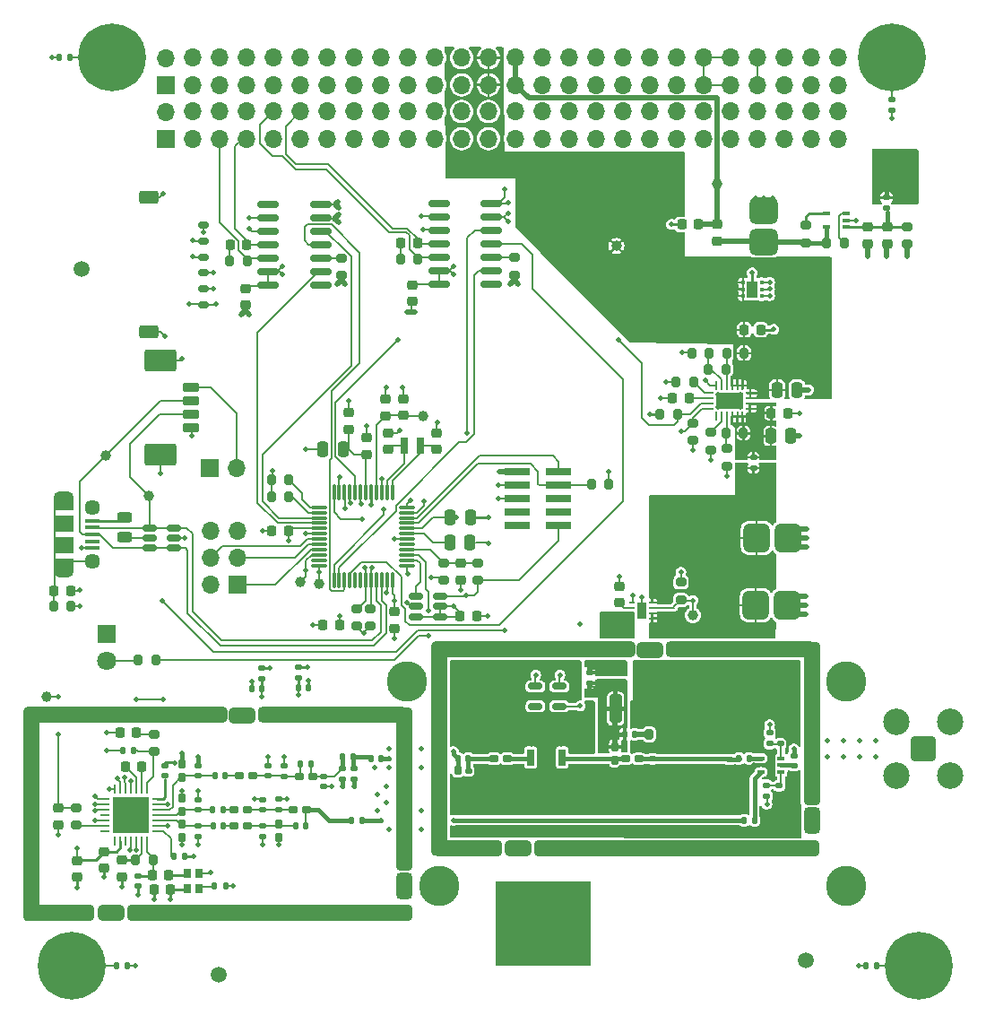
<source format=gbr>
%TF.GenerationSoftware,KiCad,Pcbnew,8.0.2*%
%TF.CreationDate,2024-06-04T21:53:01-04:00*%
%TF.ProjectId,SilverSat_Comms,53696c76-6572-4536-9174-5f436f6d6d73,1.0 Beta*%
%TF.SameCoordinates,Original*%
%TF.FileFunction,Copper,L1,Top*%
%TF.FilePolarity,Positive*%
%FSLAX46Y46*%
G04 Gerber Fmt 4.6, Leading zero omitted, Abs format (unit mm)*
G04 Created by KiCad (PCBNEW 8.0.2) date 2024-06-04 21:53:01*
%MOMM*%
%LPD*%
G01*
G04 APERTURE LIST*
G04 Aperture macros list*
%AMRoundRect*
0 Rectangle with rounded corners*
0 $1 Rounding radius*
0 $2 $3 $4 $5 $6 $7 $8 $9 X,Y pos of 4 corners*
0 Add a 4 corners polygon primitive as box body*
4,1,4,$2,$3,$4,$5,$6,$7,$8,$9,$2,$3,0*
0 Add four circle primitives for the rounded corners*
1,1,$1+$1,$2,$3*
1,1,$1+$1,$4,$5*
1,1,$1+$1,$6,$7*
1,1,$1+$1,$8,$9*
0 Add four rect primitives between the rounded corners*
20,1,$1+$1,$2,$3,$4,$5,0*
20,1,$1+$1,$4,$5,$6,$7,0*
20,1,$1+$1,$6,$7,$8,$9,0*
20,1,$1+$1,$8,$9,$2,$3,0*%
%AMFreePoly0*
4,1,17,4.107426,1.032426,4.125000,0.990000,4.125000,-0.990000,4.107426,-1.032426,4.065000,-1.050000,1.345000,-1.050000,1.302574,-1.032426,0.692574,-0.422426,0.675000,-0.380000,-0.735000,-0.380000,-0.735000,0.380000,0.675000,0.380000,0.692574,0.422426,1.302574,1.032426,1.345000,1.050000,4.065000,1.050000,4.107426,1.032426,4.107426,1.032426,$1*%
G04 Aperture macros list end*
%TA.AperFunction,SMDPad,CuDef*%
%ADD10RoundRect,0.140000X0.170000X-0.140000X0.170000X0.140000X-0.170000X0.140000X-0.170000X-0.140000X0*%
%TD*%
%TA.AperFunction,SMDPad,CuDef*%
%ADD11RoundRect,0.200000X0.275000X-0.200000X0.275000X0.200000X-0.275000X0.200000X-0.275000X-0.200000X0*%
%TD*%
%TA.AperFunction,SMDPad,CuDef*%
%ADD12RoundRect,0.160000X-0.160000X0.282500X-0.160000X-0.282500X0.160000X-0.282500X0.160000X0.282500X0*%
%TD*%
%TA.AperFunction,ComponentPad*%
%ADD13R,1.800000X1.800000*%
%TD*%
%TA.AperFunction,ComponentPad*%
%ADD14C,1.800000*%
%TD*%
%TA.AperFunction,SMDPad,CuDef*%
%ADD15RoundRect,0.225000X0.250000X-0.225000X0.250000X0.225000X-0.250000X0.225000X-0.250000X-0.225000X0*%
%TD*%
%TA.AperFunction,ComponentPad*%
%ADD16C,2.600000*%
%TD*%
%TA.AperFunction,ConnectorPad*%
%ADD17C,3.800000*%
%TD*%
%TA.AperFunction,SMDPad,CuDef*%
%ADD18RoundRect,0.200000X-0.200000X-0.275000X0.200000X-0.275000X0.200000X0.275000X-0.200000X0.275000X0*%
%TD*%
%TA.AperFunction,SMDPad,CuDef*%
%ADD19C,1.000000*%
%TD*%
%TA.AperFunction,SMDPad,CuDef*%
%ADD20RoundRect,0.140000X-0.140000X-0.170000X0.140000X-0.170000X0.140000X0.170000X-0.140000X0.170000X0*%
%TD*%
%TA.AperFunction,ComponentPad*%
%ADD21C,3.600000*%
%TD*%
%TA.AperFunction,ConnectorPad*%
%ADD22C,6.400000*%
%TD*%
%TA.AperFunction,SMDPad,CuDef*%
%ADD23RoundRect,0.140000X-0.170000X0.140000X-0.170000X-0.140000X0.170000X-0.140000X0.170000X0.140000X0*%
%TD*%
%TA.AperFunction,SMDPad,CuDef*%
%ADD24RoundRect,0.160000X-0.282500X-0.160000X0.282500X-0.160000X0.282500X0.160000X-0.282500X0.160000X0*%
%TD*%
%TA.AperFunction,SMDPad,CuDef*%
%ADD25RoundRect,0.225000X-0.225000X-0.250000X0.225000X-0.250000X0.225000X0.250000X-0.225000X0.250000X0*%
%TD*%
%TA.AperFunction,SMDPad,CuDef*%
%ADD26RoundRect,0.100000X-0.225000X-0.100000X0.225000X-0.100000X0.225000X0.100000X-0.225000X0.100000X0*%
%TD*%
%TA.AperFunction,SMDPad,CuDef*%
%ADD27RoundRect,0.135000X-0.135000X-0.185000X0.135000X-0.185000X0.135000X0.185000X-0.135000X0.185000X0*%
%TD*%
%TA.AperFunction,SMDPad,CuDef*%
%ADD28RoundRect,0.200000X-0.600000X0.200000X-0.600000X-0.200000X0.600000X-0.200000X0.600000X0.200000X0*%
%TD*%
%TA.AperFunction,SMDPad,CuDef*%
%ADD29RoundRect,0.250001X-1.249999X0.799999X-1.249999X-0.799999X1.249999X-0.799999X1.249999X0.799999X0*%
%TD*%
%TA.AperFunction,SMDPad,CuDef*%
%ADD30RoundRect,0.200000X0.200000X0.275000X-0.200000X0.275000X-0.200000X-0.275000X0.200000X-0.275000X0*%
%TD*%
%TA.AperFunction,SMDPad,CuDef*%
%ADD31RoundRect,0.100000X0.225000X0.100000X-0.225000X0.100000X-0.225000X-0.100000X0.225000X-0.100000X0*%
%TD*%
%TA.AperFunction,SMDPad,CuDef*%
%ADD32RoundRect,0.135000X0.135000X0.185000X-0.135000X0.185000X-0.135000X-0.185000X0.135000X-0.185000X0*%
%TD*%
%TA.AperFunction,SMDPad,CuDef*%
%ADD33RoundRect,0.200000X-0.275000X0.200000X-0.275000X-0.200000X0.275000X-0.200000X0.275000X0.200000X0*%
%TD*%
%TA.AperFunction,SMDPad,CuDef*%
%ADD34RoundRect,0.225000X-0.250000X0.225000X-0.250000X-0.225000X0.250000X-0.225000X0.250000X0.225000X0*%
%TD*%
%TA.AperFunction,ComponentPad*%
%ADD35R,1.700000X1.700000*%
%TD*%
%TA.AperFunction,ComponentPad*%
%ADD36O,1.700000X1.700000*%
%TD*%
%TA.AperFunction,SMDPad,CuDef*%
%ADD37RoundRect,0.225000X0.225000X0.250000X-0.225000X0.250000X-0.225000X-0.250000X0.225000X-0.250000X0*%
%TD*%
%TA.AperFunction,SMDPad,CuDef*%
%ADD38RoundRect,0.140000X0.140000X0.170000X-0.140000X0.170000X-0.140000X-0.170000X0.140000X-0.170000X0*%
%TD*%
%TA.AperFunction,SMDPad,CuDef*%
%ADD39RoundRect,0.150000X-0.512500X-0.150000X0.512500X-0.150000X0.512500X0.150000X-0.512500X0.150000X0*%
%TD*%
%TA.AperFunction,SMDPad,CuDef*%
%ADD40RoundRect,0.218750X0.218750X0.256250X-0.218750X0.256250X-0.218750X-0.256250X0.218750X-0.256250X0*%
%TD*%
%TA.AperFunction,SMDPad,CuDef*%
%ADD41RoundRect,0.250000X-0.250000X-0.475000X0.250000X-0.475000X0.250000X0.475000X-0.250000X0.475000X0*%
%TD*%
%TA.AperFunction,SMDPad,CuDef*%
%ADD42C,1.500000*%
%TD*%
%TA.AperFunction,SMDPad,CuDef*%
%ADD43RoundRect,0.150000X-0.350000X0.150000X-0.350000X-0.150000X0.350000X-0.150000X0.350000X0.150000X0*%
%TD*%
%TA.AperFunction,SMDPad,CuDef*%
%ADD44RoundRect,0.250000X-0.650000X0.375000X-0.650000X-0.375000X0.650000X-0.375000X0.650000X0.375000X0*%
%TD*%
%TA.AperFunction,SMDPad,CuDef*%
%ADD45RoundRect,0.543478X-0.706522X-0.806522X0.706522X-0.806522X0.706522X0.806522X-0.706522X0.806522X0*%
%TD*%
%TA.AperFunction,SMDPad,CuDef*%
%ADD46RoundRect,0.135000X-0.185000X0.135000X-0.185000X-0.135000X0.185000X-0.135000X0.185000X0.135000X0*%
%TD*%
%TA.AperFunction,SMDPad,CuDef*%
%ADD47RoundRect,0.250000X-0.325000X-1.100000X0.325000X-1.100000X0.325000X1.100000X-0.325000X1.100000X0*%
%TD*%
%TA.AperFunction,SMDPad,CuDef*%
%ADD48RoundRect,0.062500X0.062500X-0.362500X0.062500X0.362500X-0.062500X0.362500X-0.062500X-0.362500X0*%
%TD*%
%TA.AperFunction,SMDPad,CuDef*%
%ADD49RoundRect,0.062500X0.362500X-0.062500X0.362500X0.062500X-0.362500X0.062500X-0.362500X-0.062500X0*%
%TD*%
%TA.AperFunction,HeatsinkPad*%
%ADD50C,0.500000*%
%TD*%
%TA.AperFunction,HeatsinkPad*%
%ADD51R,2.650000X1.650000*%
%TD*%
%TA.AperFunction,SMDPad,CuDef*%
%ADD52RoundRect,0.135000X0.185000X-0.135000X0.185000X0.135000X-0.185000X0.135000X-0.185000X-0.135000X0*%
%TD*%
%TA.AperFunction,SMDPad,CuDef*%
%ADD53RoundRect,0.250000X0.250000X0.475000X-0.250000X0.475000X-0.250000X-0.475000X0.250000X-0.475000X0*%
%TD*%
%TA.AperFunction,SMDPad,CuDef*%
%ADD54RoundRect,0.150000X0.825000X0.150000X-0.825000X0.150000X-0.825000X-0.150000X0.825000X-0.150000X0*%
%TD*%
%TA.AperFunction,SMDPad,CuDef*%
%ADD55R,0.660000X1.570000*%
%TD*%
%TA.AperFunction,SMDPad,CuDef*%
%ADD56FreePoly0,90.000000*%
%TD*%
%TA.AperFunction,SMDPad,CuDef*%
%ADD57RoundRect,0.375000X0.375000X-9.725000X0.375000X9.725000X-0.375000X9.725000X-0.375000X-9.725000X0*%
%TD*%
%TA.AperFunction,SMDPad,CuDef*%
%ADD58RoundRect,0.375000X-2.862500X-0.375000X2.862500X-0.375000X2.862500X0.375000X-2.862500X0.375000X0*%
%TD*%
%TA.AperFunction,ComponentPad*%
%ADD59RoundRect,0.375000X-0.875000X-0.375000X0.875000X-0.375000X0.875000X0.375000X-0.875000X0.375000X0*%
%TD*%
%TA.AperFunction,SMDPad,CuDef*%
%ADD60RoundRect,0.362500X-9.262500X-0.362500X9.262500X-0.362500X9.262500X0.362500X-9.262500X0.362500X0*%
%TD*%
%TA.AperFunction,SMDPad,CuDef*%
%ADD61RoundRect,0.375000X-13.100000X-0.375000X13.100000X-0.375000X13.100000X0.375000X-13.100000X0.375000X0*%
%TD*%
%TA.AperFunction,SMDPad,CuDef*%
%ADD62RoundRect,0.362500X-6.700000X-0.362500X6.700000X-0.362500X6.700000X0.362500X-6.700000X0.362500X0*%
%TD*%
%TA.AperFunction,SMDPad,CuDef*%
%ADD63RoundRect,0.375000X0.375000X-7.350000X0.375000X7.350000X-0.375000X7.350000X-0.375000X-7.350000X0*%
%TD*%
%TA.AperFunction,ComponentPad*%
%ADD64RoundRect,0.375000X0.375000X-0.875000X0.375000X0.875000X-0.375000X0.875000X-0.375000X-0.875000X0*%
%TD*%
%TA.AperFunction,SMDPad,CuDef*%
%ADD65RoundRect,0.218750X-0.256250X0.218750X-0.256250X-0.218750X0.256250X-0.218750X0.256250X0.218750X0*%
%TD*%
%TA.AperFunction,SMDPad,CuDef*%
%ADD66RoundRect,0.160000X0.282500X0.160000X-0.282500X0.160000X-0.282500X-0.160000X0.282500X-0.160000X0*%
%TD*%
%TA.AperFunction,ComponentPad*%
%ADD67RoundRect,0.200100X-0.949900X-0.949900X0.949900X-0.949900X0.949900X0.949900X-0.949900X0.949900X0*%
%TD*%
%TA.AperFunction,ComponentPad*%
%ADD68C,2.500000*%
%TD*%
%TA.AperFunction,SMDPad,CuDef*%
%ADD69R,1.350000X0.400000*%
%TD*%
%TA.AperFunction,ComponentPad*%
%ADD70O,1.900000X1.200000*%
%TD*%
%TA.AperFunction,SMDPad,CuDef*%
%ADD71R,1.900000X1.200000*%
%TD*%
%TA.AperFunction,ComponentPad*%
%ADD72C,1.450000*%
%TD*%
%TA.AperFunction,SMDPad,CuDef*%
%ADD73R,1.900000X1.500000*%
%TD*%
%TA.AperFunction,SMDPad,CuDef*%
%ADD74RoundRect,0.543478X0.806522X-0.706522X0.806522X0.706522X-0.806522X0.706522X-0.806522X-0.706522X0*%
%TD*%
%TA.AperFunction,SMDPad,CuDef*%
%ADD75RoundRect,0.093750X0.093750X0.106250X-0.093750X0.106250X-0.093750X-0.106250X0.093750X-0.106250X0*%
%TD*%
%TA.AperFunction,HeatsinkPad*%
%ADD76R,1.000000X1.600000*%
%TD*%
%TA.AperFunction,SMDPad,CuDef*%
%ADD77RoundRect,0.243750X-0.456250X0.243750X-0.456250X-0.243750X0.456250X-0.243750X0.456250X0.243750X0*%
%TD*%
%TA.AperFunction,SMDPad,CuDef*%
%ADD78R,0.800000X0.900000*%
%TD*%
%TA.AperFunction,SMDPad,CuDef*%
%ADD79RoundRect,0.050000X0.200000X0.075000X-0.200000X0.075000X-0.200000X-0.075000X0.200000X-0.075000X0*%
%TD*%
%TA.AperFunction,SMDPad,CuDef*%
%ADD80RoundRect,0.050000X0.400000X0.750000X-0.400000X0.750000X-0.400000X-0.750000X0.400000X-0.750000X0*%
%TD*%
%TA.AperFunction,SMDPad,CuDef*%
%ADD81R,0.800000X1.500000*%
%TD*%
%TA.AperFunction,SMDPad,CuDef*%
%ADD82RoundRect,0.150000X0.512500X0.150000X-0.512500X0.150000X-0.512500X-0.150000X0.512500X-0.150000X0*%
%TD*%
%TA.AperFunction,SMDPad,CuDef*%
%ADD83R,2.400000X0.740000*%
%TD*%
%TA.AperFunction,SMDPad,CuDef*%
%ADD84RoundRect,0.075000X-0.075000X0.662500X-0.075000X-0.662500X0.075000X-0.662500X0.075000X0.662500X0*%
%TD*%
%TA.AperFunction,SMDPad,CuDef*%
%ADD85RoundRect,0.075000X-0.662500X0.075000X-0.662500X-0.075000X0.662500X-0.075000X0.662500X0.075000X0*%
%TD*%
%TA.AperFunction,SMDPad,CuDef*%
%ADD86RoundRect,0.062500X0.337500X0.062500X-0.337500X0.062500X-0.337500X-0.062500X0.337500X-0.062500X0*%
%TD*%
%TA.AperFunction,SMDPad,CuDef*%
%ADD87RoundRect,0.062500X0.062500X0.337500X-0.062500X0.337500X-0.062500X-0.337500X0.062500X-0.337500X0*%
%TD*%
%TA.AperFunction,HeatsinkPad*%
%ADD88R,3.350000X3.350000*%
%TD*%
%TA.AperFunction,ViaPad*%
%ADD89C,0.508000*%
%TD*%
%TA.AperFunction,Conductor*%
%ADD90C,0.203200*%
%TD*%
%TA.AperFunction,Conductor*%
%ADD91C,0.412674*%
%TD*%
%TA.AperFunction,Conductor*%
%ADD92C,0.412683*%
%TD*%
%TA.AperFunction,Conductor*%
%ADD93C,0.254000*%
%TD*%
%TA.AperFunction,Conductor*%
%ADD94C,0.508000*%
%TD*%
%TA.AperFunction,Conductor*%
%ADD95C,0.127000*%
%TD*%
%TA.AperFunction,Conductor*%
%ADD96C,0.200000*%
%TD*%
%TA.AperFunction,Conductor*%
%ADD97C,0.381000*%
%TD*%
G04 APERTURE END LIST*
D10*
%TO.P,C35,1*%
%TO.N,Net-(C32-Pad1)*%
X130566679Y-126259971D03*
%TO.P,C35,2*%
%TO.N,GND*%
X130566679Y-125299971D03*
%TD*%
D11*
%TO.P,R26,1*%
%TO.N,/3V3_Protected*%
X170825000Y-95440000D03*
%TO.P,R26,2*%
%TO.N,/eFuse5V/Pgood*%
X170825000Y-93790000D03*
%TD*%
D12*
%TO.P,L13,1,1*%
%TO.N,/PA*%
X146967000Y-125653800D03*
%TO.P,L13,2,2*%
%TO.N,GND*%
X146967000Y-126923800D03*
%TD*%
D13*
%TO.P,D1,1,K*%
%TO.N,GND*%
X113823000Y-112796000D03*
D14*
%TO.P,D1,2,A*%
%TO.N,Net-(D1-A)*%
X113823000Y-115336000D03*
%TD*%
D15*
%TO.P,C9,1*%
%TO.N,/SAMD21/AREF*%
X140132000Y-92215000D03*
%TO.P,C9,2*%
%TO.N,GND*%
X140132000Y-90665000D03*
%TD*%
D16*
%TO.P,H10,1,1*%
%TO.N,GND*%
X183642000Y-136652000D03*
D17*
X183642000Y-136652000D03*
%TD*%
D18*
%TO.P,R10,1*%
%TO.N,Net-(D1-A)*%
X116777000Y-115316000D03*
%TO.P,R10,2*%
%TO.N,/SAMD21/TXLED*%
X118427000Y-115316000D03*
%TD*%
D19*
%TO.P,TP8,1,1*%
%TO.N,/USB_D-*%
X117729000Y-99827000D03*
%TD*%
D11*
%TO.P,R7,1*%
%TO.N,/3V3_Protected*%
X138684000Y-112077000D03*
%TO.P,R7,2*%
%TO.N,/SCL*%
X138684000Y-110427000D03*
%TD*%
D20*
%TO.P,C67,1*%
%TO.N,/AX5043/Attenuator/RX*%
X138740000Y-124587000D03*
%TO.P,C67,2*%
%TO.N,/PA*%
X139700000Y-124587000D03*
%TD*%
D21*
%TO.P,H3,1,1*%
%TO.N,Net-(H3-Pad1)*%
X110490000Y-144150000D03*
D22*
X110490000Y-144150000D03*
%TD*%
D10*
%TO.P,C16,1*%
%TO.N,GND*%
X116710000Y-136605000D03*
%TO.P,C16,2*%
%TO.N,Net-(U3-CLK16P)*%
X116710000Y-135645000D03*
%TD*%
D23*
%TO.P,C26,1*%
%TO.N,Net-(U3-ANTP)*%
X122422179Y-130958971D03*
%TO.P,C26,2*%
%TO.N,GND*%
X122422179Y-131918971D03*
%TD*%
D24*
%TO.P,L14,1,1*%
%TO.N,Net-(C48-Pad1)*%
X150359171Y-124598229D03*
%TO.P,L14,2,2*%
%TO.N,Net-(PA1-RFIN)*%
X151629171Y-124598229D03*
%TD*%
D25*
%TO.P,C43,1*%
%TO.N,+5V*%
X174007000Y-84099400D03*
%TO.P,C43,2*%
%TO.N,GND*%
X175557000Y-84099400D03*
%TD*%
D15*
%TO.P,C68,1*%
%TO.N,GND*%
X113560000Y-134950000D03*
%TO.P,C68,2*%
%TO.N,Net-(U3-VDD_IO)*%
X113560000Y-133400000D03*
%TD*%
D23*
%TO.P,C53,1*%
%TO.N,Net-(C52-Pad1)*%
X165354000Y-124615000D03*
%TO.P,C53,2*%
%TO.N,GND*%
X165354000Y-125575000D03*
%TD*%
D10*
%TO.P,C33,1*%
%TO.N,Net-(C30-Pad2)*%
X130028471Y-129384048D03*
%TO.P,C33,2*%
%TO.N,GND*%
X130028471Y-128424048D03*
%TD*%
D24*
%TO.P,L16,1,1*%
%TO.N,Net-(PA1-RFOUT)*%
X162776098Y-124602840D03*
%TO.P,L16,2,2*%
%TO.N,Net-(C52-Pad1)*%
X164046098Y-124602840D03*
%TD*%
D10*
%TO.P,C57,1*%
%TO.N,GND*%
X177292000Y-128115000D03*
%TO.P,C57,2*%
%TO.N,Net-(U7-V2)*%
X177292000Y-127155000D03*
%TD*%
D11*
%TO.P,R17,1*%
%TO.N,Net-(U3-PWRAMP)*%
X110865179Y-130871971D03*
%TO.P,R17,2*%
%TO.N,/PWRAMP*%
X110865179Y-129221971D03*
%TD*%
D26*
%TO.P,U7,1,J3*%
%TO.N,Net-(U7-J3)*%
X175592521Y-124555229D03*
%TO.P,U7,2,GND*%
%TO.N,GND*%
X175592521Y-125205229D03*
%TO.P,U7,3,J2*%
%TO.N,Net-(U7-J2)*%
X175592521Y-125855229D03*
%TO.P,U7,4,V2*%
%TO.N,Net-(U7-V2)*%
X177492521Y-125855229D03*
%TO.P,U7,5,J1*%
%TO.N,Net-(U7-J1)*%
X177492521Y-125205229D03*
%TO.P,U7,6,V1*%
%TO.N,Net-(U7-V1)*%
X177492521Y-124555229D03*
%TD*%
D27*
%TO.P,R38,1*%
%TO.N,/AX5043/Attenuator/VOUT*%
X136018421Y-124437400D03*
%TO.P,R38,2*%
%TO.N,/AX5043/Attenuator/RX*%
X137038421Y-124437400D03*
%TD*%
D28*
%TO.P,J3,1,Pin_1*%
%TO.N,/~{RESET}*%
X121780000Y-89565000D03*
%TO.P,J3,2,Pin_2*%
%TO.N,/USB_D+*%
X121780000Y-90815000D03*
%TO.P,J3,3,Pin_3*%
%TO.N,/USB_D-*%
X121780000Y-92065000D03*
%TO.P,J3,4,Pin_4*%
%TO.N,GND*%
X121780000Y-93315000D03*
D29*
%TO.P,J3,MP,MountPin*%
X118880000Y-87015000D03*
X118880000Y-95865000D03*
%TD*%
D19*
%TO.P,TP2,1,1*%
%TO.N,/PWRAMP*%
X108077000Y-118745000D03*
%TD*%
D15*
%TO.P,C19,1*%
%TO.N,GND*%
X110998000Y-135776000D03*
%TO.P,C19,2*%
%TO.N,Net-(U3-VDD_IO)*%
X110998000Y-134226000D03*
%TD*%
D30*
%TO.P,R13,1*%
%TO.N,/3V3_Protected*%
X161226000Y-98679000D03*
%TO.P,R13,2*%
%TO.N,/SAMD21/SWCLK*%
X159576000Y-98679000D03*
%TD*%
D12*
%TO.P,L3,1,1*%
%TO.N,GND*%
X120914679Y-125116971D03*
%TO.P,L3,2,2*%
%TO.N,Net-(U3-ANTP1)*%
X120914679Y-126386971D03*
%TD*%
D21*
%TO.P,H6,1,1*%
%TO.N,Net-(H6-Pad1)*%
X190500000Y-144150000D03*
D22*
X190500000Y-144150000D03*
%TD*%
D31*
%TO.P,U4,1,VOUT*%
%TO.N,/eFuse3V3.sch/3V3_P*%
X183666200Y-74408029D03*
%TO.P,U4,2,GND*%
%TO.N,GND*%
X183666200Y-73758029D03*
%TO.P,U4,3,FLAGB*%
%TO.N,Net-(U4-FLAGB)*%
X183666200Y-73108029D03*
%TO.P,U4,4,ON*%
%TO.N,Net-(U4-ON)*%
X181766200Y-73108029D03*
%TO.P,U4,5,VIN*%
%TO.N,/eFuse3V3.sch/3V3_IN_FILT*%
X181766200Y-74408029D03*
%TD*%
D24*
%TO.P,L6,1,1*%
%TO.N,Net-(C28-Pad2)*%
X125814471Y-129412048D03*
%TO.P,L6,2,2*%
%TO.N,Net-(C30-Pad2)*%
X127084471Y-129412048D03*
%TD*%
D32*
%TO.P,R14,1*%
%TO.N,GND*%
X125006179Y-136650971D03*
%TO.P,R14,2*%
%TO.N,Net-(X1-VC)*%
X123986179Y-136650971D03*
%TD*%
D19*
%TO.P,TP9,1,1*%
%TO.N,/PAENABLE*%
X169164000Y-111061500D03*
%TD*%
D30*
%TO.P,R16,1*%
%TO.N,Net-(U3-CLK16P)*%
X118151650Y-134175000D03*
%TO.P,R16,2*%
%TO.N,Net-(U3-CLK16N)*%
X116501650Y-134175000D03*
%TD*%
D33*
%TO.P,R40,1*%
%TO.N,GND*%
X168021000Y-107950000D03*
%TO.P,R40,2*%
%TO.N,/PAENABLE*%
X168021000Y-109600000D03*
%TD*%
D34*
%TO.P,C66,1*%
%TO.N,GND*%
X162179000Y-108318000D03*
%TO.P,C66,2*%
%TO.N,Net-(U12-CT)*%
X162179000Y-109868000D03*
%TD*%
D35*
%TO.P,H2,1,Pin_1*%
%TO.N,unconnected-(H2-Pin_1-Pad1)*%
X119380000Y-60970008D03*
D36*
%TO.P,H2,2,Pin_2*%
%TO.N,unconnected-(H2-Pin_2-Pad2)*%
X119380000Y-58430008D03*
%TO.P,H2,3,Pin_3*%
%TO.N,/Out1 (EPS)*%
X121920000Y-60970008D03*
%TO.P,H2,4,Pin_4*%
%TO.N,/Out2 (EPS)*%
X121920000Y-58420008D03*
%TO.P,H2,5,Pin_5*%
%TO.N,/Out3 (EPS)*%
X124460000Y-60970008D03*
%TO.P,H2,6,Pin_6*%
%TO.N,/Out4 (EPS)*%
X124460000Y-58420008D03*
%TO.P,H2,7,Pin_7*%
%TO.N,/Out5 (EPS)*%
X127000000Y-60970008D03*
%TO.P,H2,8,Pin_8*%
%TO.N,/Out6 (EPS)*%
X127000000Y-58420008D03*
%TO.P,H2,9,Pin_9*%
%TO.N,/SHUTDOWN_A*%
X129540000Y-60970008D03*
%TO.P,H2,10,Pin_10*%
%TO.N,/STATES_A*%
X129540000Y-58420008D03*
%TO.P,H2,11,Pin_11*%
%TO.N,/SHUTDOWN_B*%
X132080000Y-60970008D03*
%TO.P,H2,12,Pin_12*%
%TO.N,/EPS_0*%
X132080000Y-58420008D03*
%TO.P,H2,13,Pin_13*%
%TO.N,/SHUTDOWN_C*%
X134620000Y-60970008D03*
%TO.P,H2,14,Pin_14*%
%TO.N,/EPS_1*%
X134620000Y-58420008D03*
%TO.P,H2,15,Pin_15*%
%TO.N,GND*%
X137160000Y-60970008D03*
%TO.P,H2,16,Pin_16*%
%TO.N,/PAYLOAD_ON_A*%
X137160000Y-58420008D03*
%TO.P,H2,17,Pin_17*%
%TO.N,/PAYLOAD_OC*%
X139700000Y-60970008D03*
%TO.P,H2,18,Pin_18*%
%TO.N,/PAYLOAD_ON_B*%
X139700000Y-58420008D03*
%TO.P,H2,19,Pin_19*%
%TO.N,unconnected-(H2-Pin_19-Pad19)*%
X142240000Y-60970008D03*
%TO.P,H2,20,Pin_20*%
%TO.N,/PAYLOAD_ON_C*%
X142240000Y-58420008D03*
%TO.P,H2,21,Pin_21*%
%TO.N,unconnected-(H2-Pin_21-Pad21)*%
X144780000Y-60970008D03*
%TO.P,H2,22,Pin_22*%
%TO.N,/STATES_B*%
X144780000Y-58420008D03*
%TO.P,H2,23,Pin_23*%
%TO.N,unconnected-(H2-Pin_23-Pad23)*%
X147320000Y-60970008D03*
%TO.P,H2,24,Pin_24*%
%TO.N,/STATES_C*%
X147320000Y-58420008D03*
%TO.P,H2,25,Pin_25*%
%TO.N,+5V*%
X149860000Y-60970008D03*
%TO.P,H2,26,Pin_26*%
X149860000Y-58420008D03*
%TO.P,H2,27,Pin_27*%
%TO.N,+3V3*%
X152400000Y-60970008D03*
%TO.P,H2,28,Pin_28*%
X152400000Y-58420008D03*
%TO.P,H2,29,Pin_29*%
%TO.N,GND*%
X154940000Y-60970008D03*
%TO.P,H2,30,Pin_30*%
X154940000Y-58420008D03*
%TO.P,H2,31,Pin_31*%
X157480000Y-60970008D03*
%TO.P,H2,32,Pin_32*%
X157480000Y-58420008D03*
%TO.P,H2,33,Pin_33*%
%TO.N,unconnected-(H2-Pin_33-Pad33)*%
X160020000Y-60970008D03*
%TO.P,H2,34,Pin_34*%
%TO.N,unconnected-(H2-Pin_34-Pad34)*%
X160020000Y-58420008D03*
%TO.P,H2,35,Pin_35*%
%TO.N,unconnected-(H2-Pin_35-Pad35)*%
X162560000Y-60970008D03*
%TO.P,H2,36,Pin_36*%
%TO.N,unconnected-(H2-Pin_36-Pad36)*%
X162560000Y-58420008D03*
%TO.P,H2,37,Pin_37*%
%TO.N,unconnected-(H2-Pin_37-Pad37)*%
X165100000Y-60970008D03*
%TO.P,H2,38,Pin_38*%
%TO.N,unconnected-(H2-Pin_38-Pad38)*%
X165100000Y-58420008D03*
%TO.P,H2,39,Pin_39*%
%TO.N,unconnected-(H2-Pin_39-Pad39)*%
X167640000Y-60970008D03*
%TO.P,H2,40,Pin_40*%
%TO.N,unconnected-(H2-Pin_40-Pad40)*%
X167640000Y-58420008D03*
%TO.P,H2,41,Pin_41*%
%TO.N,/BCR_Out*%
X170180000Y-60970008D03*
%TO.P,H2,42,Pin_42*%
X170180000Y-58420008D03*
%TO.P,H2,43,Pin_43*%
X172720000Y-60970008D03*
%TO.P,H2,44,Pin_44*%
X172720000Y-58420008D03*
%TO.P,H2,45,Pin_45*%
%TO.N,/BattRaw*%
X175260000Y-60970008D03*
%TO.P,H2,46,Pin_46*%
X175260000Y-58420008D03*
%TO.P,H2,47,Pin_47*%
%TO.N,unconnected-(H2-Pin_47-Pad47)*%
X177800000Y-60970008D03*
%TO.P,H2,48,Pin_48*%
%TO.N,unconnected-(H2-Pin_48-Pad48)*%
X177800000Y-58420008D03*
%TO.P,H2,49,Pin_49*%
%TO.N,unconnected-(H2-Pin_49-Pad49)*%
X180340000Y-60970008D03*
%TO.P,H2,50,Pin_50*%
%TO.N,unconnected-(H2-Pin_50-Pad50)*%
X180340000Y-58420008D03*
%TO.P,H2,51,Pin_51*%
%TO.N,unconnected-(H2-Pin_51-Pad51)*%
X182880000Y-60970008D03*
%TO.P,H2,52,Pin_52*%
%TO.N,unconnected-(H2-Pin_52-Pad52)*%
X182880000Y-58420008D03*
%TD*%
D37*
%TO.P,C8,1*%
%TO.N,/3V3_Protected*%
X135776000Y-112014000D03*
%TO.P,C8,2*%
%TO.N,GND*%
X134226000Y-112014000D03*
%TD*%
D18*
%TO.P,R1,1*%
%TO.N,Net-(J1-Shield)*%
X108764200Y-110236000D03*
%TO.P,R1,2*%
%TO.N,GND*%
X110414200Y-110236000D03*
%TD*%
D25*
%TO.P,C60,1*%
%TO.N,Net-(C60-Pad1)*%
X141579000Y-75946000D03*
%TO.P,C60,2*%
%TO.N,/RADIO_RXD-*%
X143129000Y-75946000D03*
%TD*%
D38*
%TO.P,C51,1*%
%TO.N,Net-(C51-Pad1)*%
X163675000Y-122301000D03*
%TO.P,C51,2*%
%TO.N,/PASwitch/5V*%
X162715000Y-122301000D03*
%TD*%
D25*
%TO.P,C63,1*%
%TO.N,/3V3_Protected*%
X147180000Y-111125000D03*
%TO.P,C63,2*%
%TO.N,GND*%
X148730000Y-111125000D03*
%TD*%
D23*
%TO.P,C25,1*%
%TO.N,GND*%
X122422179Y-128452122D03*
%TO.P,C25,2*%
%TO.N,Net-(U3-ANTN)*%
X122422179Y-129412122D03*
%TD*%
D16*
%TO.P,H9,1,1*%
%TO.N,GND*%
X142113000Y-117348000D03*
D17*
X142113000Y-117348000D03*
%TD*%
D10*
%TO.P,C58,1*%
%TO.N,Net-(U7-V1)*%
X177419000Y-123186818D03*
%TO.P,C58,2*%
%TO.N,GND*%
X177419000Y-122226818D03*
%TD*%
D21*
%TO.P,H4,1,1*%
%TO.N,Net-(H4-Pad1)*%
X114300000Y-58420000D03*
D22*
X114300000Y-58420000D03*
%TD*%
D16*
%TO.P,H8,1,1*%
%TO.N,GND*%
X145161000Y-136652000D03*
D17*
X145161000Y-136652000D03*
%TD*%
D11*
%TO.P,R35,1*%
%TO.N,GND*%
X135954000Y-78976000D03*
%TO.P,R35,2*%
%TO.N,Net-(U10-RE)*%
X135954000Y-77326000D03*
%TD*%
D19*
%TO.P,TP1,1,1*%
%TO.N,/SAMD21/AREF*%
X143682629Y-92212000D03*
%TD*%
%TO.P,TP5,1,1*%
%TO.N,+5V*%
X161925000Y-76200000D03*
%TD*%
D30*
%TO.P,R25,1*%
%TO.N,/5V_Current*%
X167703000Y-92075000D03*
%TO.P,R25,2*%
%TO.N,GND*%
X166053000Y-92075000D03*
%TD*%
D35*
%TO.P,J6,1,Pin_1*%
%TO.N,GND*%
X123485000Y-97125000D03*
D36*
%TO.P,J6,2,Pin_2*%
%TO.N,/~{RESET}*%
X126025000Y-97125000D03*
%TD*%
D39*
%TO.P,U11,1,WDI*%
%TO.N,/ExternalWatchdog/WDTICK*%
X143007500Y-109286000D03*
%TO.P,U11,2,GND*%
%TO.N,GND*%
X143007500Y-110236000D03*
%TO.P,U11,3,WDT*%
%TO.N,/3V3_Protected*%
X143007500Y-111186000D03*
%TO.P,U11,4,Vdd*%
X145282500Y-111186000D03*
%TO.P,U11,5,WDR*%
X145282500Y-110236000D03*
%TO.P,U11,6,RESET*%
%TO.N,/~{RESET}*%
X145282500Y-109286000D03*
%TD*%
D15*
%TO.P,C61,1*%
%TO.N,GND*%
X126873000Y-81788000D03*
%TO.P,C61,2*%
%TO.N,/3V3_Protected*%
X126873000Y-80238000D03*
%TD*%
D25*
%TO.P,C62,1*%
%TO.N,Net-(C62-Pad1)*%
X125450000Y-76073000D03*
%TO.P,C62,2*%
%TO.N,/PAYLOAD_RXD-*%
X127000000Y-76073000D03*
%TD*%
D38*
%TO.P,C29,1*%
%TO.N,Net-(C29-Pad1)*%
X124779179Y-130958971D03*
%TO.P,C29,2*%
%TO.N,Net-(U3-ANTP)*%
X123819179Y-130958971D03*
%TD*%
D35*
%TO.P,J5,1,Pin_1*%
%TO.N,/MISO*%
X126106000Y-108204000D03*
D36*
%TO.P,J5,2,Pin_2*%
%TO.N,/3V3_Protected*%
X123566000Y-108204000D03*
%TO.P,J5,3,Pin_3*%
%TO.N,/SCK*%
X126106000Y-105664000D03*
%TO.P,J5,4,Pin_4*%
%TO.N,/MOSI*%
X123566000Y-105664000D03*
%TO.P,J5,5,Pin_5*%
%TO.N,/~{RESET}*%
X126106000Y-103124000D03*
%TO.P,J5,6,Pin_6*%
%TO.N,GND*%
X123566000Y-103124000D03*
%TD*%
D30*
%TO.P,R22,1*%
%TO.N,/eFuse5V/~{RST}*%
X172285000Y-87828029D03*
%TO.P,R22,2*%
%TO.N,Net-(U6-OVP)*%
X170635000Y-87828029D03*
%TD*%
D40*
%TO.P,L2,1,1*%
%TO.N,Net-(U3-L2)*%
X117119500Y-125349000D03*
%TO.P,L2,2,2*%
%TO.N,Net-(U3-L1)*%
X115544500Y-125349000D03*
%TD*%
D10*
%TO.P,C56,1*%
%TO.N,Net-(U7-J1)*%
X178689000Y-125270200D03*
%TO.P,C56,2*%
%TO.N,/RF*%
X178689000Y-124310200D03*
%TD*%
D41*
%TO.P,C5,1*%
%TO.N,Net-(U2-VDDCORE)*%
X146211629Y-104193000D03*
%TO.P,C5,2*%
%TO.N,GND*%
X148111629Y-104193000D03*
%TD*%
D23*
%TO.P,C31,1*%
%TO.N,Net-(C31-Pad1)*%
X128518179Y-130958971D03*
%TO.P,C31,2*%
%TO.N,GND*%
X128518179Y-131918971D03*
%TD*%
D42*
%TO.P,FID2,*%
%TO.N,*%
X179832000Y-143637000D03*
%TD*%
D43*
%TO.P,J4,1,Pin_1*%
%TO.N,/Release_B*%
X122937000Y-74228000D03*
%TO.P,J4,2,Pin_2*%
%TO.N,/Release_A*%
X122937000Y-75728000D03*
%TO.P,J4,3,Pin_3*%
%TO.N,GND*%
X122937000Y-77228000D03*
%TO.P,J4,4,Pin_4*%
%TO.N,/Radio_SDA*%
X122937000Y-78728000D03*
%TO.P,J4,5,Pin_5*%
%TO.N,/Radio_SCLK*%
X122937000Y-80228000D03*
%TO.P,J4,6,Pin_6*%
%TO.N,+5V*%
X122937000Y-81728000D03*
D44*
%TO.P,J4,MP,MP*%
%TO.N,GND*%
X117747000Y-71623000D03*
X117747000Y-84333000D03*
%TD*%
D45*
%TO.P,C64,1*%
%TO.N,/PAPowerSwitch/Vin*%
X175092225Y-110109000D03*
%TO.P,C64,2*%
%TO.N,GND*%
X178042225Y-110109000D03*
%TD*%
D10*
%TO.P,C52,1*%
%TO.N,Net-(C52-Pad1)*%
X172605521Y-124669229D03*
%TO.P,C52,2*%
%TO.N,GND*%
X172605521Y-123709229D03*
%TD*%
D34*
%TO.P,C42,1*%
%TO.N,/eFuse3V3.sch/3V3_P*%
X185674000Y-74409000D03*
%TO.P,C42,2*%
%TO.N,GND*%
X185674000Y-75959000D03*
%TD*%
%TO.P,C41,1*%
%TO.N,/eFuse3V3.sch/3V3_P*%
X187491400Y-74405429D03*
%TO.P,C41,2*%
%TO.N,GND*%
X187491400Y-75955429D03*
%TD*%
D37*
%TO.P,C12,1*%
%TO.N,/3V3_Protected*%
X130950000Y-103124000D03*
%TO.P,C12,2*%
%TO.N,GND*%
X129400000Y-103124000D03*
%TD*%
D11*
%TO.P,R29,1*%
%TO.N,/3V3_Protected*%
X169164000Y-94576400D03*
%TO.P,R29,2*%
%TO.N,/OC5V*%
X169164000Y-92926400D03*
%TD*%
D23*
%TO.P,C24,1*%
%TO.N,GND*%
X122438679Y-125243971D03*
%TO.P,C24,2*%
%TO.N,Net-(U3-ANTP1)*%
X122438679Y-126203971D03*
%TD*%
D37*
%TO.P,C18,1*%
%TO.N,Net-(X1-OUT)*%
X119625650Y-135575000D03*
%TO.P,C18,2*%
%TO.N,Net-(U3-CLK16P)*%
X118075650Y-135575000D03*
%TD*%
D18*
%TO.P,R19,1*%
%TO.N,/eFuse3V3.sch/3V3_IN_FILT*%
X181801000Y-75946000D03*
%TO.P,R19,2*%
%TO.N,Net-(U4-FLAGB)*%
X183451000Y-75946000D03*
%TD*%
D46*
%TO.P,R44,1*%
%TO.N,/3V3_Protected*%
X131890000Y-115975000D03*
%TO.P,R44,2*%
%TO.N,Net-(X1-VDD)*%
X131890000Y-116995000D03*
%TD*%
D47*
%TO.P,C50,1*%
%TO.N,/PASwitch/5V*%
X161847000Y-119888000D03*
%TO.P,C50,2*%
%TO.N,GND*%
X164797000Y-119888000D03*
%TD*%
D48*
%TO.P,U6,1,DEVSLP*%
%TO.N,unconnected-(U6-DEVSLP-Pad1)*%
X171353000Y-92280400D03*
%TO.P,U6,2,PGOOD*%
%TO.N,/eFuse5V/Pgood*%
X171853000Y-92280400D03*
%TO.P,U6,3,PGTH*%
%TO.N,/eFuse5V/PGth*%
X172353000Y-92280400D03*
%TO.P,U6,4,OUT_1*%
%TO.N,/eFuse5V/5V_LUP*%
X172853000Y-92280400D03*
%TO.P,U6,5,OUT_2*%
X173353000Y-92280400D03*
%TO.P,U6,6,OUT_3*%
X173853000Y-92280400D03*
D49*
%TO.P,U6,7,OUT_4*%
X174553000Y-91580400D03*
%TO.P,U6,8,OUT_5*%
X174553000Y-91080400D03*
%TO.P,U6,9,IN_1*%
%TO.N,+5V*%
X174553000Y-90580400D03*
%TO.P,U6,10,IN_2*%
X174553000Y-90080400D03*
D48*
%TO.P,U6,11,IN_3*%
X173853000Y-89380400D03*
%TO.P,U6,12,IN_4*%
X173353000Y-89380400D03*
%TO.P,U6,13,IN_5*%
X172853000Y-89380400D03*
%TO.P,U6,14,EN/UVLO*%
%TO.N,/eFuse5V/~{RST}*%
X172353000Y-89380400D03*
%TO.P,U6,15,OVP*%
%TO.N,Net-(U6-OVP)*%
X171853000Y-89380400D03*
%TO.P,U6,16,GND*%
%TO.N,GND*%
X171353000Y-89380400D03*
D49*
%TO.P,U6,17,ILIM*%
%TO.N,/eFuse5V/Ilim*%
X170653000Y-90080400D03*
%TO.P,U6,18,DVDT*%
%TO.N,Net-(U6-DVDT)*%
X170653000Y-90580400D03*
%TO.P,U6,19,IMON*%
%TO.N,/5V_Current*%
X170653000Y-91080400D03*
%TO.P,U6,20,~{FLT}*%
%TO.N,/OC5V*%
X170653000Y-91580400D03*
D50*
%TO.P,U6,21,EP*%
%TO.N,GND*%
X171528000Y-91405400D03*
X173678000Y-91405400D03*
D51*
X172603000Y-90830400D03*
D50*
X171528000Y-90255400D03*
X173678000Y-90255400D03*
%TD*%
D38*
%TO.P,C34,1*%
%TO.N,Net-(C34-Pad1)*%
X132582179Y-130958971D03*
%TO.P,C34,2*%
%TO.N,Net-(C31-Pad1)*%
X131622179Y-130958971D03*
%TD*%
D32*
%TO.P,R3,1*%
%TO.N,Net-(H4-Pad1)*%
X110349000Y-58425000D03*
%TO.P,R3,2*%
%TO.N,GND*%
X109329000Y-58425000D03*
%TD*%
D12*
%TO.P,L15,1,1*%
%TO.N,/PASwitch/5V*%
X161810521Y-123474200D03*
%TO.P,L15,2,2*%
%TO.N,Net-(PA1-RFOUT)*%
X161810521Y-124744200D03*
%TD*%
D16*
%TO.P,H7,1,1*%
%TO.N,GND*%
X183642000Y-117348000D03*
D17*
X183642000Y-117348000D03*
%TD*%
D52*
%TO.P,R43,1*%
%TO.N,/PASwitch/5V*%
X159385000Y-117477000D03*
%TO.P,R43,2*%
%TO.N,/PAPowerSwitch/Vout*%
X159385000Y-116457000D03*
%TD*%
D30*
%TO.P,R36,1*%
%TO.N,/PAYLOAD_RXD+*%
X127063000Y-77597000D03*
%TO.P,R36,2*%
%TO.N,Net-(C62-Pad1)*%
X125413000Y-77597000D03*
%TD*%
D37*
%TO.P,C39,1*%
%TO.N,+3V3*%
X169672000Y-74168000D03*
%TO.P,C39,2*%
%TO.N,GND*%
X168122000Y-74168000D03*
%TD*%
D41*
%TO.P,C44,1*%
%TO.N,+5V*%
X177104000Y-89789000D03*
%TO.P,C44,2*%
%TO.N,GND*%
X179004000Y-89789000D03*
%TD*%
D53*
%TO.P,C13,1*%
%TO.N,GND*%
X148143000Y-101854000D03*
%TO.P,C13,2*%
%TO.N,/3V3_Protected*%
X146243000Y-101854000D03*
%TD*%
D24*
%TO.P,L7,1,1*%
%TO.N,Net-(C29-Pad1)*%
X125828179Y-130958971D03*
%TO.P,L7,2,2*%
%TO.N,Net-(C31-Pad1)*%
X127098179Y-130958971D03*
%TD*%
D45*
%TO.P,C65,1*%
%TO.N,/PAPowerSwitch/Vin*%
X175182000Y-103759000D03*
%TO.P,C65,2*%
%TO.N,GND*%
X178132000Y-103759000D03*
%TD*%
D23*
%TO.P,C37,1*%
%TO.N,/AX5043/Attenuator/VOUT*%
X134249679Y-126255171D03*
%TO.P,C37,2*%
%TO.N,GND*%
X134249679Y-127215171D03*
%TD*%
D38*
%TO.P,C54,1*%
%TO.N,Net-(U7-J3)*%
X174470000Y-124587000D03*
%TO.P,C54,2*%
%TO.N,Net-(C52-Pad1)*%
X173510000Y-124587000D03*
%TD*%
D54*
%TO.P,U9,1,NC*%
%TO.N,unconnected-(U9-NC-Pad1)*%
X150113771Y-79793229D03*
%TO.P,U9,2,R*%
%TO.N,/RXD1*%
X150113771Y-78523229D03*
%TO.P,U9,3,RE*%
%TO.N,Net-(U9-RE)*%
X150113771Y-77253229D03*
%TO.P,U9,4,DE*%
%TO.N,/EN0*%
X150113771Y-75983229D03*
%TO.P,U9,5,D*%
%TO.N,/TXD1*%
X150113771Y-74713229D03*
%TO.P,U9,6,GND*%
%TO.N,GND*%
X150113771Y-73443229D03*
%TO.P,U9,7,GND*%
X150113771Y-72173229D03*
%TO.P,U9,8,NC*%
%TO.N,unconnected-(U9-NC-Pad8)*%
X145163771Y-72173229D03*
%TO.P,U9,9,Y*%
%TO.N,/RADIO_TXD+*%
X145163771Y-73443229D03*
%TO.P,U9,10,Z*%
%TO.N,/RADIO_TXD-*%
X145163771Y-74713229D03*
%TO.P,U9,11,B*%
%TO.N,/RADIO_RXD-*%
X145163771Y-75983229D03*
%TO.P,U9,12,A*%
%TO.N,/RADIO_RXD+*%
X145163771Y-77253229D03*
%TO.P,U9,13,Vcc*%
%TO.N,/3V3_Protected*%
X145163771Y-78523229D03*
%TO.P,U9,14,Vcc*%
X145163771Y-79793229D03*
%TD*%
D33*
%TO.P,R11,1*%
%TO.N,Net-(U2-~{RESET})*%
X148844000Y-106109000D03*
%TO.P,R11,2*%
%TO.N,/~{RESET}*%
X148844000Y-107759000D03*
%TD*%
D55*
%TO.P,PA1,1,RFIN*%
%TO.N,Net-(PA1-RFIN)*%
X153820000Y-124475000D03*
D56*
%TO.P,PA1,2,GND*%
%TO.N,GND*%
X155320000Y-124475000D03*
D55*
%TO.P,PA1,3,RFOUT*%
%TO.N,Net-(PA1-RFOUT)*%
X156820000Y-124475000D03*
%TD*%
D37*
%TO.P,C45,1*%
%TO.N,Net-(U6-DVDT)*%
X168796000Y-90551000D03*
%TO.P,C45,2*%
%TO.N,GND*%
X167246000Y-90551000D03*
%TD*%
D57*
%TO.P,S3,1,SHIELD*%
%TO.N,GND*%
X145182107Y-123668835D03*
D58*
X147919607Y-133018835D03*
D59*
X152682107Y-133018835D03*
D60*
X154057107Y-114293835D03*
D59*
X165082107Y-114318835D03*
D61*
X167657107Y-133018835D03*
D62*
X173619607Y-114293835D03*
D63*
X180382107Y-121293835D03*
D64*
X180382107Y-130418835D03*
%TD*%
D41*
%TO.P,C7,1*%
%TO.N,GND*%
X134227000Y-95387000D03*
%TO.P,C7,2*%
%TO.N,Net-(U2-VDDANA)*%
X136127000Y-95387000D03*
%TD*%
D65*
%TO.P,L12,1,1*%
%TO.N,+3V3*%
X171450000Y-74142500D03*
%TO.P,L12,2,2*%
%TO.N,/eFuse3V3.sch/3V3_IN_FILT*%
X171450000Y-75717500D03*
%TD*%
D20*
%TO.P,C70,1*%
%TO.N,GND*%
X127500000Y-117985000D03*
%TO.P,C70,2*%
%TO.N,Net-(U3-VDD_IO)*%
X128460000Y-117985000D03*
%TD*%
D19*
%TO.P,TP7,1,1*%
%TO.N,/USB_D+*%
X113665000Y-96012000D03*
%TD*%
D66*
%TO.P,L8,1,1*%
%TO.N,Net-(C32-Pad1)*%
X127622679Y-126236971D03*
%TO.P,L8,2,2*%
%TO.N,Net-(C27-Pad2)*%
X126352679Y-126236971D03*
%TD*%
D34*
%TO.P,C22,1*%
%TO.N,/PWRAMP*%
X109220000Y-129273000D03*
%TO.P,C22,2*%
%TO.N,GND*%
X109220000Y-130823000D03*
%TD*%
D27*
%TO.P,R2,1*%
%TO.N,Net-(H3-Pad1)*%
X114679000Y-144145000D03*
%TO.P,R2,2*%
%TO.N,GND*%
X115699000Y-144145000D03*
%TD*%
D67*
%TO.P,J2,1,In*%
%TO.N,/RF*%
X190881000Y-123698000D03*
D68*
%TO.P,J2,2,Ext*%
%TO.N,GND*%
X188341000Y-121158000D03*
X188341000Y-126238000D03*
X193421000Y-121158000D03*
X193421000Y-126238000D03*
%TD*%
D54*
%TO.P,U10,1,NC*%
%TO.N,unconnected-(U10-NC-Pad1)*%
X133980900Y-79883000D03*
%TO.P,U10,2,R*%
%TO.N,/RXD0*%
X133980900Y-78613000D03*
%TO.P,U10,3,RE*%
%TO.N,Net-(U10-RE)*%
X133980900Y-77343000D03*
%TO.P,U10,4,DE*%
%TO.N,/EN1*%
X133980900Y-76073000D03*
%TO.P,U10,5,D*%
%TO.N,/TXD0*%
X133980900Y-74803000D03*
%TO.P,U10,6,GND*%
%TO.N,GND*%
X133980900Y-73533000D03*
%TO.P,U10,7,GND*%
X133980900Y-72263000D03*
%TO.P,U10,8,NC*%
%TO.N,unconnected-(U10-NC-Pad8)*%
X129030900Y-72263000D03*
%TO.P,U10,9,Y*%
%TO.N,/PAYLOAD_TXD+*%
X129030900Y-73533000D03*
%TO.P,U10,10,Z*%
%TO.N,/PAYLOAD_TXD-*%
X129030900Y-74803000D03*
%TO.P,U10,11,B*%
%TO.N,/PAYLOAD_RXD-*%
X129030900Y-76073000D03*
%TO.P,U10,12,A*%
%TO.N,/PAYLOAD_RXD+*%
X129030900Y-77343000D03*
%TO.P,U10,13,Vcc*%
%TO.N,/3V3_Protected*%
X129030900Y-78613000D03*
%TO.P,U10,14,Vcc*%
X129030900Y-79883000D03*
%TD*%
D30*
%TO.P,R34,1*%
%TO.N,/RADIO_RXD+*%
X143170471Y-77470000D03*
%TO.P,R34,2*%
%TO.N,Net-(C60-Pad1)*%
X141520471Y-77470000D03*
%TD*%
D38*
%TO.P,C69,1*%
%TO.N,GND*%
X132840000Y-117895000D03*
%TO.P,C69,2*%
%TO.N,Net-(X1-VDD)*%
X131880000Y-117895000D03*
%TD*%
D20*
%TO.P,C20,1*%
%TO.N,Net-(C20-Pad1)*%
X120164179Y-133856971D03*
%TO.P,C20,2*%
%TO.N,GND*%
X121124179Y-133856971D03*
%TD*%
D30*
%TO.P,R27,1*%
%TO.N,/eFuse5V/5V_LUP*%
X173936000Y-93878400D03*
%TO.P,R27,2*%
%TO.N,/eFuse5V/PGth*%
X172286000Y-93878400D03*
%TD*%
D34*
%TO.P,C2,1*%
%TO.N,GND*%
X140380629Y-93840000D03*
%TO.P,C2,2*%
%TO.N,/SAMD21/X2*%
X140380629Y-95390000D03*
%TD*%
D52*
%TO.P,R41,1*%
%TO.N,/eFuse3V3.sch/3V3_P*%
X187452000Y-72646000D03*
%TO.P,R41,2*%
%TO.N,/3V3_Protected*%
X187452000Y-71626000D03*
%TD*%
D18*
%TO.P,R8,1*%
%TO.N,/3V3_Protected*%
X129346429Y-98283000D03*
%TO.P,R8,2*%
%TO.N,/SAMD21/SDA1*%
X130996429Y-98283000D03*
%TD*%
D25*
%TO.P,C1,1*%
%TO.N,Net-(J1-Shield)*%
X108814200Y-108740000D03*
%TO.P,C1,2*%
%TO.N,GND*%
X110364200Y-108740000D03*
%TD*%
D10*
%TO.P,C32,1*%
%TO.N,Net-(C32-Pad1)*%
X129042679Y-126213971D03*
%TO.P,C32,2*%
%TO.N,GND*%
X129042679Y-125253971D03*
%TD*%
D20*
%TO.P,C36,1*%
%TO.N,Net-(C32-Pad1)*%
X132108000Y-125095000D03*
%TO.P,C36,2*%
%TO.N,/AX5043/Attenuator/VOUT*%
X133068000Y-125095000D03*
%TD*%
D30*
%TO.P,R21,1*%
%TO.N,+5V*%
X173999000Y-86304029D03*
%TO.P,R21,2*%
%TO.N,/eFuse5V/~{RST}*%
X172349000Y-86304029D03*
%TD*%
D37*
%TO.P,C14,1*%
%TO.N,Net-(C14-Pad1)*%
X116598429Y-122172971D03*
%TO.P,C14,2*%
%TO.N,GND*%
X115048429Y-122172971D03*
%TD*%
D15*
%TO.P,C23,1*%
%TO.N,GND*%
X115210000Y-135750000D03*
%TO.P,C23,2*%
%TO.N,Net-(U3-CLK16N)*%
X115210000Y-134200000D03*
%TD*%
D20*
%TO.P,C55,1*%
%TO.N,/RX*%
X174018000Y-130429000D03*
%TO.P,C55,2*%
%TO.N,Net-(U7-J2)*%
X174978000Y-130429000D03*
%TD*%
D69*
%TO.P,J1,1,VBUS*%
%TO.N,Net-(J1-VBUS)*%
X112460500Y-102124990D03*
%TO.P,J1,2,D-*%
%TO.N,/USB_D-*%
X112460500Y-102774990D03*
%TO.P,J1,3,D+*%
%TO.N,/USB_D+*%
X112460500Y-103424990D03*
%TO.P,J1,4,ID*%
%TO.N,unconnected-(J1-ID-Pad4)*%
X112460500Y-104074990D03*
%TO.P,J1,5,GND*%
%TO.N,GND*%
X112460500Y-104724990D03*
D70*
%TO.P,J1,6,Shield*%
%TO.N,Net-(J1-Shield)*%
X109760500Y-99924990D03*
D71*
X109760500Y-100524990D03*
D72*
X112460500Y-100924990D03*
D73*
X109760500Y-102424990D03*
X109760500Y-104424990D03*
D72*
X112460500Y-105924990D03*
D71*
X109760500Y-106324990D03*
D70*
X109760500Y-106924990D03*
%TD*%
D74*
%TO.P,C40,1*%
%TO.N,/eFuse3V3.sch/3V3_IN_FILT*%
X175860000Y-75790000D03*
%TO.P,C40,2*%
%TO.N,GND*%
X175860000Y-72840000D03*
%TD*%
D19*
%TO.P,TP4,1,1*%
%TO.N,/DCLK*%
X132080000Y-107950000D03*
%TD*%
D75*
%TO.P,U5,1,GND*%
%TO.N,GND*%
X175649500Y-80920400D03*
%TO.P,U5,2,GND*%
X175649500Y-80270400D03*
%TO.P,U5,3,GND*%
X175649500Y-79620400D03*
%TO.P,U5,4,IN*%
%TO.N,+5V*%
X173874500Y-79620400D03*
%TO.P,U5,5,IN*%
X173874500Y-80270400D03*
%TO.P,U5,6,IN*%
X173874500Y-80920400D03*
D76*
%TO.P,U5,7,GND*%
%TO.N,GND*%
X174762000Y-80270400D03*
%TD*%
D77*
%TO.P,F1,1*%
%TO.N,Net-(J1-VBUS)*%
X115443000Y-101805500D03*
%TO.P,F1,2*%
%TO.N,+5VP*%
X115443000Y-103680500D03*
%TD*%
D78*
%TO.P,X1,1,VC*%
%TO.N,Net-(X1-VC)*%
X122506179Y-136842971D03*
%TO.P,X1,2,GND*%
%TO.N,GND*%
X122506179Y-135442971D03*
%TO.P,X1,3,OUT*%
%TO.N,Net-(X1-OUT)*%
X121406179Y-135442971D03*
%TO.P,X1,4,VDD*%
%TO.N,Net-(X1-VDD)*%
X121406179Y-136842971D03*
%TD*%
D46*
%TO.P,R45,1*%
%TO.N,/3V3_Protected*%
X128450000Y-116015000D03*
%TO.P,R45,2*%
%TO.N,Net-(U3-VDD_IO)*%
X128450000Y-117035000D03*
%TD*%
D23*
%TO.P,C49,1*%
%TO.N,Net-(C48-Pad1)*%
X147955000Y-125758000D03*
%TO.P,C49,2*%
%TO.N,GND*%
X147955000Y-126718000D03*
%TD*%
D12*
%TO.P,L5,1,1*%
%TO.N,Net-(U3-ANTP)*%
X120898179Y-130808971D03*
%TO.P,L5,2,2*%
%TO.N,GND*%
X120898179Y-132078971D03*
%TD*%
D65*
%TO.P,L1,1*%
%TO.N,/3V3_Protected*%
X136652000Y-91922500D03*
%TO.P,L1,2*%
%TO.N,Net-(U2-VDDANA)*%
X136652000Y-93497500D03*
%TD*%
D79*
%TO.P,U12,1,Vin*%
%TO.N,/PAPowerSwitch/Vin*%
X165288011Y-111367011D03*
%TO.P,U12,2,Vin*%
X165288011Y-110867011D03*
%TO.P,U12,3,ON*%
%TO.N,/PAENABLE*%
X165288011Y-110367011D03*
%TO.P,U12,4,Vbias*%
%TO.N,/PAPowerSwitch/Vin*%
X165288011Y-109867011D03*
D80*
%TO.P,U12,5,GND*%
%TO.N,GND*%
X164338011Y-110617011D03*
D79*
X163388011Y-109867011D03*
%TO.P,U12,6,CT*%
%TO.N,Net-(U12-CT)*%
X163388011Y-110367011D03*
%TO.P,U12,7,Vout*%
%TO.N,/PAPowerSwitch/Vout*%
X163392805Y-110871056D03*
%TO.P,U12,8,Vout*%
X163392805Y-111367011D03*
%TD*%
D25*
%TO.P,C47,1*%
%TO.N,/eFuse5V/5V_LUP*%
X176554800Y-91973400D03*
%TO.P,C47,2*%
%TO.N,GND*%
X178104800Y-91973400D03*
%TD*%
D38*
%TO.P,C48,1*%
%TO.N,Net-(C48-Pad1)*%
X147927000Y-124587000D03*
%TO.P,C48,2*%
%TO.N,/PA*%
X146967000Y-124587000D03*
%TD*%
D24*
%TO.P,L11,1,1*%
%TO.N,Net-(C32-Pad1)*%
X131963679Y-126259971D03*
%TO.P,L11,2,2*%
%TO.N,/AX5043/Attenuator/VOUT*%
X133233679Y-126259971D03*
%TD*%
D30*
%TO.P,R23,1*%
%TO.N,Net-(U6-OVP)*%
X170697000Y-86304029D03*
%TO.P,R23,2*%
%TO.N,GND*%
X169047000Y-86304029D03*
%TD*%
D20*
%TO.P,C38,1*%
%TO.N,Net-(C34-Pad1)*%
X136934000Y-130429000D03*
%TO.P,C38,2*%
%TO.N,/RX*%
X137894000Y-130429000D03*
%TD*%
D12*
%TO.P,L9,1,1*%
%TO.N,Net-(C31-Pad1)*%
X130042179Y-130808971D03*
%TO.P,L9,2,2*%
%TO.N,GND*%
X130042179Y-132078971D03*
%TD*%
D46*
%TO.P,R42,1*%
%TO.N,/eFuse5V/5V_LUP*%
X174879000Y-96137000D03*
%TO.P,R42,2*%
%TO.N,/PAPowerSwitch/Vin*%
X174879000Y-97157000D03*
%TD*%
D33*
%TO.P,R15,1*%
%TO.N,Net-(C14-Pad1)*%
X118242250Y-122266000D03*
%TO.P,R15,2*%
%TO.N,Net-(U3-FILT)*%
X118242250Y-123916000D03*
%TD*%
D18*
%TO.P,R6,1*%
%TO.N,/3V3_Protected*%
X129346429Y-99840000D03*
%TO.P,R6,2*%
%TO.N,/SAMD21/SCL1*%
X130996429Y-99840000D03*
%TD*%
D46*
%TO.P,R4,1*%
%TO.N,Net-(H5-Pad1)*%
X187960000Y-62360000D03*
%TO.P,R4,2*%
%TO.N,GND*%
X187960000Y-63380000D03*
%TD*%
D52*
%TO.P,R37,1*%
%TO.N,GND*%
X136040000Y-126540000D03*
%TO.P,R37,2*%
%TO.N,/AX5043/Attenuator/VOUT*%
X136040000Y-125520000D03*
%TD*%
%TO.P,R39,1*%
%TO.N,GND*%
X137183000Y-126540000D03*
%TO.P,R39,2*%
%TO.N,/AX5043/Attenuator/RX*%
X137183000Y-125520000D03*
%TD*%
D35*
%TO.P,H1,1,Pin_1*%
%TO.N,unconnected-(H1-Pin_1-Pad1)*%
X119380000Y-66050008D03*
D36*
%TO.P,H1,2,Pin_2*%
%TO.N,unconnected-(H1-Pin_2-Pad2)*%
X119380000Y-63510008D03*
%TO.P,H1,3,Pin_3*%
%TO.N,GND*%
X121920000Y-66050008D03*
%TO.P,H1,4,Pin_4*%
%TO.N,unconnected-(H1-Pin_4-Pad4)*%
X121920000Y-63500008D03*
%TO.P,H1,5,Pin_5*%
%TO.N,/PAYLOAD_RXD+*%
X124460000Y-66050008D03*
%TO.P,H1,6,Pin_6*%
%TO.N,/PAYLOAD_TXD+*%
X124460000Y-63500008D03*
%TO.P,H1,7,Pin_7*%
%TO.N,/PAYLOAD_RXD-*%
X127000000Y-66050008D03*
%TO.P,H1,8,Pin_8*%
%TO.N,/PAYLOAD_TXD-*%
X127000000Y-63500008D03*
%TO.P,H1,9,Pin_9*%
%TO.N,/RADIO_TXD+*%
X129540000Y-66050008D03*
%TO.P,H1,10,Pin_10*%
%TO.N,/RADIO_RXD+*%
X129540000Y-63500008D03*
%TO.P,H1,11,Pin_11*%
%TO.N,/RADIO_TXD-*%
X132080000Y-66050008D03*
%TO.P,H1,12,Pin_12*%
%TO.N,/RADIO_RXD-*%
X132080000Y-63500008D03*
%TO.P,H1,13,Pin_13*%
%TO.N,GND*%
X134620000Y-66050008D03*
%TO.P,H1,14,Pin_14*%
%TO.N,unconnected-(H1-Pin_14-Pad14)*%
X134620000Y-63500008D03*
%TO.P,H1,15,Pin_15*%
%TO.N,unconnected-(H1-Pin_15-Pad15)*%
X137160000Y-66050008D03*
%TO.P,H1,16,Pin_16*%
%TO.N,unconnected-(H1-Pin_16-Pad16)*%
X137160000Y-63500008D03*
%TO.P,H1,17,Pin_17*%
%TO.N,unconnected-(H1-Pin_17-Pad17)*%
X139700000Y-66050008D03*
%TO.P,H1,18,Pin_18*%
%TO.N,unconnected-(H1-Pin_18-Pad18)*%
X139700000Y-63500008D03*
%TO.P,H1,19,Pin_19*%
%TO.N,unconnected-(H1-Pin_19-Pad19)*%
X142240000Y-66050008D03*
%TO.P,H1,20,Pin_20*%
%TO.N,unconnected-(H1-Pin_20-Pad20)*%
X142240000Y-63500008D03*
%TO.P,H1,21,Pin_21*%
%TO.N,unconnected-(H1-Pin_21-Pad21)*%
X144780000Y-66050008D03*
%TO.P,H1,22,Pin_22*%
%TO.N,/RS485_B*%
X144780000Y-63500008D03*
%TO.P,H1,23,Pin_23*%
%TO.N,unconnected-(H1-Pin_23-Pad23)*%
X147320000Y-66050008D03*
%TO.P,H1,24,Pin_24*%
%TO.N,/RS485_A*%
X147320000Y-63500008D03*
%TO.P,H1,25,Pin_25*%
%TO.N,unconnected-(H1-Pin_25-Pad25)*%
X149860000Y-66050008D03*
%TO.P,H1,26,Pin_26*%
%TO.N,unconnected-(H1-Pin_26-Pad26)*%
X149860000Y-63500008D03*
%TO.P,H1,27,Pin_27*%
%TO.N,unconnected-(H1-Pin_27-Pad27)*%
X152400000Y-66050008D03*
%TO.P,H1,28,Pin_28*%
%TO.N,/EPS_RESET*%
X152400000Y-63500008D03*
%TO.P,H1,29,Pin_29*%
%TO.N,unconnected-(H1-Pin_29-Pad29)*%
X154940000Y-66050008D03*
%TO.P,H1,30,Pin_30*%
%TO.N,/V_RTC*%
X154940000Y-63500008D03*
%TO.P,H1,31,Pin_31*%
%TO.N,unconnected-(H1-Pin_31-Pad31)*%
X157480000Y-66050008D03*
%TO.P,H1,32,Pin_32*%
%TO.N,/EPS_5V_USB*%
X157480000Y-63500008D03*
%TO.P,H1,33,Pin_33*%
%TO.N,unconnected-(H1-Pin_33-Pad33)*%
X160020000Y-66050008D03*
%TO.P,H1,34,Pin_34*%
%TO.N,unconnected-(H1-Pin_34-Pad34)*%
X160020000Y-63500008D03*
%TO.P,H1,35,Pin_35*%
%TO.N,unconnected-(H1-Pin_35-Pad35)*%
X162560000Y-66050008D03*
%TO.P,H1,36,Pin_36*%
%TO.N,unconnected-(H1-Pin_36-Pad36)*%
X162560000Y-63500008D03*
%TO.P,H1,37,Pin_37*%
%TO.N,/Radio_SDA*%
X165100000Y-66050008D03*
%TO.P,H1,38,Pin_38*%
%TO.N,GND*%
X165100000Y-63500008D03*
%TO.P,H1,39,Pin_39*%
%TO.N,/Radio_SCLK*%
X167640000Y-66050008D03*
%TO.P,H1,40,Pin_40*%
%TO.N,unconnected-(H1-Pin_40-Pad40)*%
X167640000Y-63500008D03*
%TO.P,H1,41,Pin_41*%
%TO.N,/Power_SDA*%
X170180000Y-66050008D03*
%TO.P,H1,42,Pin_42*%
%TO.N,GND*%
X170180000Y-63500008D03*
%TO.P,H1,43,Pin_43*%
%TO.N,/Power_SCLK*%
X172720000Y-66050008D03*
%TO.P,H1,44,Pin_44*%
%TO.N,unconnected-(H1-Pin_44-Pad44)*%
X172720000Y-63500008D03*
%TO.P,H1,45,Pin_45*%
%TO.N,/PLD_SDA*%
X175260000Y-66050008D03*
%TO.P,H1,46,Pin_46*%
%TO.N,GND*%
X175260000Y-63500008D03*
%TO.P,H1,47,Pin_47*%
%TO.N,/PLD_SCLK*%
X177800000Y-66050008D03*
%TO.P,H1,48,Pin_48*%
%TO.N,/+3V3_LUP*%
X177800000Y-63500008D03*
%TO.P,H1,49,Pin_49*%
%TO.N,unconnected-(H1-Pin_49-Pad49)*%
X180340000Y-66050008D03*
%TO.P,H1,50,Pin_50*%
%TO.N,GND*%
X180340000Y-63500008D03*
%TO.P,H1,51,Pin_51*%
%TO.N,/+5V_LUP*%
X182880000Y-66050008D03*
%TO.P,H1,52,Pin_52*%
%TO.N,unconnected-(H1-Pin_52-Pad52)*%
X182880000Y-63500008D03*
%TD*%
D33*
%TO.P,R28,1*%
%TO.N,/eFuse5V/PGth*%
X172349000Y-95339400D03*
%TO.P,R28,2*%
%TO.N,GND*%
X172349000Y-96989400D03*
%TD*%
D34*
%TO.P,C10,1*%
%TO.N,/3V3_Protected*%
X140970000Y-110731000D03*
%TO.P,C10,2*%
%TO.N,GND*%
X140970000Y-112281000D03*
%TD*%
D19*
%TO.P,TP3,1,1*%
%TO.N,/DATA*%
X133858000Y-108077000D03*
%TD*%
D11*
%TO.P,R18,1*%
%TO.N,/eFuse3V3.sch/3V3_IN_FILT*%
X179832000Y-75882000D03*
%TO.P,R18,2*%
%TO.N,Net-(U4-ON)*%
X179832000Y-74232000D03*
%TD*%
D30*
%TO.P,R24,1*%
%TO.N,/eFuse5V/Ilim*%
X169227000Y-89027000D03*
%TO.P,R24,2*%
%TO.N,GND*%
X167577000Y-89027000D03*
%TD*%
D23*
%TO.P,C30,1*%
%TO.N,GND*%
X128504471Y-128452048D03*
%TO.P,C30,2*%
%TO.N,Net-(C30-Pad2)*%
X128504471Y-129412048D03*
%TD*%
D19*
%TO.P,TP6,1,1*%
%TO.N,+3V3*%
X171450000Y-70358000D03*
%TD*%
D81*
%TO.P,Y1,1,1*%
%TO.N,/SAMD21/X2*%
X141916629Y-95046200D03*
%TO.P,Y1,2,2*%
%TO.N,/SAMD21/X1*%
X143416629Y-95046200D03*
%TD*%
D82*
%TO.P,U1,1,I/O1*%
%TO.N,/USB_D+*%
X120136500Y-104709000D03*
%TO.P,U1,2,GND*%
%TO.N,GND*%
X120136500Y-103759000D03*
%TO.P,U1,3,I/O2*%
%TO.N,/USB_D-*%
X120136500Y-102809000D03*
%TO.P,U1,4,I/O2*%
X117861500Y-102809000D03*
%TO.P,U1,5,VBUS*%
%TO.N,+5VP*%
X117861500Y-103759000D03*
%TO.P,U1,6,I/O1*%
%TO.N,/USB_D+*%
X117861500Y-104709000D03*
%TD*%
D37*
%TO.P,C17,1*%
%TO.N,Net-(X1-VDD)*%
X119785000Y-136925000D03*
%TO.P,C17,2*%
%TO.N,GND*%
X118235000Y-136925000D03*
%TD*%
D38*
%TO.P,C15,1*%
%TO.N,Net-(U3-FILT)*%
X116303429Y-123823971D03*
%TO.P,C15,2*%
%TO.N,GND*%
X115343429Y-123823971D03*
%TD*%
D83*
%TO.P,J7,1,Pin_1*%
%TO.N,/3V3_Protected*%
X152547229Y-97510600D03*
%TO.P,J7,2,Pin_2*%
%TO.N,/SAMD21/RX_LED_SWDIO*%
X156447229Y-97510600D03*
%TO.P,J7,3,Pin_3*%
%TO.N,GND*%
X152547229Y-98780600D03*
%TO.P,J7,4,Pin_4*%
%TO.N,/SAMD21/SWCLK*%
X156447229Y-98780600D03*
%TO.P,J7,5,Pin_5*%
%TO.N,GND*%
X152547229Y-100050600D03*
%TO.P,J7,6,Pin_6*%
%TO.N,unconnected-(J7-Pin_6-Pad6)*%
X156447229Y-100050600D03*
%TO.P,J7,7,Pin_7*%
%TO.N,unconnected-(J7-Pin_7-Pad7)*%
X152547229Y-101320600D03*
%TO.P,J7,8,Pin_8*%
%TO.N,unconnected-(J7-Pin_8-Pad8)*%
X156447229Y-101320600D03*
%TO.P,J7,9,Pin_9*%
%TO.N,unconnected-(J7-Pin_9-Pad9)*%
X152547229Y-102590600D03*
%TO.P,J7,10,Pin_10*%
%TO.N,/~{RESET}*%
X156447229Y-102590600D03*
%TD*%
D57*
%TO.P,S1,1,SHIELD*%
%TO.N,GND*%
X106680000Y-129842000D03*
D58*
X109423200Y-139192000D03*
D59*
X114180000Y-139192000D03*
D60*
X115560700Y-120467000D03*
D59*
X126580000Y-120492000D03*
D61*
X129160700Y-139192000D03*
D62*
X135123200Y-120467000D03*
D64*
X141880000Y-136592000D03*
D63*
X141885700Y-127467000D03*
%TD*%
D39*
%TO.P,U8,1,SCL*%
%TO.N,/SCL*%
X154278598Y-117765829D03*
%TO.P,U8,2,GND*%
%TO.N,GND*%
X154278598Y-118715829D03*
%TO.P,U8,3,ADD1*%
%TO.N,unconnected-(U8-ADD1-Pad3)*%
X154278598Y-119665829D03*
%TO.P,U8,4,V+*%
%TO.N,/3V3_Protected*%
X156553598Y-119665829D03*
%TO.P,U8,5,ADD0*%
%TO.N,GND*%
X156553598Y-118715829D03*
%TO.P,U8,6,SDA*%
%TO.N,/SDA*%
X156553598Y-117765829D03*
%TD*%
D52*
%TO.P,R31,1*%
%TO.N,Net-(U7-V1)*%
X176403000Y-123192000D03*
%TO.P,R31,2*%
%TO.N,/TX{slash}~{RX}*%
X176403000Y-122172000D03*
%TD*%
D15*
%TO.P,C6,1*%
%TO.N,Net-(U2-VDDANA)*%
X138348629Y-95856520D03*
%TO.P,C6,2*%
%TO.N,GND*%
X138348629Y-94306520D03*
%TD*%
D32*
%TO.P,R5,1*%
%TO.N,Net-(H6-Pad1)*%
X186549000Y-144150000D03*
%TO.P,R5,2*%
%TO.N,GND*%
X185529000Y-144150000D03*
%TD*%
D34*
%TO.P,C3,1*%
%TO.N,GND*%
X144952629Y-93840000D03*
%TO.P,C3,2*%
%TO.N,/SAMD21/X1*%
X144952629Y-95390000D03*
%TD*%
D11*
%TO.P,R33,1*%
%TO.N,GND*%
X152296371Y-78926429D03*
%TO.P,R33,2*%
%TO.N,Net-(U9-RE)*%
X152296371Y-77276429D03*
%TD*%
D34*
%TO.P,C4,1*%
%TO.N,Net-(U2-~{RESET})*%
X147193000Y-106159000D03*
%TO.P,C4,2*%
%TO.N,GND*%
X147193000Y-107709000D03*
%TD*%
D84*
%TO.P,U2,1,PA00*%
%TO.N,/SAMD21/X1*%
X140756471Y-99451500D03*
%TO.P,U2,2,PA01*%
%TO.N,/SAMD21/X2*%
X140256471Y-99451500D03*
%TO.P,U2,3,PA02*%
%TO.N,/Release_B*%
X139756471Y-99451500D03*
%TO.P,U2,4,PA03*%
%TO.N,/SAMD21/AREF*%
X139256471Y-99451500D03*
%TO.P,U2,5,GNDANA*%
%TO.N,GND*%
X138756471Y-99451500D03*
%TO.P,U2,6,VDDANA*%
%TO.N,Net-(U2-VDDANA)*%
X138256471Y-99451500D03*
%TO.P,U2,7,PB08*%
%TO.N,/Release_A*%
X137756471Y-99451500D03*
%TO.P,U2,8,PB09*%
%TO.N,/5V_Current*%
X137256471Y-99451500D03*
%TO.P,U2,9,PA04*%
%TO.N,/IRQ*%
X136756471Y-99451500D03*
%TO.P,U2,10,PA05*%
%TO.N,/~{SEL}*%
X136256471Y-99451500D03*
%TO.P,U2,11,PA06*%
%TO.N,/SYSCLK*%
X135756471Y-99451500D03*
%TO.P,U2,12,PA07*%
%TO.N,/OC5V*%
X135256471Y-99451500D03*
D85*
%TO.P,U2,13,PA08*%
%TO.N,/SAMD21/SDA1*%
X133843971Y-100864000D03*
%TO.P,U2,14,PA09*%
%TO.N,/SAMD21/SCL1*%
X133843971Y-101364000D03*
%TO.P,U2,15,PA10*%
%TO.N,/TXD0*%
X133843971Y-101864000D03*
%TO.P,U2,16,PA11*%
%TO.N,/RXD0*%
X133843971Y-102364000D03*
%TO.P,U2,17,VDDIO*%
%TO.N,/3V3_Protected*%
X133843971Y-102864000D03*
%TO.P,U2,18,GND*%
%TO.N,GND*%
X133843971Y-103364000D03*
%TO.P,U2,19,PB10*%
%TO.N,/MOSI*%
X133843971Y-103864000D03*
%TO.P,U2,20,PB11*%
%TO.N,/SCK*%
X133843971Y-104364000D03*
%TO.P,U2,21,PA12*%
%TO.N,/MISO*%
X133843971Y-104864000D03*
%TO.P,U2,22,PA13*%
%TO.N,/DCLK*%
X133843971Y-105364000D03*
%TO.P,U2,23,PA14*%
%TO.N,/SAMD21/GPIO4*%
X133843971Y-105864000D03*
%TO.P,U2,24,PA15*%
%TO.N,/DATA*%
X133843971Y-106364000D03*
D84*
%TO.P,U2,25,PA16*%
%TO.N,/TXD1*%
X135256471Y-107776500D03*
%TO.P,U2,26,PA17*%
%TO.N,/RXD1*%
X135756471Y-107776500D03*
%TO.P,U2,27,PA18*%
%TO.N,/EN1*%
X136256471Y-107776500D03*
%TO.P,U2,28,PA19*%
%TO.N,/EN0*%
X136756471Y-107776500D03*
%TO.P,U2,29,PA20*%
%TO.N,/SAMD21/GPIO14*%
X137256471Y-107776500D03*
%TO.P,U2,30,PA21*%
%TO.N,/SAMD21/GPIO15*%
X137756471Y-107776500D03*
%TO.P,U2,31,PA22*%
%TO.N,/SDA*%
X138256471Y-107776500D03*
%TO.P,U2,32,PA23*%
%TO.N,/SCL*%
X138756471Y-107776500D03*
%TO.P,U2,33,PA24*%
%TO.N,/USB_D-*%
X139256471Y-107776500D03*
%TO.P,U2,34,PA25*%
%TO.N,/USB_D+*%
X139756471Y-107776500D03*
%TO.P,U2,35,GND*%
%TO.N,GND*%
X140256471Y-107776500D03*
%TO.P,U2,36,VDDIO*%
%TO.N,/3V3_Protected*%
X140756471Y-107776500D03*
D85*
%TO.P,U2,37,PB22*%
%TO.N,/TX{slash}~{RX}*%
X142168971Y-106364000D03*
%TO.P,U2,38,PB23*%
%TO.N,/ExternalWatchdog/WDTICK*%
X142168971Y-105864000D03*
%TO.P,U2,39,PA27*%
%TO.N,/SAMD21/TXLED*%
X142168971Y-105364000D03*
%TO.P,U2,40,~{RESET}*%
%TO.N,Net-(U2-~{RESET})*%
X142168971Y-104864000D03*
%TO.P,U2,41,PA28*%
%TO.N,unconnected-(U2-PA28-Pad41)*%
X142168971Y-104364000D03*
%TO.P,U2,42,GND*%
%TO.N,GND*%
X142168971Y-103864000D03*
%TO.P,U2,43,VDDCORE*%
%TO.N,Net-(U2-VDDCORE)*%
X142168971Y-103364000D03*
%TO.P,U2,44,VDDIN*%
%TO.N,/3V3_Protected*%
X142168971Y-102864000D03*
%TO.P,U2,45,PA30*%
%TO.N,/SAMD21/SWCLK*%
X142168971Y-102364000D03*
%TO.P,U2,46,PA31*%
%TO.N,/SAMD21/RX_LED_SWDIO*%
X142168971Y-101864000D03*
%TO.P,U2,47,PB02*%
%TO.N,/PAENABLE*%
X142168971Y-101364000D03*
%TO.P,U2,48,PB03*%
%TO.N,/~{TX}{slash}RX*%
X142168971Y-100864000D03*
%TD*%
D42*
%TO.P,FID3,*%
%TO.N,*%
X111379000Y-78359000D03*
%TD*%
D20*
%TO.P,C27,1*%
%TO.N,Net-(U3-ANTP1)*%
X123990679Y-126236971D03*
%TO.P,C27,2*%
%TO.N,Net-(C27-Pad2)*%
X124950679Y-126236971D03*
%TD*%
D12*
%TO.P,L4,1,1*%
%TO.N,GND*%
X120898179Y-128291971D03*
%TO.P,L4,2,2*%
%TO.N,Net-(U3-ANTN)*%
X120898179Y-129561971D03*
%TD*%
D24*
%TO.P,L10,1,1*%
%TO.N,Net-(C30-Pad2)*%
X131425471Y-129389048D03*
%TO.P,L10,2,2*%
%TO.N,Net-(C34-Pad1)*%
X132695471Y-129389048D03*
%TD*%
D18*
%TO.P,R30,1*%
%TO.N,Net-(C51-Pad1)*%
X165037000Y-122301000D03*
%TO.P,R30,2*%
%TO.N,GND*%
X166687000Y-122301000D03*
%TD*%
D10*
%TO.P,C21,1*%
%TO.N,Net-(C21-Pad1)*%
X119310000Y-126205000D03*
%TO.P,C21,2*%
%TO.N,GND*%
X119310000Y-125245000D03*
%TD*%
D15*
%TO.P,C59,1*%
%TO.N,GND*%
X142621000Y-81420000D03*
%TO.P,C59,2*%
%TO.N,/3V3_Protected*%
X142621000Y-79870000D03*
%TD*%
D41*
%TO.P,C46,1*%
%TO.N,/eFuse5V/5V_LUP*%
X176519800Y-94132400D03*
%TO.P,C46,2*%
%TO.N,GND*%
X178419800Y-94132400D03*
%TD*%
D11*
%TO.P,R12,1*%
%TO.N,/3V3_Protected*%
X145593000Y-107759000D03*
%TO.P,R12,2*%
%TO.N,Net-(U2-~{RESET})*%
X145593000Y-106109000D03*
%TD*%
D33*
%TO.P,R20,1*%
%TO.N,/eFuse3V3.sch/3V3_P*%
X189357000Y-74359000D03*
%TO.P,R20,2*%
%TO.N,GND*%
X189357000Y-76009000D03*
%TD*%
D21*
%TO.P,H5,1,1*%
%TO.N,Net-(H5-Pad1)*%
X187960000Y-58420000D03*
D22*
X187960000Y-58420000D03*
%TD*%
D15*
%TO.P,C11,1*%
%TO.N,/SAMD21/AREF*%
X141781200Y-92203200D03*
%TO.P,C11,2*%
%TO.N,GND*%
X141781200Y-90653200D03*
%TD*%
D11*
%TO.P,R9,1*%
%TO.N,/3V3_Protected*%
X137371471Y-112077000D03*
%TO.P,R9,2*%
%TO.N,/SDA*%
X137371471Y-110427000D03*
%TD*%
D42*
%TO.P,FID1,*%
%TO.N,*%
X124333000Y-145034000D03*
%TD*%
D46*
%TO.P,R32,1*%
%TO.N,Net-(U7-V2)*%
X176111098Y-127095829D03*
%TO.P,R32,2*%
%TO.N,/~{TX}{slash}RX*%
X176111098Y-128115829D03*
%TD*%
D20*
%TO.P,C28,1*%
%TO.N,Net-(U3-ANTN)*%
X123805471Y-129412048D03*
%TO.P,C28,2*%
%TO.N,Net-(C28-Pad2)*%
X124765471Y-129412048D03*
%TD*%
D86*
%TO.P,U3,1,VDD_ANA*%
%TO.N,Net-(C20-Pad1)*%
X118522179Y-131419971D03*
%TO.P,U3,2,GND*%
%TO.N,GND*%
X118522179Y-130919971D03*
%TO.P,U3,3,ANTP*%
%TO.N,Net-(U3-ANTP)*%
X118522179Y-130419971D03*
%TO.P,U3,4,ANTN*%
%TO.N,Net-(U3-ANTN)*%
X118522179Y-129919971D03*
%TO.P,U3,5,ANTP1*%
%TO.N,Net-(U3-ANTP1)*%
X118522179Y-129419971D03*
%TO.P,U3,6,GND*%
%TO.N,GND*%
X118522179Y-128919971D03*
%TO.P,U3,7,VDD_ANA*%
%TO.N,Net-(C21-Pad1)*%
X118522179Y-128419971D03*
D87*
%TO.P,U3,8,FILT*%
%TO.N,Net-(U3-FILT)*%
X117572179Y-127469971D03*
%TO.P,U3,9,L2*%
%TO.N,Net-(U3-L2)*%
X117072179Y-127469971D03*
%TO.P,U3,10,L1*%
%TO.N,Net-(U3-L1)*%
X116572179Y-127469971D03*
%TO.P,U3,11,DATA*%
%TO.N,/DATA*%
X116072179Y-127469971D03*
%TO.P,U3,12,DCLK*%
%TO.N,/DCLK*%
X115572179Y-127469971D03*
%TO.P,U3,13,SYSCLK*%
%TO.N,/SYSCLK*%
X115072179Y-127469971D03*
%TO.P,U3,14,SEL*%
%TO.N,/~{SEL}*%
X114572179Y-127469971D03*
D86*
%TO.P,U3,15,CLK*%
%TO.N,/SCK*%
X113622179Y-128419971D03*
%TO.P,U3,16,MISO*%
%TO.N,/MISO*%
X113622179Y-128919971D03*
%TO.P,U3,17,MOSI*%
%TO.N,/MOSI*%
X113622179Y-129419971D03*
%TO.P,U3,18,NC*%
%TO.N,unconnected-(U3-NC-Pad18)*%
X113622179Y-129919971D03*
%TO.P,U3,19,IRQ*%
%TO.N,/IRQ*%
X113622179Y-130419971D03*
%TO.P,U3,20,PWRAMP*%
%TO.N,Net-(U3-PWRAMP)*%
X113622179Y-130919971D03*
%TO.P,U3,21,ANTSEL*%
%TO.N,unconnected-(U3-ANTSEL-Pad21)*%
X113622179Y-131419971D03*
D87*
%TO.P,U3,22,NC*%
%TO.N,unconnected-(U3-NC-Pad22)*%
X114572179Y-132369971D03*
%TO.P,U3,23,VDD_IO*%
%TO.N,Net-(U3-VDD_IO)*%
X115072179Y-132369971D03*
%TO.P,U3,24,NC*%
%TO.N,unconnected-(U3-NC-Pad24)*%
X115572179Y-132369971D03*
%TO.P,U3,25,GPADC1*%
%TO.N,GND*%
X116072179Y-132369971D03*
%TO.P,U3,26,GPADC2*%
X116572179Y-132369971D03*
%TO.P,U3,27,CLK16N*%
%TO.N,Net-(U3-CLK16N)*%
X117072179Y-132369971D03*
%TO.P,U3,28,CLK16P*%
%TO.N,Net-(U3-CLK16P)*%
X117572179Y-132369971D03*
D88*
%TO.P,U3,29,GND*%
%TO.N,GND*%
X116072179Y-129919971D03*
%TD*%
D89*
%TO.N,GND*%
X151440000Y-143150000D03*
X158540000Y-143150000D03*
X158590000Y-137000000D03*
X151415000Y-137050000D03*
X170307000Y-88900000D03*
X106934000Y-120523000D03*
X179810000Y-109265000D03*
X163449000Y-109220000D03*
X157734000Y-125476000D03*
X156464000Y-131318000D03*
X127254000Y-82664000D03*
X127254000Y-139192000D03*
X168656000Y-129540000D03*
X143510000Y-125476000D03*
X155416098Y-118715829D03*
X176670000Y-71665000D03*
X110109000Y-139192000D03*
X111506000Y-120523000D03*
X157480000Y-114300000D03*
X121158000Y-139192000D03*
X165989000Y-132969000D03*
X168656000Y-131318000D03*
X140208000Y-127254000D03*
X141986000Y-129540000D03*
X184912000Y-124460000D03*
X149733000Y-111125000D03*
X140243189Y-108934818D03*
X169037000Y-132969000D03*
X180467000Y-117475000D03*
X146812000Y-114300000D03*
X176403000Y-80899000D03*
X149352000Y-125476000D03*
X133223000Y-112014000D03*
X148844000Y-131318000D03*
X143510000Y-131318000D03*
X106680000Y-130048000D03*
X150749000Y-100076000D03*
X157734000Y-123698000D03*
X151892000Y-129540000D03*
X116078000Y-120523000D03*
X130810000Y-128397000D03*
X172593000Y-114300000D03*
X123565179Y-135380971D03*
X181864000Y-124460000D03*
X123698000Y-120523000D03*
X162560000Y-129540000D03*
X121965000Y-133850000D03*
X113817900Y-122174000D03*
X156464000Y-129540000D03*
X116586000Y-139192000D03*
X184785000Y-144145000D03*
X183388000Y-124460000D03*
X180467000Y-114427000D03*
X150368000Y-129540000D03*
X178181000Y-132969000D03*
X131826000Y-139192000D03*
X121920000Y-77216000D03*
X126492000Y-82664000D03*
X159893000Y-132969000D03*
X170180000Y-129540000D03*
X141986000Y-131318000D03*
X140462000Y-131318000D03*
X148336000Y-114300000D03*
X155311221Y-125603000D03*
X181864000Y-122936000D03*
X143510000Y-129540000D03*
X179705000Y-132969000D03*
X146960000Y-128021000D03*
X142177771Y-82423000D03*
X140462000Y-123698000D03*
X113560000Y-135775000D03*
X140208000Y-89535000D03*
X120898179Y-132713971D03*
X179810000Y-110975000D03*
X141732000Y-89535000D03*
X129667000Y-120523000D03*
X174117000Y-114300000D03*
X165608000Y-129540000D03*
X176784000Y-84074000D03*
X114935000Y-128905000D03*
X129026179Y-124458971D03*
X174244000Y-127000000D03*
X118110000Y-139192000D03*
X111240200Y-108712000D03*
X132588000Y-103378000D03*
X174244000Y-128524000D03*
X186436000Y-122936000D03*
X113817900Y-123818942D03*
X151362471Y-70811629D03*
X185674000Y-77216000D03*
X135699500Y-73215500D03*
X141986000Y-120523000D03*
X169545000Y-114300000D03*
X106680000Y-125476000D03*
X159512000Y-131318000D03*
X141986000Y-133223000D03*
X156718000Y-122525000D03*
X162560000Y-131318000D03*
X114577397Y-120546397D03*
X173609000Y-132969000D03*
X127500000Y-117275000D03*
X156845000Y-132969000D03*
X179920000Y-102905000D03*
X140208000Y-128778000D03*
X167513000Y-132969000D03*
X120650000Y-120523000D03*
X121793000Y-94107000D03*
X122422179Y-132713971D03*
X147955000Y-127508000D03*
X168148000Y-125476000D03*
X106680000Y-137668000D03*
X165608000Y-131318000D03*
X170180000Y-131318000D03*
X149352000Y-123698000D03*
X151711971Y-73097629D03*
X145161000Y-116078000D03*
X147828000Y-123698000D03*
X139319000Y-129540000D03*
X140970000Y-139192000D03*
X135699500Y-72644000D03*
X119501179Y-128903971D03*
X122422179Y-127633971D03*
X139319000Y-128016000D03*
X106680000Y-122301000D03*
X153416000Y-129540000D03*
X125724179Y-136650971D03*
X138760000Y-100600000D03*
X153416000Y-131318000D03*
X106680000Y-133096000D03*
X159258000Y-123698000D03*
X119507000Y-130937000D03*
X175860000Y-71675000D03*
X179234800Y-91973400D03*
X111379000Y-104725000D03*
X180467000Y-118999000D03*
X114935000Y-130937000D03*
X143510000Y-123698000D03*
X179920000Y-103765000D03*
X167132000Y-131318000D03*
X141478000Y-93599000D03*
X153910000Y-123225000D03*
X162179000Y-107442000D03*
X175133000Y-132969000D03*
X152908000Y-114300000D03*
X164338000Y-109347000D03*
X153910000Y-122525000D03*
X151892000Y-131318000D03*
X168148000Y-86233000D03*
X172593000Y-122936000D03*
X159512000Y-114300000D03*
X153035000Y-118715829D03*
X164465000Y-132969000D03*
X118872000Y-97663000D03*
X137922000Y-139192000D03*
X169672000Y-125476000D03*
X145161000Y-120650000D03*
X140589000Y-120523000D03*
X134874000Y-139192000D03*
X173228000Y-131318000D03*
X164084000Y-131318000D03*
X168148000Y-123698000D03*
X147320000Y-131318000D03*
X163576000Y-123698000D03*
X157988000Y-131318000D03*
X145034000Y-129540000D03*
X161417000Y-132969000D03*
X127762000Y-128397000D03*
X106680000Y-134620000D03*
X130042179Y-132713971D03*
X189357000Y-77216000D03*
X145796000Y-132969000D03*
X121183900Y-103759000D03*
X133350000Y-139192000D03*
X138303000Y-93218000D03*
X119126000Y-120523000D03*
X151711971Y-73859629D03*
X167132000Y-129540000D03*
X118260000Y-137875000D03*
X124206000Y-139192000D03*
X169672000Y-123698000D03*
X117602000Y-120523000D03*
X163830000Y-125476000D03*
X122174000Y-120523000D03*
X164084000Y-129540000D03*
X158369000Y-132969000D03*
X141986000Y-122301000D03*
X151384000Y-114300000D03*
X150368000Y-131318000D03*
X176403000Y-79629000D03*
X125730000Y-139192000D03*
X141986000Y-127635000D03*
X130550179Y-124458971D03*
X166624000Y-123698000D03*
X145161000Y-119126000D03*
X137160000Y-127254000D03*
X155956000Y-114300000D03*
X180467000Y-125095000D03*
X149860000Y-114300000D03*
X142141030Y-109855000D03*
X156718000Y-121825000D03*
X145034000Y-92837000D03*
X165100000Y-123698000D03*
X128524000Y-103124000D03*
X119634000Y-139192000D03*
X159512000Y-129540000D03*
X172720000Y-125476000D03*
X173228000Y-129540000D03*
X120210000Y-124975000D03*
X152400000Y-123698000D03*
X175060000Y-71685000D03*
X180467000Y-115951000D03*
X150749000Y-98806000D03*
X180111400Y-89763600D03*
X130302000Y-139192000D03*
X117221000Y-130937000D03*
X154432000Y-114300000D03*
X120904000Y-124084000D03*
X141986000Y-125476000D03*
X149860000Y-101854000D03*
X128518179Y-132713971D03*
X171069000Y-114300000D03*
X141986000Y-123698000D03*
X145034000Y-123698000D03*
X107061000Y-139192000D03*
X180467000Y-120523000D03*
X136398000Y-139192000D03*
X151915371Y-79771729D03*
X154940000Y-129540000D03*
X139065000Y-125476000D03*
X139065000Y-120523000D03*
X119253000Y-84709000D03*
X132715000Y-120523000D03*
X167498679Y-122232400D03*
X128778000Y-139192000D03*
X108585000Y-58420000D03*
X170561000Y-132969000D03*
X179810000Y-110105000D03*
X108585000Y-139192000D03*
X147193000Y-108712000D03*
X145288000Y-114300000D03*
X165735000Y-119888000D03*
X139446000Y-139192000D03*
X166624000Y-125476000D03*
X150876000Y-123698000D03*
X117221000Y-128905000D03*
X122682000Y-139192000D03*
X177419000Y-114300000D03*
X106680000Y-128524000D03*
X168021000Y-114300000D03*
X147320000Y-129540000D03*
X172085000Y-132969000D03*
X120898179Y-127633971D03*
X179920000Y-104635000D03*
X157988000Y-129540000D03*
X142939771Y-82423000D03*
X179237800Y-94107000D03*
X187960000Y-64135000D03*
X145161000Y-122174000D03*
X159258000Y-125476000D03*
X116710000Y-137425000D03*
X166624000Y-89027000D03*
X110998000Y-136779000D03*
X149860000Y-104267000D03*
X140955000Y-113278629D03*
X120904000Y-86868000D03*
X132840000Y-117215000D03*
X174752000Y-78740000D03*
X119126000Y-71247000D03*
X162306000Y-125476000D03*
X162941000Y-132969000D03*
X148844000Y-132969000D03*
X116459000Y-144145000D03*
X154940000Y-131318000D03*
X160782000Y-125476000D03*
X178943000Y-114300000D03*
X135573000Y-79802000D03*
X184531000Y-73787000D03*
X171704000Y-131318000D03*
X109214179Y-131824971D03*
X135763000Y-120523000D03*
X137287000Y-120523000D03*
X106680000Y-123952000D03*
X165100000Y-92075000D03*
X186436000Y-124460000D03*
X113030000Y-120523000D03*
X184912000Y-122936000D03*
X122422179Y-124458971D03*
X171704000Y-129540000D03*
X152677371Y-79771729D03*
X180467000Y-128143000D03*
X108458000Y-120523000D03*
X156710000Y-123225000D03*
X106680000Y-131572000D03*
X155321000Y-132969000D03*
X150368000Y-132969000D03*
X148844000Y-129540000D03*
X135001000Y-127254000D03*
X135699500Y-73977500D03*
X175641000Y-114300000D03*
X145034000Y-131318000D03*
X135636000Y-72009000D03*
X145034000Y-125476000D03*
X147320000Y-132969000D03*
X151711971Y-72081629D03*
X145161000Y-127508000D03*
X116560000Y-133225000D03*
X136335000Y-79802000D03*
X131191000Y-120523000D03*
X111633000Y-139192000D03*
X167132000Y-74168000D03*
X177292000Y-128778000D03*
X115210000Y-136675000D03*
X145161000Y-117602000D03*
X175387000Y-123571000D03*
X136017000Y-127254000D03*
X111240200Y-110236000D03*
X168021000Y-106997500D03*
X109982000Y-120523000D03*
X187452000Y-77216000D03*
X153910000Y-121825000D03*
X180467000Y-126619000D03*
X161036000Y-131318000D03*
X140462000Y-125476000D03*
X171196000Y-125476000D03*
X176657000Y-132969000D03*
X183388000Y-122936000D03*
X152400000Y-125476000D03*
X115960000Y-133225000D03*
X176403000Y-80264000D03*
X180467000Y-122047000D03*
X166129000Y-90551000D03*
X174879000Y-125222000D03*
X106680000Y-136144000D03*
X150876000Y-125476000D03*
X140970000Y-103886000D03*
X132588000Y-95377000D03*
X165354000Y-126365000D03*
X161036000Y-129540000D03*
X171196000Y-123698000D03*
X172339000Y-97917000D03*
X177292000Y-121539000D03*
X134239000Y-120523000D03*
X106680000Y-127000000D03*
%TO.N,/PWRAMP*%
X109220000Y-118745000D03*
X109220000Y-122301000D03*
%TO.N,Net-(X1-VDD)*%
X131900000Y-118605000D03*
X119760000Y-137875000D03*
%TO.N,Net-(U3-VDD_IO)*%
X110998000Y-133096000D03*
X128460000Y-118745000D03*
%TO.N,/MISO*%
X112643179Y-128903971D03*
%TO.N,/SCK*%
X112643179Y-128143000D03*
%TO.N,/MOSI*%
X112649000Y-129540000D03*
%TO.N,/SAMD21/TXLED*%
X144145000Y-110617000D03*
X144145000Y-113030000D03*
%TO.N,/~{RESET}*%
X147701000Y-109220000D03*
X118999000Y-109728000D03*
X151384000Y-112522000D03*
%TO.N,/Release_B*%
X139774371Y-98171000D03*
X122936000Y-74930000D03*
%TO.N,/IRQ*%
X112643179Y-130427971D03*
X136779000Y-100457000D03*
%TO.N,/~{SEL}*%
X119126000Y-118999000D03*
X116589544Y-119002544D03*
X136271000Y-100965000D03*
X114046000Y-127508000D03*
%TO.N,/SYSCLK*%
X114808000Y-126492000D03*
X135763000Y-98044000D03*
%TO.N,/OC5V*%
X137922000Y-101981000D03*
X168021000Y-93726000D03*
%TO.N,/SDA*%
X156591000Y-116713000D03*
X138176000Y-106553000D03*
%TO.N,/SCL*%
X154305000Y-116713000D03*
X138811000Y-106553000D03*
%TO.N,/TX{slash}~{RX}*%
X142240000Y-107188000D03*
X176403000Y-121412000D03*
%TO.N,/PA*%
X140462000Y-124587000D03*
X146558000Y-123952000D03*
%TO.N,/3V3_Protected*%
X146812000Y-101854000D03*
X136652000Y-90805000D03*
X146558000Y-78105000D03*
X170815000Y-96393000D03*
X144404035Y-107518677D03*
X187071000Y-70104000D03*
X150876000Y-97536000D03*
X146558000Y-78867000D03*
X135763000Y-111125000D03*
X169164000Y-95504000D03*
X132720000Y-115955000D03*
X188722000Y-70104000D03*
X146558000Y-110236000D03*
X140970000Y-109728000D03*
X161163000Y-97536000D03*
X158496000Y-111909000D03*
X158496000Y-119634000D03*
X138049000Y-112776000D03*
X129200000Y-116005000D03*
X187960000Y-70104000D03*
X130937000Y-104013000D03*
X130384114Y-78911885D03*
X130384114Y-78149885D03*
X129413000Y-97409000D03*
%TO.N,+5V*%
X124079000Y-81661000D03*
X121539000Y-81661000D03*
%TO.N,/PAYLOAD_TXD+*%
X127254000Y-73533000D03*
%TO.N,/PAYLOAD_TXD-*%
X127254000Y-74549000D03*
%TO.N,/TXD1*%
X147851397Y-93876397D03*
X139954000Y-101092000D03*
%TO.N,/RADIO_TXD+*%
X143510000Y-73406000D03*
%TO.N,/Release_A*%
X121920000Y-75692000D03*
X137795000Y-100584000D03*
%TO.N,/DCLK*%
X132588000Y-106807000D03*
X115443000Y-126365000D03*
%TO.N,/DATA*%
X116072179Y-126744971D03*
X133858000Y-106970852D03*
%TO.N,/RF*%
X178689000Y-123698000D03*
%TO.N,/~{TX}{slash}RX*%
X142494000Y-100203000D03*
X176149000Y-128905000D03*
%TO.N,/RX*%
X139700000Y-130429000D03*
X146558000Y-130429000D03*
%TO.N,/5V_Current*%
X162102800Y-85039200D03*
X141303374Y-85086826D03*
%TO.N,/PAENABLE*%
X169164000Y-109664500D03*
X143764000Y-100330000D03*
%TO.N,/PAPowerSwitch/Vout*%
X161721800Y-112369600D03*
X161721800Y-116078000D03*
X160858200Y-112369600D03*
X160858200Y-116078000D03*
X162585400Y-116078000D03*
X162585400Y-112369600D03*
%TO.N,/Radio_SDA*%
X123825000Y-78740000D03*
%TO.N,/Radio_SCLK*%
X123825000Y-80264000D03*
%TO.N,/RADIO_TXD-*%
X143637000Y-74676000D03*
%TD*%
D90*
%TO.N,Net-(J1-Shield)*%
X108839000Y-106923400D02*
X108839000Y-106323400D01*
X108839000Y-108715200D02*
X108839000Y-106923400D01*
X108839000Y-104423400D02*
X108839000Y-102423400D01*
X108814200Y-108740000D02*
X108839000Y-108715200D01*
X108814200Y-108740000D02*
X108814200Y-110186000D01*
X109239000Y-105923400D02*
X108839000Y-106323400D01*
X108814200Y-110186000D02*
X108764200Y-110236000D01*
X112465000Y-105925000D02*
X110165000Y-105925000D01*
X108839000Y-102423400D02*
X108839000Y-100523400D01*
X108839000Y-100523400D02*
X108839000Y-99923400D01*
X108839000Y-106323400D02*
X108839000Y-104423400D01*
D91*
%TO.N,GND*%
X146960006Y-126780798D02*
X146960006Y-128020994D01*
D90*
X172339000Y-97917000D02*
X172339000Y-96999400D01*
X150774400Y-98780600D02*
X150749000Y-98806000D01*
D92*
X120914679Y-125266971D02*
X120914679Y-124094679D01*
D93*
X138756471Y-99451500D02*
X138756471Y-100580471D01*
D90*
X142522030Y-110236000D02*
X142141030Y-109855000D01*
X141781200Y-89584200D02*
X141732000Y-89535000D01*
X133702000Y-95387000D02*
X132598000Y-95387000D01*
D93*
X127499999Y-117985007D02*
X127499999Y-117275000D01*
D94*
X179039400Y-89789000D02*
X180086000Y-89789000D01*
D93*
X120185000Y-124950000D02*
X120210000Y-124975000D01*
D90*
X122506179Y-135442971D02*
X123503179Y-135442971D01*
X129042679Y-125253971D02*
X129042679Y-124475471D01*
X184531000Y-73787000D02*
X184147171Y-73787000D01*
X110364200Y-108740000D02*
X111212200Y-108740000D01*
X187960000Y-63380000D02*
X187960000Y-64135000D01*
X127762000Y-128397000D02*
X128449423Y-128397000D01*
X109214179Y-130828821D02*
X109220000Y-130823000D01*
X130055519Y-128397000D02*
X130028471Y-128424048D01*
D94*
X178390000Y-109265000D02*
X179810000Y-109265000D01*
D90*
X134226000Y-112014000D02*
X133223000Y-112014000D01*
X168021000Y-106997500D02*
X168021000Y-107950000D01*
D93*
X138756471Y-100580471D02*
X138760000Y-100584000D01*
D90*
X141237000Y-93840000D02*
X141478000Y-93599000D01*
X156553598Y-118715829D02*
X155416098Y-118715829D01*
X108590000Y-58425000D02*
X108585000Y-58420000D01*
D92*
X136017000Y-127254000D02*
X136017000Y-126563000D01*
D90*
X118750000Y-71623000D02*
X119126000Y-71247000D01*
X114935000Y-128905000D02*
X115057208Y-128905000D01*
X129042679Y-124475471D02*
X129026179Y-124458971D01*
D95*
X116560000Y-132382150D02*
X116572179Y-132369971D01*
D94*
X178270000Y-104635000D02*
X179920000Y-104635000D01*
D90*
X177381098Y-122299829D02*
X177381098Y-121628098D01*
X172605521Y-123709229D02*
X172605521Y-122948521D01*
X152296371Y-78945729D02*
X152296371Y-79390729D01*
X184147171Y-73787000D02*
X184118200Y-73758029D01*
D95*
X116072179Y-133112821D02*
X115960000Y-133225000D01*
D93*
X121426150Y-133850000D02*
X121419179Y-133856971D01*
X113560000Y-134950000D02*
X113560000Y-135775000D01*
D90*
X167430079Y-122301000D02*
X167498679Y-122232400D01*
D93*
X116710000Y-136605000D02*
X116710000Y-137425000D01*
D90*
X142558771Y-81365629D02*
X142558771Y-82241629D01*
X115699000Y-144145000D02*
X116459000Y-144145000D01*
X115048429Y-123823971D02*
X113822929Y-123823971D01*
X128518179Y-132713971D02*
X128518179Y-131918971D01*
X152547229Y-98780600D02*
X150774400Y-98780600D01*
X134873500Y-73596500D02*
X135318500Y-73596500D01*
X109329000Y-58425000D02*
X108590000Y-58425000D01*
X140970000Y-103886000D02*
X142146971Y-103886000D01*
X118880000Y-97655000D02*
X118872000Y-97663000D01*
X150885971Y-73478629D02*
X151330971Y-73478629D01*
X163449000Y-109806000D02*
X163388000Y-109867000D01*
D95*
X112506000Y-104725000D02*
X111506000Y-104725000D01*
D90*
X126873000Y-81838000D02*
X126873000Y-82283000D01*
X141781200Y-90653200D02*
X141781200Y-89584200D01*
X155336621Y-122284229D02*
X155311221Y-122309629D01*
X123503179Y-135442971D02*
X123565179Y-135380971D01*
D94*
X179806000Y-110109000D02*
X179810000Y-110105000D01*
D90*
X140132000Y-89611000D02*
X140208000Y-89535000D01*
X142146971Y-103886000D02*
X142168971Y-103864000D01*
X147193000Y-108712000D02*
X147193000Y-107709000D01*
X117221000Y-128905000D02*
X117087150Y-128905000D01*
X130566679Y-124475471D02*
X130550179Y-124458971D01*
X135001000Y-127254000D02*
X134288508Y-127254000D01*
D94*
X142558771Y-82423000D02*
X142939771Y-82423000D01*
D90*
X130042179Y-132713971D02*
X130042179Y-131928971D01*
X168148000Y-86233000D02*
X168975971Y-86233000D01*
D94*
X152296371Y-79390729D02*
X151915371Y-79771729D01*
D90*
X144952629Y-93840000D02*
X144952629Y-92918371D01*
X138348629Y-94306520D02*
X138348629Y-93263629D01*
X122422179Y-128452122D02*
X122422179Y-127633971D01*
X174879000Y-125222000D02*
X175575750Y-125222000D01*
X121932000Y-77228000D02*
X121920000Y-77216000D01*
D93*
X118235000Y-137850000D02*
X118260000Y-137875000D01*
D90*
X118522179Y-130919971D02*
X119489971Y-130919971D01*
X117747000Y-71623000D02*
X118750000Y-71623000D01*
X135346600Y-72291100D02*
X134101300Y-72291100D01*
X151330971Y-73478629D02*
X151711971Y-73097629D01*
X150113771Y-72173229D02*
X151620371Y-72173229D01*
X134288508Y-127254000D02*
X134249679Y-127215171D01*
X175649509Y-80920412D02*
X176381588Y-80920412D01*
X121183900Y-103759000D02*
X120136500Y-103759000D01*
X113818929Y-122172971D02*
X115048429Y-122172971D01*
X178104800Y-91973400D02*
X179234800Y-91973400D01*
X166129000Y-90551000D02*
X167093600Y-90551000D01*
X119485179Y-128919971D02*
X119501179Y-128903971D01*
X151362471Y-71573629D02*
X151362471Y-70811629D01*
X132598000Y-95387000D02*
X132588000Y-95377000D01*
D94*
X166687000Y-122301000D02*
X167430079Y-122301000D01*
D93*
X110998000Y-136779000D02*
X110998000Y-135776000D01*
D90*
X113822929Y-123823971D02*
X113817900Y-123818942D01*
X143007500Y-110236000D02*
X142522030Y-110236000D01*
D94*
X187452000Y-77216000D02*
X187452000Y-76086000D01*
D90*
X138348629Y-93263629D02*
X138303000Y-93218000D01*
X164765098Y-119858829D02*
X165705829Y-119858829D01*
D94*
X179070000Y-89789000D02*
X179095400Y-89763600D01*
X178244800Y-94132400D02*
X179212400Y-94132400D01*
D90*
X130566679Y-125299971D02*
X130566679Y-124475471D01*
X117747000Y-84333000D02*
X118877000Y-84333000D01*
X130810000Y-128397000D02*
X130055519Y-128397000D01*
D94*
X135699500Y-72644000D02*
X135346600Y-72291100D01*
X135636000Y-72009000D02*
X135353900Y-72291100D01*
D93*
X165100000Y-92075000D02*
X166053008Y-92075000D01*
D90*
X110414200Y-110236000D02*
X111240200Y-110236000D01*
X184118200Y-73758029D02*
X183666200Y-73758029D01*
X122937000Y-77228000D02*
X121932000Y-77228000D01*
X177292000Y-128778000D02*
X177292000Y-128123731D01*
D94*
X178230000Y-102905000D02*
X179920000Y-102905000D01*
D90*
X151330971Y-73478629D02*
X151711971Y-73859629D01*
D95*
X116560000Y-133225000D02*
X116560000Y-132382150D01*
D90*
X120898179Y-132713971D02*
X120898179Y-131928971D01*
D93*
X175732000Y-84099400D02*
X176758600Y-84099400D01*
D90*
X140380629Y-93840000D02*
X141237000Y-93840000D01*
X111212200Y-108740000D02*
X111240200Y-108712000D01*
X109214179Y-131824971D02*
X109214179Y-130828821D01*
X168975971Y-86233000D02*
X169047000Y-86304029D01*
D94*
X135318500Y-73596500D02*
X135699500Y-73977500D01*
D90*
X184785000Y-144145000D02*
X185524000Y-144145000D01*
D93*
X118235000Y-136925000D02*
X118235000Y-137850000D01*
D94*
X135954000Y-79421000D02*
X136335000Y-79802000D01*
X126873000Y-82283000D02*
X127254000Y-82664000D01*
D90*
X133843971Y-103364000D02*
X132602000Y-103364000D01*
X172605521Y-122948521D02*
X172593000Y-122936000D01*
X140955000Y-113278629D02*
X140955000Y-112296000D01*
D94*
X189357000Y-77216000D02*
X189357000Y-76086000D01*
D90*
X170787400Y-89380400D02*
X171353000Y-89380400D01*
D92*
X165354000Y-125575000D02*
X165354000Y-126365000D01*
D90*
X150765871Y-72173229D02*
X151362471Y-71573629D01*
X185524000Y-144145000D02*
X185529000Y-144150000D01*
X128524000Y-103124000D02*
X129400000Y-103124000D01*
X118522179Y-128919971D02*
X119485179Y-128919971D01*
X140955000Y-112296000D02*
X140970000Y-112281000D01*
X125006179Y-136650971D02*
X125724179Y-136650971D01*
X155311221Y-122309629D02*
X155311221Y-124595629D01*
D94*
X178132000Y-103759000D02*
X179914000Y-103759000D01*
X175060000Y-72565000D02*
X175060000Y-71685000D01*
D92*
X137160000Y-127254000D02*
X137160000Y-126563000D01*
D90*
X149786000Y-104193000D02*
X149860000Y-104267000D01*
X122438679Y-124475471D02*
X122422179Y-124458971D01*
D91*
X146960006Y-128020994D02*
X146960000Y-128021000D01*
D90*
X121793000Y-93328000D02*
X121780000Y-93315000D01*
D94*
X176670000Y-72735000D02*
X176670000Y-71665000D01*
D90*
X128449423Y-128397000D02*
X128504471Y-128452048D01*
X140256471Y-108921536D02*
X140243189Y-108934818D01*
X119489971Y-130919971D02*
X119507000Y-130937000D01*
D95*
X148730000Y-111125000D02*
X149733000Y-111125000D01*
D93*
X146960000Y-126780800D02*
X146967000Y-126773800D01*
D90*
X164338000Y-110617000D02*
X164338000Y-109347000D01*
D94*
X175860000Y-72840000D02*
X175860000Y-71675000D01*
D90*
X118880000Y-95865000D02*
X118880000Y-97655000D01*
D94*
X152296371Y-79390729D02*
X152677371Y-79771729D01*
D90*
X175649509Y-79620389D02*
X176394389Y-79620389D01*
X175649509Y-80270401D02*
X176396599Y-80270401D01*
D93*
X174762000Y-80270400D02*
X174762000Y-78750000D01*
D90*
X137160000Y-126563000D02*
X137183000Y-126540000D01*
X140256471Y-107776500D02*
X140256471Y-108921536D01*
X165705829Y-119858829D02*
X165735000Y-119888000D01*
X118880000Y-87015000D02*
X120757000Y-87015000D01*
D93*
X119310000Y-124950000D02*
X120185000Y-124950000D01*
D90*
X122422179Y-132713971D02*
X122422179Y-131918971D01*
D92*
X122438679Y-125243971D02*
X122438679Y-124475471D01*
D90*
X148636629Y-104193000D02*
X149786000Y-104193000D01*
X155311221Y-124595629D02*
X155311221Y-125603000D01*
D94*
X178042225Y-110109000D02*
X179806000Y-110109000D01*
X135318500Y-73596500D02*
X135699500Y-73215500D01*
X179914000Y-103759000D02*
X179920000Y-103765000D01*
D90*
X132602000Y-103364000D02*
X132588000Y-103378000D01*
X150901400Y-100050600D02*
X152547229Y-100050600D01*
D92*
X147955000Y-126718000D02*
X147955000Y-127508000D01*
D90*
X170307000Y-88900000D02*
X170787400Y-89380400D01*
X172339000Y-96999400D02*
X172349000Y-96989400D01*
X154278598Y-118715829D02*
X153035000Y-118715829D01*
X120757000Y-87015000D02*
X120904000Y-86868000D01*
X163449000Y-109220000D02*
X163449000Y-109806000D01*
D93*
X121965000Y-133850000D02*
X121006150Y-133850000D01*
D90*
X121793000Y-94107000D02*
X121793000Y-93328000D01*
X140132000Y-90665000D02*
X140132000Y-89611000D01*
D95*
X116072179Y-132369971D02*
X116072179Y-133112821D01*
D94*
X185674000Y-77216000D02*
X185674000Y-75959000D01*
D90*
X120898179Y-128441971D02*
X120898179Y-127633971D01*
X113817900Y-122174000D02*
X113818929Y-122172971D01*
D93*
X148668000Y-101854000D02*
X149860000Y-101854000D01*
D94*
X135954000Y-79421000D02*
X135573000Y-79802000D01*
D93*
X115210000Y-135750000D02*
X115210000Y-136675000D01*
D94*
X126873000Y-82283000D02*
X126492000Y-82664000D01*
D90*
X136017000Y-126563000D02*
X136040000Y-126540000D01*
D94*
X179212400Y-94132400D02*
X179237800Y-94107000D01*
D90*
X135954000Y-78976000D02*
X135954000Y-79421000D01*
D94*
X178170000Y-110975000D02*
X179810000Y-110975000D01*
D90*
X150749000Y-100203000D02*
X150901400Y-100050600D01*
X114935000Y-130937000D02*
X115055150Y-130937000D01*
X151620371Y-72173229D02*
X151711971Y-72081629D01*
X144952629Y-92918371D02*
X145034000Y-92837000D01*
D93*
X174762000Y-78750000D02*
X174752000Y-78740000D01*
D90*
X175575750Y-125222000D02*
X175592521Y-125205229D01*
X118877000Y-84333000D02*
X119253000Y-84709000D01*
X166624000Y-89027000D02*
X167577000Y-89027000D01*
D94*
X142558771Y-82423000D02*
X142177771Y-82423000D01*
D90*
X150113771Y-72173229D02*
X150765871Y-72173229D01*
X162179000Y-107442000D02*
X162179000Y-108417000D01*
D92*
X120914679Y-124094679D02*
X120904000Y-124084000D01*
D93*
X167132000Y-74168000D02*
X168135000Y-74168000D01*
X132839993Y-117894989D02*
X132839993Y-117215006D01*
D90*
%TO.N,Net-(U2-~{RESET})*%
X142168971Y-104864000D02*
X144348000Y-104864000D01*
X145593000Y-106109000D02*
X147143000Y-106109000D01*
X147143000Y-106109000D02*
X147193000Y-106159000D01*
X144348000Y-104864000D02*
X145593000Y-106109000D01*
X148794000Y-106159000D02*
X148844000Y-106109000D01*
X147193000Y-106159000D02*
X148794000Y-106159000D01*
%TO.N,Net-(U2-VDDCORE)*%
X145686629Y-104193000D02*
X144579000Y-104193000D01*
X142168971Y-103364000D02*
X143750000Y-103364000D01*
X144579000Y-104193000D02*
X143750000Y-103364000D01*
%TO.N,Net-(C14-Pad1)*%
X118242250Y-122266000D02*
X116748000Y-122266000D01*
%TO.N,/PAYLOAD_RXD-*%
X129030900Y-76073000D02*
X127234158Y-76073000D01*
X125918500Y-74549000D02*
X125918500Y-66802000D01*
X126907529Y-75538029D02*
X125918500Y-74549000D01*
X127234158Y-76073000D02*
X126907529Y-75746371D01*
X125918500Y-66802000D02*
X126670500Y-66050000D01*
X126670500Y-66050000D02*
X127000000Y-66050000D01*
X126907529Y-75746371D02*
X126907529Y-75538029D01*
D94*
%TO.N,+3V3*%
X152400000Y-60970000D02*
X153660000Y-62230000D01*
X171450000Y-74142500D02*
X169697500Y-74142500D01*
X171450000Y-62230000D02*
X171450000Y-74168000D01*
X153660000Y-62230000D02*
X171450000Y-62230000D01*
X169697500Y-74142500D02*
X169672000Y-74168000D01*
X152400000Y-60970000D02*
X152400000Y-58420000D01*
D90*
%TO.N,/RADIO_RXD-*%
X131665200Y-68482000D02*
X130683000Y-67499800D01*
X143142000Y-75491405D02*
X142190613Y-74540019D01*
X145163771Y-75983229D02*
X143433229Y-75983229D01*
X130683000Y-64897000D02*
X132080000Y-63500000D01*
X143142000Y-75692000D02*
X143142000Y-75491405D01*
X143433229Y-75983229D02*
X143142000Y-75692000D01*
X130683000Y-67499800D02*
X130683000Y-64897000D01*
X140771219Y-74540019D02*
X134713200Y-68482000D01*
X134713200Y-68482000D02*
X131665200Y-68482000D01*
X142190613Y-74540019D02*
X140771219Y-74540019D01*
%TO.N,Net-(U2-VDDANA)*%
X136652000Y-95387000D02*
X136652000Y-93497500D01*
X138256471Y-95948678D02*
X138348629Y-95856520D01*
X138348629Y-95856520D02*
X137121520Y-95856520D01*
X138256471Y-99451500D02*
X138256471Y-95948678D01*
X137121520Y-95856520D02*
X136652000Y-95387000D01*
%TO.N,Net-(U3-FILT)*%
X118242250Y-123916000D02*
X116749000Y-123916000D01*
X118191979Y-126283021D02*
X118191979Y-123966271D01*
X117572179Y-127469971D02*
X117572179Y-126902821D01*
X116303429Y-123823971D02*
X116656971Y-123823971D01*
X117572179Y-126902821D02*
X118191979Y-126283021D01*
X118191979Y-123966271D02*
X118242250Y-123916000D01*
X116656971Y-123823971D02*
X116749000Y-123916000D01*
%TO.N,Net-(U3-CLK16P)*%
X118151650Y-135433000D02*
X118075650Y-135509000D01*
X117572179Y-132369971D02*
X117572179Y-133405529D01*
X117572179Y-133405529D02*
X118151650Y-133985000D01*
X118151650Y-133985000D02*
X118151650Y-135433000D01*
D93*
X118065621Y-135645000D02*
X118075650Y-135634971D01*
X116710000Y-135645000D02*
X118065621Y-135645000D01*
D90*
%TO.N,Net-(C20-Pad1)*%
X119126000Y-131419600D02*
X119869179Y-132162779D01*
X118522179Y-131419971D02*
X118522550Y-131419600D01*
X118522550Y-131419600D02*
X119126000Y-131419600D01*
X119869179Y-132162779D02*
X119869179Y-133856971D01*
%TO.N,/PWRAMP*%
X109270000Y-129223000D02*
X109220000Y-129273000D01*
X109220000Y-118745000D02*
X108077000Y-118745000D01*
X110744000Y-129223000D02*
X109270000Y-129223000D01*
X109220000Y-129273000D02*
X109220000Y-122301000D01*
D93*
%TO.N,Net-(C21-Pad1)*%
X119140029Y-128419971D02*
X119310000Y-128250000D01*
X119310000Y-128250000D02*
X119310000Y-126500000D01*
X118522179Y-128419971D02*
X119140029Y-128419971D01*
D95*
%TO.N,Net-(X1-VDD)*%
X131880000Y-118585000D02*
X131900000Y-118605000D01*
X131880000Y-117895000D02*
X131880000Y-118585000D01*
D93*
X121324150Y-136925000D02*
X121406179Y-136842971D01*
D95*
X131890000Y-117885000D02*
X131880000Y-117895000D01*
D93*
X119785000Y-136925000D02*
X121324150Y-136925000D01*
X119785000Y-136925000D02*
X119785000Y-137850000D01*
X119785000Y-137850000D02*
X119760000Y-137875000D01*
X131890008Y-116994991D02*
X131890008Y-117885007D01*
%TO.N,Net-(X1-OUT)*%
X121274150Y-135575000D02*
X121406179Y-135442971D01*
X119625650Y-135575000D02*
X121274150Y-135575000D01*
D90*
%TO.N,+5VP*%
X115521500Y-103759000D02*
X115443000Y-103680500D01*
X115521500Y-103759000D02*
X117861500Y-103759000D01*
D95*
%TO.N,Net-(U3-VDD_IO)*%
X128450000Y-117975000D02*
X128460000Y-117985000D01*
D93*
X128450010Y-117034996D02*
X128450010Y-117974999D01*
D95*
X128460000Y-117985000D02*
X128460000Y-118745000D01*
D93*
X113560000Y-133400000D02*
X112799000Y-134161000D01*
X114685000Y-133400000D02*
X113560000Y-133400000D01*
X115072179Y-132369971D02*
X115072179Y-133012821D01*
D90*
X110998000Y-134099000D02*
X110998000Y-133096000D01*
D93*
X115072179Y-133012821D02*
X114685000Y-133400000D01*
X112799000Y-134161000D02*
X111252000Y-134161000D01*
D90*
%TO.N,/MISO*%
X129716475Y-108204000D02*
X133056475Y-104864000D01*
X113606179Y-128903971D02*
X113622179Y-128919971D01*
X133056475Y-104864000D02*
X133843971Y-104864000D01*
X112643179Y-128903971D02*
X113606179Y-128903971D01*
X126106000Y-108204000D02*
X129716475Y-108204000D01*
%TO.N,/SCK*%
X131572000Y-105664000D02*
X132872000Y-104364000D01*
X112920150Y-128419971D02*
X112643179Y-128143000D01*
X126106000Y-105664000D02*
X131572000Y-105664000D01*
X132872000Y-104364000D02*
X133843971Y-104364000D01*
X113622179Y-128419971D02*
X112920150Y-128419971D01*
%TO.N,/MOSI*%
X132737000Y-103864000D02*
X133843971Y-103864000D01*
X124709000Y-104521000D02*
X132080000Y-104521000D01*
X112769029Y-129419971D02*
X112649000Y-129540000D01*
X132080000Y-104521000D02*
X132737000Y-103864000D01*
X113622179Y-129419971D02*
X112769029Y-129419971D01*
X123566000Y-105664000D02*
X124709000Y-104521000D01*
%TO.N,Net-(C27-Pad2)*%
X124950679Y-126236971D02*
X126502679Y-126236971D01*
%TO.N,/SAMD21/RX_LED_SWDIO*%
X142168971Y-101864000D02*
X143119000Y-101864000D01*
X155922458Y-96012000D02*
X156447229Y-96536771D01*
X156447229Y-96536771D02*
X156447229Y-97510600D01*
X148971000Y-96012000D02*
X155922458Y-96012000D01*
X143119000Y-101864000D02*
X148971000Y-96012000D01*
%TO.N,/SAMD21/SWCLK*%
X159474400Y-98780600D02*
X156447229Y-98780600D01*
X154533600Y-97469771D02*
X154533600Y-98653600D01*
X154533600Y-98653600D02*
X154660600Y-98780600D01*
X148844000Y-96774000D02*
X153837829Y-96774000D01*
X159576000Y-98679000D02*
X159474400Y-98780600D01*
X153837829Y-96774000D02*
X154533600Y-97469771D01*
X154660600Y-98780600D02*
X156447229Y-98780600D01*
X142168971Y-102364000D02*
X143254000Y-102364000D01*
X143254000Y-102364000D02*
X148844000Y-96774000D01*
%TO.N,/SAMD21/TXLED*%
X142168971Y-105364000D02*
X143210000Y-105364000D01*
X144145000Y-108839000D02*
X144145000Y-110617000D01*
X143891000Y-108585000D02*
X144145000Y-108839000D01*
X143210000Y-105364000D02*
X143891000Y-106045000D01*
X118427000Y-115316000D02*
X140970000Y-115316000D01*
X143256000Y-113030000D02*
X144145000Y-113030000D01*
X140970000Y-115316000D02*
X143256000Y-113030000D01*
X143891000Y-106045000D02*
X143891000Y-108585000D01*
%TO.N,/PAYLOAD_RXD+*%
X129030900Y-77343000D02*
X127018000Y-77343000D01*
X126238000Y-76563000D02*
X126238000Y-75744513D01*
X124460000Y-73966513D02*
X124460000Y-66050000D01*
X126238000Y-75744513D02*
X124460000Y-73966513D01*
X127018000Y-77343000D02*
X126238000Y-76563000D01*
%TO.N,/RADIO_RXD+*%
X128270000Y-64770000D02*
X129540000Y-63500000D01*
X143170471Y-77288629D02*
X142367000Y-76485158D01*
X142367000Y-75184000D02*
X142081600Y-74898600D01*
X145163771Y-77253229D02*
X143205871Y-77253229D01*
X128270000Y-66548000D02*
X128270000Y-64770000D01*
X134526800Y-68932000D02*
X140493400Y-74898600D01*
X134526800Y-68932000D02*
X131648226Y-68932000D01*
X143205871Y-77253229D02*
X143170471Y-77288629D01*
X131648226Y-68932000D02*
X130407226Y-67691000D01*
X130407226Y-67691000D02*
X129413000Y-67691000D01*
X142367000Y-76485158D02*
X142367000Y-75184000D01*
X129413000Y-67691000D02*
X128270000Y-66548000D01*
X142081600Y-74898600D02*
X140493400Y-74898600D01*
%TO.N,/SAMD21/X1*%
X144608829Y-95046200D02*
X143416629Y-95046200D01*
X144952629Y-95390000D02*
X144608829Y-95046200D01*
X143416629Y-95046200D02*
X143416629Y-95724371D01*
X143416629Y-95724371D02*
X140756471Y-98384529D01*
X140756471Y-99451500D02*
X140756471Y-98384529D01*
%TO.N,/SAMD21/X2*%
X140724429Y-95046200D02*
X141916629Y-95046200D01*
X140256471Y-98376529D02*
X141916629Y-96716371D01*
X140380629Y-95390000D02*
X140724429Y-95046200D01*
X140256471Y-99451500D02*
X140256471Y-98376529D01*
X141916629Y-96716371D02*
X141916629Y-95046200D01*
%TO.N,/~{RESET}*%
X121780000Y-89565000D02*
X123600000Y-89565000D01*
X152718000Y-107759000D02*
X148844000Y-107759000D01*
X147635000Y-109286000D02*
X147701000Y-109220000D01*
X141097000Y-114554000D02*
X143129000Y-112522000D01*
X156447229Y-104029771D02*
X152718000Y-107759000D01*
X148463000Y-109220000D02*
X148844000Y-108839000D01*
X143129000Y-112522000D02*
X151384000Y-112522000D01*
X123825000Y-114554000D02*
X141097000Y-114554000D01*
X147701000Y-109220000D02*
X148463000Y-109220000D01*
X118999000Y-109728000D02*
X123825000Y-114554000D01*
X123600000Y-89565000D02*
X126025000Y-91990000D01*
X145282500Y-109286000D02*
X147635000Y-109286000D01*
X148844000Y-108839000D02*
X148844000Y-107759000D01*
X156447229Y-102590600D02*
X156447229Y-104029771D01*
X126025000Y-91990000D02*
X126025000Y-97125000D01*
%TO.N,/SAMD21/AREF*%
X141790000Y-92212000D02*
X143682629Y-92212000D01*
X140143800Y-92203200D02*
X140132000Y-92215000D01*
X139256471Y-93090529D02*
X140132000Y-92215000D01*
X141781200Y-92203200D02*
X140143800Y-92203200D01*
X139256471Y-99451500D02*
X139256471Y-93090529D01*
X141781200Y-92203200D02*
X141790000Y-92212000D01*
%TO.N,/Release_B*%
X122936000Y-74930000D02*
X122936000Y-74229000D01*
X139774371Y-98171000D02*
X139756471Y-98188900D01*
X139756471Y-98188900D02*
X139756471Y-99451500D01*
X122936000Y-74229000D02*
X122937000Y-74228000D01*
D94*
%TO.N,/eFuse3V3.sch/3V3_IN_FILT*%
X171450000Y-75717500D02*
X175787500Y-75717500D01*
D92*
X181737000Y-75882000D02*
X181801000Y-75946000D01*
X179832000Y-75882000D02*
X181737000Y-75882000D01*
D94*
X175787500Y-75717500D02*
X175860000Y-75790000D01*
D92*
X181766200Y-74408029D02*
X181766200Y-75873629D01*
D94*
X175860000Y-75790000D02*
X179740000Y-75790000D01*
D92*
X181766200Y-75873629D02*
X181801000Y-75908429D01*
D94*
X179740000Y-75790000D02*
X179832000Y-75882000D01*
D90*
%TO.N,/IRQ*%
X113622179Y-130419971D02*
X112651179Y-130419971D01*
X136756471Y-99451500D02*
X136756471Y-100434471D01*
X136756471Y-100434471D02*
X136779000Y-100457000D01*
X112651179Y-130419971D02*
X112643179Y-130427971D01*
%TO.N,/~{SEL}*%
X136271000Y-100965000D02*
X136271000Y-99466029D01*
X116593088Y-118999000D02*
X119126000Y-118999000D01*
X116589544Y-119002544D02*
X116593088Y-118999000D01*
X114534150Y-127508000D02*
X114572179Y-127469971D01*
X114046000Y-127508000D02*
X114534150Y-127508000D01*
%TO.N,/SYSCLK*%
X135756471Y-98050529D02*
X135763000Y-98044000D01*
X115072179Y-126756179D02*
X114808000Y-126492000D01*
X135756471Y-99451500D02*
X135756471Y-98050529D01*
X115072179Y-127469971D02*
X115072179Y-126756179D01*
%TO.N,/OC5V*%
X168021000Y-93726000D02*
X168364400Y-93726000D01*
X170039600Y-91580400D02*
X169164000Y-92456000D01*
X135890000Y-101981000D02*
X137922000Y-101981000D01*
X135256471Y-101347471D02*
X135890000Y-101981000D01*
X170653000Y-91580400D02*
X170039600Y-91580400D01*
X135256471Y-99451500D02*
X135256471Y-101347471D01*
X169164000Y-92456000D02*
X169164000Y-92926400D01*
X168364400Y-93726000D02*
X169164000Y-92926400D01*
%TO.N,/SAMD21/SDA1*%
X133843971Y-100864000D02*
X132995000Y-100864000D01*
X132256914Y-100125914D02*
X132256914Y-99543486D01*
X132256914Y-99543486D02*
X130996429Y-98283000D01*
X132995000Y-100864000D02*
X132256914Y-100125914D01*
%TO.N,/SAMD21/SCL1*%
X131336000Y-99840000D02*
X130996429Y-99840000D01*
X133843971Y-101364000D02*
X132860000Y-101364000D01*
X132860000Y-101364000D02*
X131336000Y-99840000D01*
%TO.N,Net-(C29-Pad1)*%
X124779179Y-130958971D02*
X125978179Y-130958971D01*
%TO.N,Net-(C30-Pad2)*%
X130033471Y-129389048D02*
X130028471Y-129384048D01*
X131575471Y-129389048D02*
X130033471Y-129389048D01*
X128504471Y-129412048D02*
X130000471Y-129412048D01*
X126934471Y-129412048D02*
X128504471Y-129412048D01*
X130000471Y-129412048D02*
X130028471Y-129384048D01*
%TO.N,Net-(C31-Pad1)*%
X130042179Y-130958971D02*
X131622179Y-130958971D01*
X130042179Y-130958971D02*
X128518179Y-130958971D01*
X126948179Y-130958971D02*
X128518179Y-130958971D01*
%TO.N,/SDA*%
X137371471Y-110427000D02*
X137499043Y-110427000D01*
X156553598Y-116750402D02*
X156591000Y-116713000D01*
X138256471Y-107776500D02*
X138256471Y-106633471D01*
X137499043Y-110427000D02*
X138256471Y-109669572D01*
X138256471Y-109669572D02*
X138256471Y-107776500D01*
X138256471Y-106633471D02*
X138176000Y-106553000D01*
X156553598Y-117765829D02*
X156553598Y-116750402D01*
%TO.N,/SCL*%
X138756471Y-107776500D02*
X138756471Y-110434100D01*
X138756471Y-107776500D02*
X138756471Y-106607529D01*
X154278598Y-117765829D02*
X154278598Y-116739402D01*
X154278598Y-116739402D02*
X154305000Y-116713000D01*
X138756471Y-106607529D02*
X138811000Y-106553000D01*
%TO.N,Net-(C32-Pad1)*%
X129042679Y-126213971D02*
X130520679Y-126213971D01*
X130566679Y-126259971D02*
X132113679Y-126259971D01*
X130520679Y-126213971D02*
X130566679Y-126259971D01*
X132113679Y-125100679D02*
X132108000Y-125095000D01*
X132113679Y-126259971D02*
X132113679Y-125100679D01*
X129019679Y-126236971D02*
X129042679Y-126213971D01*
X127472679Y-126236971D02*
X129019679Y-126236971D01*
%TO.N,/TX{slash}~{RX}*%
X142168971Y-107116971D02*
X142240000Y-107188000D01*
X142168971Y-106364000D02*
X142168971Y-107116971D01*
X176440902Y-121387182D02*
X176440902Y-122134098D01*
%TO.N,Net-(U3-CLK16N)*%
X117072179Y-132369971D02*
X117072179Y-133604471D01*
D93*
X116476650Y-134200000D02*
X116501650Y-134175000D01*
D90*
X117072179Y-133604471D02*
X116501650Y-134175000D01*
D93*
X115210000Y-134200000D02*
X116476650Y-134200000D01*
D92*
%TO.N,/PA*%
X146967000Y-124587000D02*
X146967000Y-125803800D01*
X146558000Y-123952000D02*
X146558000Y-124178000D01*
X140462000Y-124587000D02*
X139700000Y-124587000D01*
X146558000Y-124178000D02*
X146967000Y-124587000D01*
D90*
%TO.N,Net-(U3-ANTP1)*%
X123957679Y-126203971D02*
X123990679Y-126236971D01*
X120009179Y-127142471D02*
X120914679Y-126236971D01*
X118522179Y-129419971D02*
X119747179Y-129419971D01*
X119747179Y-129419971D02*
X120009179Y-129157971D01*
X120914679Y-126236971D02*
X122405679Y-126236971D01*
X120009179Y-129157971D02*
X120009179Y-127142471D01*
X122405679Y-126236971D02*
X122438679Y-126203971D01*
X122438679Y-126203971D02*
X123957679Y-126203971D01*
%TO.N,Net-(U3-ANTN)*%
X123805397Y-129412122D02*
X123805471Y-129412048D01*
X118522179Y-129919971D02*
X120390179Y-129919971D01*
X120898179Y-129411971D02*
X122422028Y-129411971D01*
X122422179Y-129412122D02*
X123805397Y-129412122D01*
X120390179Y-129919971D02*
X120898179Y-129411971D01*
X122422028Y-129411971D02*
X122422179Y-129412122D01*
%TO.N,Net-(U3-ANTP)*%
X120898179Y-130958971D02*
X122422179Y-130958971D01*
X122422179Y-130958971D02*
X123819179Y-130958971D01*
X120359179Y-130419971D02*
X120898179Y-130958971D01*
X118522179Y-130419971D02*
X120359179Y-130419971D01*
%TO.N,Net-(C34-Pad1)*%
X132582179Y-129425756D02*
X132545471Y-129389048D01*
D92*
X136934000Y-130429000D02*
X134766229Y-130429000D01*
D90*
X132582179Y-130958971D02*
X132582179Y-129425756D01*
D92*
X134766229Y-130429000D02*
X133726600Y-129389371D01*
X132545794Y-129389371D02*
X132545471Y-129389048D01*
X133726600Y-129389371D02*
X132545794Y-129389371D01*
D90*
%TO.N,Net-(U6-DVDT)*%
X170653000Y-90580400D02*
X168673000Y-90580400D01*
D92*
%TO.N,Net-(U7-J3)*%
X174482521Y-124570229D02*
X175577521Y-124570229D01*
X175577521Y-124570229D02*
X175592521Y-124555229D01*
%TO.N,/3V3_Protected*%
X187325000Y-70104000D02*
X187071000Y-70104000D01*
D90*
X129030900Y-78613000D02*
X129030900Y-79883000D01*
X129346429Y-99840000D02*
X129346429Y-98283000D01*
X130040343Y-78568114D02*
X130384114Y-78911885D01*
X146139771Y-78523229D02*
X146558000Y-78105000D01*
D95*
X132700000Y-115975000D02*
X132720000Y-115955000D01*
D90*
X129965885Y-78568114D02*
X130384114Y-78149885D01*
X126873000Y-79997000D02*
X128916900Y-79997000D01*
X144641000Y-101854000D02*
X143631000Y-102864000D01*
X146214229Y-78523229D02*
X146558000Y-78867000D01*
D93*
X128450010Y-116015008D02*
X129189988Y-116015008D01*
D90*
X145593000Y-107759000D02*
X145352677Y-107518677D01*
X147066000Y-111125000D02*
X147066000Y-110744000D01*
X140756471Y-107776500D02*
X140756471Y-109006471D01*
X147005000Y-111186000D02*
X147066000Y-111125000D01*
D93*
X131890008Y-115975003D02*
X132699989Y-115975003D01*
D90*
X140970000Y-109220000D02*
X140970000Y-110731000D01*
X130937000Y-104013000D02*
X130950000Y-104000000D01*
X161163000Y-98616000D02*
X161226000Y-98679000D01*
X145352677Y-107518677D02*
X144404035Y-107518677D01*
X145163771Y-79793229D02*
X142581171Y-79793229D01*
X169164000Y-94576400D02*
X169164000Y-95504000D01*
X145718000Y-101854000D02*
X146812000Y-101854000D01*
D92*
X188722000Y-70104000D02*
X187325000Y-70104000D01*
D90*
X145282500Y-111186000D02*
X145282500Y-110236000D01*
X145282500Y-110236000D02*
X146558000Y-110236000D01*
D95*
X138112000Y-112649000D02*
X138684000Y-112077000D01*
D90*
X158464171Y-119665829D02*
X158496000Y-119634000D01*
X133843971Y-102864000D02*
X131198000Y-102864000D01*
X143631000Y-102864000D02*
X142168971Y-102864000D01*
X161163000Y-97536000D02*
X161163000Y-98616000D01*
X140756471Y-109006471D02*
X140970000Y-109220000D01*
X156553598Y-119665829D02*
X158464171Y-119665829D01*
X170825000Y-96383000D02*
X170815000Y-96393000D01*
X129413000Y-97409000D02*
X129413000Y-98216429D01*
D92*
X187452000Y-71311000D02*
X187452000Y-70231000D01*
D90*
X145282500Y-111186000D02*
X147005000Y-111186000D01*
X142581171Y-79793229D02*
X142558771Y-79815629D01*
X135763000Y-112027000D02*
X135776000Y-112014000D01*
D95*
X138049000Y-112649000D02*
X138112000Y-112649000D01*
D90*
X145233771Y-78523229D02*
X146139771Y-78523229D01*
X128916900Y-79997000D02*
X129030900Y-79883000D01*
X135763000Y-112134500D02*
X135763000Y-111131500D01*
D95*
X129190000Y-116015000D02*
X129200000Y-116005000D01*
D90*
X147066000Y-110744000D02*
X146558000Y-110236000D01*
X145163771Y-79793229D02*
X145163771Y-78523229D01*
D95*
X138049000Y-112649000D02*
X137943471Y-112649000D01*
D90*
X130950000Y-103112000D02*
X131198000Y-102864000D01*
X136652000Y-91922500D02*
X136652000Y-90805000D01*
X129059885Y-78568114D02*
X129965885Y-78568114D01*
X145282500Y-111186000D02*
X143007500Y-111186000D01*
X170825000Y-95440000D02*
X170825000Y-96383000D01*
D94*
X150876000Y-97536000D02*
X152521829Y-97536000D01*
D90*
X130950000Y-103124000D02*
X130950000Y-103112000D01*
X129413000Y-98216429D02*
X129346429Y-98283000D01*
X145718000Y-101854000D02*
X144641000Y-101854000D01*
X130950000Y-104000000D02*
X130950000Y-103124000D01*
D94*
X152521829Y-97536000D02*
X152547229Y-97510600D01*
D92*
X187452000Y-70231000D02*
X187325000Y-70104000D01*
D95*
X137943471Y-112649000D02*
X137371471Y-112077000D01*
D94*
%TO.N,Net-(C51-Pad1)*%
X165024000Y-122288000D02*
X165037000Y-122301000D01*
X163675000Y-122288000D02*
X165024000Y-122288000D01*
D90*
%TO.N,+5V*%
X121539000Y-81661000D02*
X122870000Y-81661000D01*
X122870000Y-81661000D02*
X122937000Y-81728000D01*
X124012000Y-81728000D02*
X124079000Y-81661000D01*
X122937000Y-81728000D02*
X124012000Y-81728000D01*
%TO.N,/RXD0*%
X128016000Y-84337479D02*
X133740479Y-78613000D01*
X129923000Y-102364000D02*
X128016000Y-100457000D01*
X128016000Y-100457000D02*
X128016000Y-84337479D01*
X133740479Y-78613000D02*
X133980900Y-78613000D01*
X133843971Y-102364000D02*
X129923000Y-102364000D01*
%TO.N,/TXD0*%
X133843971Y-101864000D02*
X130058000Y-101864000D01*
X134458250Y-74803000D02*
X133980900Y-74803000D01*
X130058000Y-101864000D02*
X128524000Y-100330000D01*
X136906000Y-77196868D02*
X136406532Y-76697400D01*
X128524000Y-100330000D02*
X128524000Y-95885000D01*
X128524000Y-95885000D02*
X136906000Y-87503000D01*
X136906000Y-87503000D02*
X136906000Y-77196868D01*
X136352650Y-76697400D02*
X134458250Y-74803000D01*
X136406532Y-76697400D02*
X136352650Y-76697400D01*
%TO.N,/PAYLOAD_TXD+*%
X129030900Y-73533000D02*
X127381000Y-73533000D01*
X127381000Y-73533000D02*
X127254000Y-73660000D01*
%TO.N,/PAYLOAD_TXD-*%
X127508000Y-74803000D02*
X127254000Y-74549000D01*
X129030900Y-74803000D02*
X127508000Y-74803000D01*
%TO.N,/RXD1*%
X150113771Y-78523229D02*
X148933771Y-78523229D01*
X147031558Y-94742000D02*
X141097000Y-100676558D01*
X148463000Y-93975578D02*
X147696578Y-94742000D01*
X148463000Y-78994000D02*
X148463000Y-93975578D01*
X148933771Y-78523229D02*
X148463000Y-78994000D01*
X141097000Y-100676558D02*
X141097000Y-101219000D01*
X135756471Y-106559529D02*
X135756471Y-107776500D01*
X147696578Y-94742000D02*
X147031558Y-94742000D01*
X141097000Y-101219000D02*
X135756471Y-106559529D01*
%TO.N,/TXD1*%
X139954000Y-101092000D02*
X139954000Y-101600000D01*
X135256471Y-106297529D02*
X135256471Y-107776500D01*
X147851397Y-93876397D02*
X147851397Y-75414603D01*
X147851397Y-75414603D02*
X148552771Y-74713229D01*
X139954000Y-101600000D02*
X135256471Y-106297529D01*
X148552771Y-74713229D02*
X150113771Y-74713229D01*
%TO.N,/RADIO_TXD+*%
X143510000Y-73406000D02*
X145126542Y-73406000D01*
X145126542Y-73406000D02*
X145163771Y-73443229D01*
%TO.N,/USB_D-*%
X138873800Y-113411000D02*
X139667900Y-112616900D01*
X117861500Y-102809000D02*
X120136500Y-102809000D01*
X118755000Y-92065000D02*
X121780000Y-92065000D01*
X117861500Y-102809000D02*
X112494510Y-102809000D01*
X120136500Y-102809000D02*
X121351000Y-102809000D01*
X139256471Y-109696851D02*
X139256471Y-107776500D01*
X112494510Y-102809000D02*
X112460500Y-102774990D01*
X115951000Y-98049000D02*
X115951000Y-94869000D01*
X117861500Y-102809000D02*
X117861500Y-99959500D01*
X121920000Y-110686180D02*
X124644820Y-113411000D01*
X121920000Y-103378000D02*
X121920000Y-110686180D01*
X117861500Y-99959500D02*
X117729000Y-99827000D01*
X117729000Y-99827000D02*
X115951000Y-98049000D01*
X117825900Y-102773400D02*
X117861500Y-102809000D01*
X139667900Y-112616900D02*
X139667900Y-110108280D01*
X124644820Y-113411000D02*
X138873800Y-113411000D01*
X121351000Y-102809000D02*
X121920000Y-103378000D01*
X139667900Y-110108280D02*
X139256471Y-109696851D01*
X115951000Y-94869000D02*
X118755000Y-92065000D01*
%TO.N,/Release_A*%
X137756471Y-99451500D02*
X137756471Y-100545471D01*
X122937000Y-75728000D02*
X121956000Y-75728000D01*
X121956000Y-75728000D02*
X121920000Y-75692000D01*
X137756471Y-100545471D02*
X137795000Y-100584000D01*
%TO.N,/eFuse5V/~{RST}*%
X172349000Y-86304029D02*
X172349000Y-87764029D01*
X172353000Y-87896029D02*
X172353000Y-89380400D01*
X172285000Y-87828029D02*
X172353000Y-87896029D01*
X172349000Y-87764029D02*
X172285000Y-87828029D01*
%TO.N,/eFuse5V/Ilim*%
X170280400Y-90080400D02*
X169227000Y-89027000D01*
X170653000Y-90080400D02*
X170280400Y-90080400D01*
%TO.N,/USB_D+*%
X139002200Y-113919000D02*
X140179589Y-112741611D01*
D96*
X111489990Y-103424990D02*
X111265000Y-103200000D01*
X111265000Y-103200000D02*
X111265000Y-98850000D01*
X113665000Y-96012000D02*
X118862000Y-90815000D01*
D90*
X124516418Y-113919000D02*
X139002200Y-113919000D01*
X121219000Y-104709000D02*
X121441000Y-104931000D01*
D96*
X112460500Y-103424990D02*
X111489990Y-103424990D01*
D90*
X139756471Y-109668863D02*
X139756471Y-107776500D01*
D96*
X112460500Y-103424990D02*
X111547990Y-103424990D01*
X118862000Y-90815000D02*
X121780000Y-90815000D01*
D90*
X113075400Y-103423400D02*
X114361000Y-104709000D01*
D96*
X113665000Y-96012000D02*
X111265000Y-98412000D01*
D90*
X120136500Y-104709000D02*
X121219000Y-104709000D01*
X121441000Y-110843581D02*
X124516418Y-113919000D01*
D96*
X111265000Y-98412000D02*
X111265000Y-98850000D01*
D90*
X140179589Y-112741611D02*
X140179589Y-110091981D01*
X114361000Y-104709000D02*
X117861500Y-104709000D01*
X121441000Y-104931000D02*
X121441000Y-110843581D01*
X140179589Y-110091981D02*
X139756471Y-109668863D01*
X117861500Y-104709000D02*
X120136500Y-104709000D01*
%TO.N,/eFuse5V/Pgood*%
X171853000Y-92762000D02*
X171853000Y-92280400D01*
X170825000Y-93790000D02*
X171853000Y-92762000D01*
%TO.N,/eFuse5V/PGth*%
X172286000Y-93878400D02*
X172286000Y-95276400D01*
X172353000Y-93811400D02*
X172286000Y-93878400D01*
X172286000Y-95276400D02*
X172349000Y-95339400D01*
X172353000Y-92280400D02*
X172353000Y-93811400D01*
%TO.N,/DCLK*%
X115572179Y-126955755D02*
X115443000Y-126826576D01*
X132588000Y-105918000D02*
X132588000Y-106807000D01*
X115572179Y-127469971D02*
X115572179Y-126955755D01*
X132588000Y-107442000D02*
X132080000Y-107950000D01*
X133843971Y-105364000D02*
X133142000Y-105364000D01*
X115443000Y-126826576D02*
X115443000Y-126365000D01*
X133142000Y-105364000D02*
X132588000Y-105918000D01*
X132588000Y-106807000D02*
X132588000Y-107442000D01*
%TO.N,/DATA*%
X133843971Y-106956823D02*
X133843971Y-106364000D01*
X133858000Y-106970852D02*
X133858000Y-108077000D01*
X133858000Y-106970852D02*
X133843971Y-106956823D01*
X116072179Y-127469971D02*
X116072179Y-126744971D01*
%TO.N,/ExternalWatchdog/WDTICK*%
X142168971Y-105864000D02*
X143075000Y-105864000D01*
X143002000Y-108331000D02*
X143002000Y-109280500D01*
X143075000Y-105864000D02*
X143383000Y-106172000D01*
X143002000Y-109280500D02*
X143007500Y-109286000D01*
X143383000Y-107950000D02*
X143002000Y-108331000D01*
X143383000Y-106172000D02*
X143383000Y-107950000D01*
D92*
%TO.N,/RF*%
X178689000Y-124361000D02*
X178689000Y-123698000D01*
D90*
%TO.N,Net-(C28-Pad2)*%
X124765471Y-129412048D02*
X125964471Y-129412048D01*
%TO.N,/AX5043/Attenuator/VOUT*%
X133083679Y-126259971D02*
X134244879Y-126259971D01*
D92*
X136018421Y-125498421D02*
X136040000Y-125520000D01*
D90*
X133083679Y-126259971D02*
X133083679Y-125110679D01*
X135304829Y-126255171D02*
X136040000Y-125520000D01*
X133083679Y-125110679D02*
X133068000Y-125095000D01*
D92*
X136018421Y-124437400D02*
X136018421Y-125498421D01*
D90*
X134249679Y-126255171D02*
X135304829Y-126255171D01*
%TO.N,/~{TX}{slash}RX*%
X176149000Y-128905000D02*
X176149000Y-128153731D01*
X142168971Y-100864000D02*
X142168971Y-100528029D01*
X176149000Y-128153731D02*
X176111098Y-128115829D01*
X142168971Y-100528029D02*
X142494000Y-100203000D01*
D92*
%TO.N,/RX*%
X137894000Y-130429000D02*
X139700000Y-130429000D01*
X146558000Y-130429000D02*
X174018000Y-130429000D01*
D90*
%TO.N,/5V_Current*%
X167703000Y-92774000D02*
X167703000Y-92075000D01*
X167703000Y-92075000D02*
X168910000Y-92075000D01*
X169904600Y-91080400D02*
X170653000Y-91080400D01*
X135382000Y-96062800D02*
X135382000Y-91008200D01*
X137256471Y-97937271D02*
X135382000Y-96062800D01*
X165049616Y-93116400D02*
X167360600Y-93116400D01*
X168910000Y-92075000D02*
X169904600Y-91080400D01*
X164312600Y-87249000D02*
X164312600Y-92379384D01*
X137256471Y-99451500D02*
X137256471Y-97937271D01*
X164312600Y-92379384D02*
X165049616Y-93116400D01*
X162102800Y-85039200D02*
X164312600Y-87249000D01*
X167360600Y-93116400D02*
X167703000Y-92774000D01*
X135382000Y-91008200D02*
X141303374Y-85086826D01*
D92*
%TO.N,Net-(U7-J2)*%
X174978000Y-126469750D02*
X174978000Y-130175000D01*
X174978000Y-126469750D02*
X175592521Y-125855229D01*
D90*
%TO.N,/PAENABLE*%
X169164000Y-109664500D02*
X168085500Y-109664500D01*
X143111000Y-101364000D02*
X143764000Y-100711000D01*
X143764000Y-100711000D02*
X143764000Y-100330000D01*
X169164000Y-109664500D02*
X169164000Y-111061500D01*
X142168971Y-101364000D02*
X143111000Y-101364000D01*
X168085500Y-109664500D02*
X168021000Y-109600000D01*
X165387011Y-110363000D02*
X167352989Y-110363000D01*
X167317500Y-110303500D02*
X168021000Y-109600000D01*
D92*
%TO.N,Net-(U7-J1)*%
X178564498Y-125205229D02*
X178651098Y-125291829D01*
X177492521Y-125205229D02*
X178564498Y-125205229D01*
D94*
%TO.N,/PAPowerSwitch/Vout*%
X160858200Y-116078000D02*
X161721800Y-116078000D01*
D95*
X160794200Y-116142000D02*
X160858200Y-116078000D01*
D94*
X161721800Y-116078000D02*
X162585400Y-116078000D01*
D95*
X159385000Y-116142000D02*
X160794200Y-116142000D01*
D90*
%TO.N,Net-(U7-V2)*%
X177254098Y-127125829D02*
X176141098Y-127125829D01*
X177492521Y-125855229D02*
X177492521Y-126887406D01*
X177492521Y-126887406D02*
X177254098Y-127125829D01*
X176141098Y-127125829D02*
X176111098Y-127095829D01*
%TO.N,Net-(H3-Pad1)*%
X114679000Y-144145000D02*
X110495000Y-144145000D01*
X110495000Y-144145000D02*
X110490000Y-144150000D01*
%TO.N,Net-(U7-V1)*%
X177492521Y-123232395D02*
X177508098Y-123216818D01*
X177492521Y-124555229D02*
X177492521Y-123232395D01*
X177508098Y-123216818D02*
X176408109Y-123216818D01*
%TO.N,Net-(U12-CT)*%
X162179000Y-109868000D02*
X162678000Y-110367000D01*
X162678000Y-110367000D02*
X163388000Y-110367000D01*
%TO.N,Net-(D1-A)*%
X116777000Y-115316000D02*
X116757000Y-115336000D01*
X116757000Y-115336000D02*
X113823000Y-115336000D01*
D93*
%TO.N,Net-(J1-VBUS)*%
X115123510Y-102124990D02*
X112460500Y-102124990D01*
X115443000Y-101805500D02*
X115123510Y-102124990D01*
D90*
%TO.N,/Radio_SDA*%
X123813000Y-78728000D02*
X123825000Y-78740000D01*
X122937000Y-78728000D02*
X123813000Y-78728000D01*
%TO.N,/Radio_SCLK*%
X122973000Y-80264000D02*
X122937000Y-80228000D01*
X123825000Y-80264000D02*
X122973000Y-80264000D01*
%TO.N,/BCR_Out*%
X170180000Y-58420000D02*
X170180000Y-60970000D01*
X172720000Y-58420000D02*
X170180000Y-58420000D01*
X170180000Y-60970000D02*
X172720000Y-60970000D01*
%TO.N,/BattRaw*%
X175260000Y-58420000D02*
X175260000Y-60970000D01*
%TO.N,Net-(H4-Pad1)*%
X114295000Y-58425000D02*
X114300000Y-58420000D01*
X110349000Y-58425000D02*
X114295000Y-58425000D01*
%TO.N,/EN1*%
X137668000Y-87249000D02*
X135051800Y-89865200D01*
X132461000Y-74422000D02*
X132715000Y-74168000D01*
X132715000Y-74168000D02*
X135001000Y-74168000D01*
X136113880Y-108742120D02*
X136256471Y-108599529D01*
X133980900Y-76073000D02*
X132842000Y-76073000D01*
X135051800Y-89865200D02*
X135051800Y-96199573D01*
X135001000Y-74168000D02*
X137668000Y-76835000D01*
X135459305Y-108742600D02*
X135459785Y-108742120D01*
X134877871Y-108566834D02*
X135053637Y-108742600D01*
X132461000Y-75692000D02*
X132461000Y-74422000D01*
X135053637Y-108742600D02*
X135459305Y-108742600D01*
X135459785Y-108742120D02*
X136113880Y-108742120D01*
X136256471Y-108599529D02*
X136256471Y-107776500D01*
X134877871Y-96373502D02*
X134877871Y-108566834D01*
X135051800Y-96199573D02*
X134877871Y-96373502D01*
X137668000Y-76835000D02*
X137668000Y-87249000D01*
X132842000Y-76073000D02*
X132461000Y-75692000D01*
%TO.N,/EN0*%
X137815716Y-106050400D02*
X140213400Y-106050400D01*
X141986000Y-110490000D02*
X141986000Y-111633000D01*
X136756471Y-107776500D02*
X136756471Y-107109645D01*
X150876000Y-112014000D02*
X162560000Y-100330000D01*
X136756471Y-107109645D02*
X137815716Y-106050400D01*
X152945229Y-75983229D02*
X150113771Y-75983229D01*
X153974596Y-80187596D02*
X153974596Y-77012596D01*
X142367000Y-112014000D02*
X150876000Y-112014000D01*
X141605000Y-107442000D02*
X141605000Y-110109000D01*
X162560000Y-88773000D02*
X153974596Y-80187596D01*
X153974596Y-77012596D02*
X152945229Y-75983229D01*
X141986000Y-111633000D02*
X142367000Y-112014000D01*
X162560000Y-100330000D02*
X162560000Y-88773000D01*
X141605000Y-110109000D02*
X141986000Y-110490000D01*
X140213400Y-106050400D02*
X141605000Y-107442000D01*
%TO.N,/RADIO_TXD-*%
X145126542Y-74676000D02*
X145163771Y-74713229D01*
X143637000Y-74676000D02*
X145126542Y-74676000D01*
%TO.N,Net-(H5-Pad1)*%
X187960000Y-62360000D02*
X187960000Y-58420000D01*
%TO.N,Net-(H6-Pad1)*%
X186549000Y-144150000D02*
X190500000Y-144150000D01*
%TO.N,Net-(U3-L2)*%
X117072179Y-127469971D02*
X117072179Y-125396321D01*
X117072179Y-125396321D02*
X117119500Y-125349000D01*
%TO.N,Net-(U3-L1)*%
X116572179Y-126376679D02*
X115544500Y-125349000D01*
X116572179Y-127469971D02*
X116572179Y-126376679D01*
D92*
%TO.N,Net-(PA1-RFIN)*%
X151480821Y-124598229D02*
X153809521Y-124598229D01*
%TO.N,Net-(PA1-RFOUT)*%
X156941826Y-124598229D02*
X161599216Y-124598229D01*
X162917458Y-124594200D02*
X162926098Y-124602840D01*
X161810521Y-124594200D02*
X162917458Y-124594200D01*
D90*
%TO.N,Net-(X1-VC)*%
X123752179Y-136715971D02*
X123817179Y-136650971D01*
X122337179Y-136715971D02*
X123752179Y-136715971D01*
%TO.N,Net-(U3-PWRAMP)*%
X113622179Y-130919971D02*
X110790971Y-130919971D01*
D93*
%TO.N,Net-(U4-ON)*%
X180129971Y-73108029D02*
X179832000Y-73406000D01*
X179832000Y-73406000D02*
X179832000Y-74067429D01*
X181766200Y-73108029D02*
X180129971Y-73108029D01*
D90*
%TO.N,Net-(U6-OVP)*%
X170635000Y-87828029D02*
X170635000Y-86366029D01*
X171853000Y-89380400D02*
X171853000Y-88795000D01*
X170635000Y-86366029D02*
X170697000Y-86304029D01*
X170886029Y-87828029D02*
X170635000Y-87828029D01*
X171853000Y-88795000D02*
X170886029Y-87828029D01*
%TO.N,Net-(U9-RE)*%
X150113771Y-77253229D02*
X152273171Y-77253229D01*
X152273171Y-77253229D02*
X152296371Y-77276429D01*
%TO.N,Net-(U10-RE)*%
X135954000Y-77326000D02*
X133997900Y-77326000D01*
X133997900Y-77326000D02*
X133980900Y-77343000D01*
D92*
%TO.N,Net-(C48-Pad1)*%
X147927000Y-124587000D02*
X147927000Y-125600400D01*
X148051821Y-124598229D02*
X150380521Y-124598229D01*
%TO.N,Net-(C52-Pad1)*%
X165429476Y-124598229D02*
X172415566Y-124598229D01*
X172605521Y-124669229D02*
X173423521Y-124669229D01*
X164075171Y-124598229D02*
X165239521Y-124598229D01*
X173423521Y-124669229D02*
X173522521Y-124570229D01*
%TO.N,/AX5043/Attenuator/RX*%
X137038421Y-125375421D02*
X137183000Y-125520000D01*
X137038421Y-124437400D02*
X137038421Y-125375421D01*
X138590400Y-124437400D02*
X138740000Y-124587000D01*
X137038421Y-124437400D02*
X138590400Y-124437400D01*
X137225971Y-125477029D02*
X137183000Y-125520000D01*
D90*
%TO.N,Net-(C62-Pad1)*%
X125357529Y-77317471D02*
X125350000Y-77325000D01*
X125357529Y-75746371D02*
X125357529Y-77317471D01*
%TO.N,Net-(C60-Pad1)*%
X141592000Y-75692000D02*
X141592000Y-77217100D01*
X141592000Y-77217100D02*
X141520471Y-77288629D01*
%TO.N,/eFuse5V/5V_LUP*%
X173228000Y-93726000D02*
X173228000Y-93091000D01*
X172853000Y-92970000D02*
X172974000Y-93091000D01*
X173380400Y-93878400D02*
X173228000Y-93726000D01*
X172974000Y-93091000D02*
X173228000Y-93091000D01*
X173353000Y-92280400D02*
X173353000Y-93089000D01*
X172853000Y-92280400D02*
X172853000Y-92970000D01*
X173228000Y-93091000D02*
X173355000Y-93091000D01*
X173355000Y-93091000D02*
X173736000Y-93091000D01*
X173936000Y-93878400D02*
X173380400Y-93878400D01*
X173736000Y-93091000D02*
X173853000Y-92974000D01*
X173353000Y-93089000D02*
X173355000Y-93091000D01*
X173853000Y-92974000D02*
X173853000Y-92280400D01*
D92*
%TO.N,/PASwitch/5V*%
X162715000Y-122301000D02*
X161925000Y-122301000D01*
D95*
X161735000Y-117792000D02*
X161847000Y-117904000D01*
D94*
X161810521Y-119863406D02*
X161815098Y-119858829D01*
X161810521Y-122415479D02*
X161810521Y-119863406D01*
X161810521Y-123624200D02*
X161810521Y-122415479D01*
D95*
X159385000Y-117792000D02*
X161735000Y-117792000D01*
D92*
X161925000Y-122301000D02*
X161810521Y-122415479D01*
D95*
X161847000Y-117904000D02*
X161847000Y-119888000D01*
D93*
%TO.N,/eFuse3V3.sch/3V3_P*%
X185674000Y-74409000D02*
X187487829Y-74409000D01*
X187487829Y-74409000D02*
X187491400Y-74405429D01*
D94*
X189266200Y-74405429D02*
X189357000Y-74314629D01*
D97*
X187491395Y-74405439D02*
X187491395Y-73000387D01*
D93*
X183666200Y-74408029D02*
X185673029Y-74408029D01*
X189310571Y-74405429D02*
X189357000Y-74359000D01*
X187491400Y-74405429D02*
X189310571Y-74405429D01*
X185673029Y-74408029D02*
X185674000Y-74409000D01*
D90*
%TO.N,Net-(U4-FLAGB)*%
X183666200Y-73108029D02*
X183214200Y-73108029D01*
X183214200Y-73108029D02*
X182930829Y-73391400D01*
X182930829Y-73391400D02*
X182930829Y-75388258D01*
X182930829Y-75388258D02*
X183451000Y-75908429D01*
%TD*%
%TA.AperFunction,Conductor*%
%TO.N,/PAPowerSwitch/Vout*%
G36*
X162883121Y-115336002D02*
G01*
X162929614Y-115389658D01*
X162941000Y-115442000D01*
X162941000Y-116708500D01*
X162920998Y-116776621D01*
X162867342Y-116823114D01*
X162815000Y-116834500D01*
X160072968Y-116834500D01*
X160004847Y-116814498D01*
X159958354Y-116760842D01*
X159948250Y-116690568D01*
X159948519Y-116688788D01*
X159955059Y-116647500D01*
X159320500Y-116647500D01*
X159252379Y-116627498D01*
X159205886Y-116573842D01*
X159194500Y-116521500D01*
X159194500Y-116266500D01*
X159575500Y-116266500D01*
X159955058Y-116266500D01*
X159944571Y-116200291D01*
X159888631Y-116090501D01*
X159801498Y-116003368D01*
X159691704Y-115947426D01*
X159600614Y-115933000D01*
X159575500Y-115933000D01*
X159575500Y-116266500D01*
X159194500Y-116266500D01*
X159194500Y-115933000D01*
X159169386Y-115933000D01*
X159078292Y-115947426D01*
X159060200Y-115956645D01*
X158990422Y-115969748D01*
X158924639Y-115943046D01*
X158883734Y-115885017D01*
X158877000Y-115844377D01*
X158877000Y-115442000D01*
X158897002Y-115373879D01*
X158950658Y-115327386D01*
X159003000Y-115316000D01*
X162815000Y-115316000D01*
X162883121Y-115336002D01*
G37*
%TD.AperFunction*%
%TD*%
%TA.AperFunction,Conductor*%
%TO.N,/PAPowerSwitch/Vin*%
G36*
X175502800Y-96652500D02*
G01*
X175502801Y-96652500D01*
X176937075Y-96652500D01*
X176996206Y-96671713D01*
X177032751Y-96722013D01*
X177037675Y-96753407D01*
X177021016Y-102208895D01*
X177001622Y-102267967D01*
X176973940Y-102293768D01*
X176924799Y-102324646D01*
X176924796Y-102324648D01*
X176797647Y-102451797D01*
X176797643Y-102451803D01*
X176741884Y-102540542D01*
X176694156Y-102580388D01*
X176632123Y-102584570D01*
X176579479Y-102551491D01*
X176571523Y-102540540D01*
X176515964Y-102452116D01*
X176515959Y-102452110D01*
X176388889Y-102325040D01*
X176388886Y-102325038D01*
X176236720Y-102229427D01*
X176067098Y-102170074D01*
X175933307Y-102155000D01*
X175296300Y-102155000D01*
X175296300Y-105363000D01*
X175933306Y-105363000D01*
X176067098Y-105347925D01*
X176236720Y-105288572D01*
X176388886Y-105192961D01*
X176388889Y-105192959D01*
X176515959Y-105065889D01*
X176515964Y-105065883D01*
X176571523Y-104977459D01*
X176619250Y-104937612D01*
X176681283Y-104933429D01*
X176733928Y-104966507D01*
X176741884Y-104977458D01*
X176797640Y-105066193D01*
X176797645Y-105066199D01*
X176797646Y-105066201D01*
X176924799Y-105193354D01*
X176964488Y-105218292D01*
X177004334Y-105266020D01*
X177011566Y-105303780D01*
X177001762Y-108514584D01*
X176982368Y-108573656D01*
X176954685Y-108599457D01*
X176835028Y-108674643D01*
X176835022Y-108674647D01*
X176707872Y-108801797D01*
X176707868Y-108801803D01*
X176652109Y-108890542D01*
X176604381Y-108930388D01*
X176542348Y-108934570D01*
X176489704Y-108901491D01*
X176481748Y-108890540D01*
X176426189Y-108802116D01*
X176426184Y-108802110D01*
X176299114Y-108675040D01*
X176299111Y-108675038D01*
X176146945Y-108579427D01*
X175977323Y-108520074D01*
X175843532Y-108505000D01*
X175206525Y-108505000D01*
X175206525Y-111713000D01*
X175843531Y-111713000D01*
X175977323Y-111697925D01*
X176146945Y-111638572D01*
X176299111Y-111542961D01*
X176299114Y-111542959D01*
X176426184Y-111415889D01*
X176426189Y-111415883D01*
X176481748Y-111327459D01*
X176529475Y-111287612D01*
X176591508Y-111283429D01*
X176644153Y-111316507D01*
X176652109Y-111327458D01*
X176707865Y-111416193D01*
X176707870Y-111416199D01*
X176707871Y-111416201D01*
X176835024Y-111543354D01*
X176944964Y-111612433D01*
X176984810Y-111660161D01*
X176992042Y-111697921D01*
X176987506Y-113183707D01*
X176968112Y-113242779D01*
X176917701Y-113279171D01*
X176886906Y-113284000D01*
X167132000Y-113284000D01*
X165125256Y-113284000D01*
X165066125Y-113264787D01*
X165029580Y-113214487D01*
X165024660Y-113182548D01*
X165035988Y-111845758D01*
X165055701Y-111786791D01*
X165106309Y-111750674D01*
X165136584Y-111746010D01*
X165173711Y-111746010D01*
X165402311Y-111746010D01*
X165533393Y-111746010D01*
X165533407Y-111746009D01*
X165558817Y-111743061D01*
X165558820Y-111743061D01*
X165662787Y-111697155D01*
X165743155Y-111616787D01*
X165789061Y-111512820D01*
X165789061Y-111512819D01*
X165792010Y-111487402D01*
X165792011Y-111487397D01*
X165792011Y-111481311D01*
X165402311Y-111481311D01*
X165402311Y-111746010D01*
X165173711Y-111746010D01*
X165173711Y-111252711D01*
X165402311Y-111252711D01*
X165792010Y-111252711D01*
X165792010Y-111246629D01*
X165792009Y-111246614D01*
X165789061Y-111221204D01*
X165760998Y-111157646D01*
X165754689Y-111095792D01*
X165760998Y-111076376D01*
X165789061Y-111012818D01*
X165792010Y-110987402D01*
X165792011Y-110987397D01*
X165792011Y-110981311D01*
X165402311Y-110981311D01*
X165402311Y-111252711D01*
X165173711Y-111252711D01*
X165173711Y-110853311D01*
X165192924Y-110794180D01*
X165243224Y-110757635D01*
X165274311Y-110752711D01*
X165792010Y-110752711D01*
X165796156Y-110748565D01*
X165851554Y-110720339D01*
X165867291Y-110719100D01*
X167399869Y-110719100D01*
X167399870Y-110719100D01*
X167433629Y-110710054D01*
X167490434Y-110694835D01*
X167490436Y-110694833D01*
X167490439Y-110694833D01*
X167571640Y-110647951D01*
X167637940Y-110581651D01*
X167684822Y-110500450D01*
X167700051Y-110443609D01*
X167726086Y-110398514D01*
X167840636Y-110283963D01*
X167896034Y-110255738D01*
X167911771Y-110254499D01*
X168350740Y-110254499D01*
X168350748Y-110254499D01*
X168381451Y-110251621D01*
X168510773Y-110206369D01*
X168621010Y-110125010D01*
X168626357Y-110117764D01*
X168676926Y-110081597D01*
X168739099Y-110082060D01*
X168789125Y-110118978D01*
X168807900Y-110177502D01*
X168807900Y-110338571D01*
X168788687Y-110397702D01*
X168760823Y-110423751D01*
X168690604Y-110467873D01*
X168690598Y-110467877D01*
X168570377Y-110588098D01*
X168570375Y-110588101D01*
X168479918Y-110732063D01*
X168423762Y-110892547D01*
X168423762Y-110892549D01*
X168404726Y-111061496D01*
X168404726Y-111061503D01*
X168423762Y-111230450D01*
X168423762Y-111230452D01*
X168429423Y-111246629D01*
X168479918Y-111390937D01*
X168570376Y-111534900D01*
X168690600Y-111655124D01*
X168834563Y-111745582D01*
X168995046Y-111801737D01*
X169051364Y-111808082D01*
X169163996Y-111820774D01*
X169164000Y-111820774D01*
X169164004Y-111820774D01*
X169248477Y-111811255D01*
X169332954Y-111801737D01*
X169493437Y-111745582D01*
X169637400Y-111655124D01*
X169757624Y-111534900D01*
X169848082Y-111390937D01*
X169904237Y-111230454D01*
X169923274Y-111061500D01*
X169914924Y-110987397D01*
X169911872Y-110960306D01*
X173588224Y-110960306D01*
X173603299Y-111094098D01*
X173662652Y-111263720D01*
X173758263Y-111415886D01*
X173758265Y-111415889D01*
X173885335Y-111542959D01*
X173885338Y-111542961D01*
X174037504Y-111638572D01*
X174207126Y-111697925D01*
X174340918Y-111713000D01*
X174977925Y-111713000D01*
X174977925Y-110223300D01*
X173588225Y-110223300D01*
X173588225Y-110960306D01*
X173588224Y-110960306D01*
X169911872Y-110960306D01*
X169904237Y-110892549D01*
X169904237Y-110892547D01*
X169890508Y-110853311D01*
X169848082Y-110732063D01*
X169757624Y-110588100D01*
X169637400Y-110467876D01*
X169624830Y-110459977D01*
X169567177Y-110423751D01*
X169527331Y-110376023D01*
X169520100Y-110338571D01*
X169520100Y-110067560D01*
X169539313Y-110008429D01*
X169544672Y-110001681D01*
X169596176Y-109942243D01*
X169656919Y-109809234D01*
X169677729Y-109664500D01*
X169656919Y-109519766D01*
X169596176Y-109386757D01*
X169500421Y-109276250D01*
X169471546Y-109257693D01*
X173588225Y-109257693D01*
X173588225Y-109994700D01*
X174977925Y-109994700D01*
X174977925Y-108505000D01*
X174340918Y-108505000D01*
X174207126Y-108520074D01*
X174037504Y-108579427D01*
X173885338Y-108675038D01*
X173885335Y-108675040D01*
X173758265Y-108802110D01*
X173758263Y-108802113D01*
X173662652Y-108954279D01*
X173603299Y-109123901D01*
X173588225Y-109257693D01*
X169471546Y-109257693D01*
X169389413Y-109204909D01*
X169377410Y-109197195D01*
X169237111Y-109156000D01*
X169090889Y-109156000D01*
X168950590Y-109197195D01*
X168950589Y-109197195D01*
X168858600Y-109256314D01*
X168798468Y-109272120D01*
X168740530Y-109249563D01*
X168709256Y-109204909D01*
X168702369Y-109185227D01*
X168702367Y-109185224D01*
X168621013Y-109074993D01*
X168621006Y-109074986D01*
X168510775Y-108993632D01*
X168510774Y-108993631D01*
X168467665Y-108978547D01*
X168381451Y-108948379D01*
X168350749Y-108945500D01*
X168350743Y-108945500D01*
X167691259Y-108945500D01*
X167691248Y-108945501D01*
X167660551Y-108948378D01*
X167531225Y-108993631D01*
X167531224Y-108993632D01*
X167420993Y-109074986D01*
X167420986Y-109074993D01*
X167339632Y-109185224D01*
X167339631Y-109185225D01*
X167317119Y-109249563D01*
X167307781Y-109276250D01*
X167294379Y-109314550D01*
X167291500Y-109345256D01*
X167291500Y-109784227D01*
X167272287Y-109843358D01*
X167262035Y-109855362D01*
X167139963Y-109977435D01*
X167084566Y-110005661D01*
X167068828Y-110006900D01*
X165859270Y-110006900D01*
X165800139Y-109987687D01*
X165792673Y-109981311D01*
X165274311Y-109981311D01*
X165215180Y-109962098D01*
X165178635Y-109911798D01*
X165173711Y-109880711D01*
X165173711Y-109752711D01*
X165402311Y-109752711D01*
X165792010Y-109752711D01*
X165792010Y-109746629D01*
X165792009Y-109746614D01*
X165789061Y-109721204D01*
X165789061Y-109721201D01*
X165743155Y-109617234D01*
X165662787Y-109536866D01*
X165558819Y-109490960D01*
X165533402Y-109488011D01*
X165402311Y-109488011D01*
X165402311Y-109752711D01*
X165173711Y-109752711D01*
X165173711Y-109488011D01*
X165149800Y-109488011D01*
X165090669Y-109468798D01*
X165054124Y-109418498D01*
X165049200Y-109387411D01*
X165049200Y-107695256D01*
X167291500Y-107695256D01*
X167291500Y-108204740D01*
X167291501Y-108204751D01*
X167294378Y-108235448D01*
X167339631Y-108364774D01*
X167339632Y-108364775D01*
X167420986Y-108475006D01*
X167420993Y-108475013D01*
X167531224Y-108556367D01*
X167531225Y-108556368D01*
X167531226Y-108556368D01*
X167531227Y-108556369D01*
X167660549Y-108601621D01*
X167691251Y-108604500D01*
X168350748Y-108604499D01*
X168381451Y-108601621D01*
X168510773Y-108556369D01*
X168621010Y-108475010D01*
X168702369Y-108364773D01*
X168747621Y-108235451D01*
X168750500Y-108204749D01*
X168750499Y-107695252D01*
X168747621Y-107664549D01*
X168702369Y-107535227D01*
X168702367Y-107535224D01*
X168621013Y-107424993D01*
X168621010Y-107424990D01*
X168621009Y-107424989D01*
X168510773Y-107343631D01*
X168510771Y-107343630D01*
X168510019Y-107343075D01*
X168473851Y-107292503D01*
X168474316Y-107230330D01*
X168478242Y-107220354D01*
X168513919Y-107142234D01*
X168534729Y-106997500D01*
X168513919Y-106852766D01*
X168453176Y-106719757D01*
X168357421Y-106609250D01*
X168295916Y-106569723D01*
X168234410Y-106530195D01*
X168094111Y-106489000D01*
X167947889Y-106489000D01*
X167807590Y-106530195D01*
X167807589Y-106530195D01*
X167684577Y-106609251D01*
X167588822Y-106719759D01*
X167528080Y-106852766D01*
X167507271Y-106997500D01*
X167528080Y-107142234D01*
X167563751Y-107220341D01*
X167570838Y-107282110D01*
X167540265Y-107336248D01*
X167531981Y-107343074D01*
X167420990Y-107424989D01*
X167420986Y-107424993D01*
X167339632Y-107535224D01*
X167339631Y-107535225D01*
X167309463Y-107621441D01*
X167294379Y-107664549D01*
X167291501Y-107695248D01*
X167291500Y-107695256D01*
X165049200Y-107695256D01*
X165049200Y-104610306D01*
X173677999Y-104610306D01*
X173693074Y-104744098D01*
X173752427Y-104913720D01*
X173848038Y-105065886D01*
X173848040Y-105065889D01*
X173975110Y-105192959D01*
X173975113Y-105192961D01*
X174127279Y-105288572D01*
X174296901Y-105347925D01*
X174430693Y-105363000D01*
X175067700Y-105363000D01*
X175067700Y-103873300D01*
X173678000Y-103873300D01*
X173678000Y-104610306D01*
X173677999Y-104610306D01*
X165049200Y-104610306D01*
X165049200Y-102907693D01*
X173678000Y-102907693D01*
X173678000Y-103644700D01*
X175067700Y-103644700D01*
X175067700Y-102155000D01*
X174430693Y-102155000D01*
X174296901Y-102170074D01*
X174127279Y-102229427D01*
X173975113Y-102325038D01*
X173975110Y-102325040D01*
X173848040Y-102452110D01*
X173848038Y-102452113D01*
X173752427Y-102604279D01*
X173693074Y-102773901D01*
X173678000Y-102907693D01*
X165049200Y-102907693D01*
X165049200Y-99770200D01*
X165068413Y-99711069D01*
X165118713Y-99674524D01*
X165149800Y-99669600D01*
X173101000Y-99669600D01*
X173101000Y-97322622D01*
X174305000Y-97322622D01*
X174319426Y-97413703D01*
X174319428Y-97413709D01*
X174375366Y-97523495D01*
X174462504Y-97610633D01*
X174572290Y-97666571D01*
X174572296Y-97666573D01*
X174663377Y-97680999D01*
X174663382Y-97681000D01*
X174764700Y-97681000D01*
X174993300Y-97681000D01*
X175094618Y-97681000D01*
X175094622Y-97680999D01*
X175185703Y-97666573D01*
X175185709Y-97666571D01*
X175295495Y-97610633D01*
X175382633Y-97523495D01*
X175438571Y-97413709D01*
X175438573Y-97413703D01*
X175452999Y-97322622D01*
X175453000Y-97322618D01*
X175453000Y-97271300D01*
X174993300Y-97271300D01*
X174993300Y-97681000D01*
X174764700Y-97681000D01*
X174764700Y-97271300D01*
X174305000Y-97271300D01*
X174305000Y-97322622D01*
X173101000Y-97322622D01*
X173101000Y-96753100D01*
X173120213Y-96693969D01*
X173170513Y-96657424D01*
X173201600Y-96652500D01*
X174255189Y-96652500D01*
X174255200Y-96652500D01*
X174274560Y-96650976D01*
X174335015Y-96665490D01*
X174375395Y-96712767D01*
X174380274Y-96774749D01*
X174372089Y-96796937D01*
X174319426Y-96900295D01*
X174319426Y-96900296D01*
X174305000Y-96991377D01*
X174305000Y-97042700D01*
X175453000Y-97042700D01*
X175453000Y-96991382D01*
X175452999Y-96991377D01*
X175438573Y-96900296D01*
X175438572Y-96900293D01*
X175385229Y-96795601D01*
X175375502Y-96734192D01*
X175403729Y-96678794D01*
X175459126Y-96650568D01*
X175490602Y-96650568D01*
X175502800Y-96652500D01*
G37*
%TD.AperFunction*%
%TD*%
%TA.AperFunction,Conductor*%
%TO.N,/3V3_Protected*%
G36*
X190415031Y-67075213D02*
G01*
X190451576Y-67125513D01*
X190456500Y-67156600D01*
X190456500Y-72162400D01*
X190437287Y-72221531D01*
X190386987Y-72258076D01*
X190355900Y-72263000D01*
X187981506Y-72263000D01*
X187922375Y-72243787D01*
X187910371Y-72233535D01*
X187883617Y-72206781D01*
X187855391Y-72151383D01*
X187865117Y-72089975D01*
X187883618Y-72064511D01*
X187955633Y-71992496D01*
X188011571Y-71882709D01*
X188011573Y-71882703D01*
X188025999Y-71791622D01*
X188026000Y-71791618D01*
X188026000Y-71753000D01*
X186878000Y-71753000D01*
X186878000Y-71791622D01*
X186892426Y-71882703D01*
X186892428Y-71882709D01*
X186948366Y-71992495D01*
X187020382Y-72064511D01*
X187048608Y-72119909D01*
X187038882Y-72181317D01*
X187020383Y-72206780D01*
X186993630Y-72233534D01*
X186938233Y-72261761D01*
X186922494Y-72263000D01*
X186155600Y-72263000D01*
X186096469Y-72243787D01*
X186059924Y-72193487D01*
X186055000Y-72162400D01*
X186055000Y-71460377D01*
X186878000Y-71460377D01*
X186878000Y-71499000D01*
X187325000Y-71499000D01*
X187579000Y-71499000D01*
X188026000Y-71499000D01*
X188026000Y-71460382D01*
X188025999Y-71460377D01*
X188011573Y-71369296D01*
X188011571Y-71369290D01*
X187955633Y-71259504D01*
X187868495Y-71172366D01*
X187868496Y-71172366D01*
X187758709Y-71116428D01*
X187758703Y-71116426D01*
X187667622Y-71102000D01*
X187579000Y-71102000D01*
X187579000Y-71499000D01*
X187325000Y-71499000D01*
X187325000Y-71102000D01*
X187236377Y-71102000D01*
X187145296Y-71116426D01*
X187145290Y-71116428D01*
X187035504Y-71172366D01*
X186948366Y-71259504D01*
X186892428Y-71369290D01*
X186892426Y-71369296D01*
X186878000Y-71460377D01*
X186055000Y-71460377D01*
X186055000Y-67156600D01*
X186074213Y-67097469D01*
X186124513Y-67060924D01*
X186155600Y-67056000D01*
X190355900Y-67056000D01*
X190415031Y-67075213D01*
G37*
%TD.AperFunction*%
%TD*%
%TA.AperFunction,Conductor*%
%TO.N,+5V*%
G36*
X146594495Y-57423213D02*
G01*
X146631040Y-57473513D01*
X146631040Y-57535687D01*
X146603138Y-57578944D01*
X146500268Y-57672722D01*
X146376910Y-57836076D01*
X146376909Y-57836077D01*
X146285673Y-58019303D01*
X146285672Y-58019304D01*
X146229654Y-58216190D01*
X146229654Y-58216191D01*
X146210768Y-58420008D01*
X146229654Y-58623824D01*
X146229654Y-58623825D01*
X146285672Y-58820711D01*
X146285673Y-58820712D01*
X146376909Y-59003938D01*
X146376910Y-59003939D01*
X146376912Y-59003943D01*
X146440060Y-59087564D01*
X146500268Y-59167293D01*
X146651528Y-59305186D01*
X146651532Y-59305189D01*
X146651538Y-59305194D01*
X146825573Y-59412952D01*
X147016444Y-59486896D01*
X147065824Y-59496126D01*
X147217651Y-59524508D01*
X147217653Y-59524508D01*
X147422348Y-59524508D01*
X147498261Y-59510317D01*
X147623556Y-59486896D01*
X147814427Y-59412952D01*
X147988462Y-59305194D01*
X148139732Y-59167293D01*
X148263088Y-59003943D01*
X148354328Y-58820709D01*
X148410345Y-58623829D01*
X148429232Y-58420008D01*
X148410345Y-58216187D01*
X148354328Y-58019307D01*
X148263088Y-57836073D01*
X148139732Y-57672723D01*
X148139731Y-57672722D01*
X148036862Y-57578944D01*
X148006107Y-57524909D01*
X148012987Y-57463117D01*
X148054874Y-57417170D01*
X148104636Y-57404000D01*
X149076106Y-57404000D01*
X149135237Y-57423213D01*
X149171782Y-57473513D01*
X149171782Y-57535687D01*
X149143880Y-57578944D01*
X149040639Y-57673060D01*
X148917337Y-57836340D01*
X148917336Y-57836341D01*
X148826141Y-58019485D01*
X148826140Y-58019487D01*
X148770147Y-58216283D01*
X148760684Y-58318407D01*
X148760685Y-58318408D01*
X149369586Y-58318408D01*
X149360000Y-58354182D01*
X149360000Y-58485834D01*
X149369586Y-58521608D01*
X148760684Y-58521608D01*
X148770147Y-58623732D01*
X148826140Y-58820528D01*
X148826141Y-58820530D01*
X148917336Y-59003674D01*
X148917337Y-59003675D01*
X149040639Y-59166955D01*
X149191839Y-59304793D01*
X149191843Y-59304796D01*
X149365798Y-59412502D01*
X149556581Y-59486412D01*
X149757697Y-59524008D01*
X149758400Y-59524008D01*
X149758400Y-58910422D01*
X149794174Y-58920008D01*
X149925826Y-58920008D01*
X149961600Y-58910422D01*
X149961600Y-59524008D01*
X149962302Y-59524008D01*
X150163418Y-59486412D01*
X150354201Y-59412502D01*
X150528156Y-59304796D01*
X150528160Y-59304793D01*
X150679360Y-59166955D01*
X150802662Y-59003675D01*
X150802663Y-59003674D01*
X150893858Y-58820530D01*
X150893859Y-58820528D01*
X150949852Y-58623732D01*
X150959315Y-58521608D01*
X150350414Y-58521608D01*
X150360000Y-58485834D01*
X150360000Y-58354182D01*
X150350414Y-58318408D01*
X150959315Y-58318408D01*
X150959315Y-58318407D01*
X150949852Y-58216283D01*
X150893859Y-58019487D01*
X150893858Y-58019485D01*
X150802663Y-57836341D01*
X150802662Y-57836340D01*
X150679360Y-57673060D01*
X150576120Y-57578944D01*
X150545365Y-57524909D01*
X150552245Y-57463117D01*
X150594132Y-57417170D01*
X150643894Y-57404000D01*
X151157681Y-57404000D01*
X151216812Y-57423213D01*
X151253357Y-57473513D01*
X151258273Y-57503310D01*
X151301197Y-60851425D01*
X151300776Y-60861996D01*
X151290768Y-60970007D01*
X151290768Y-60970008D01*
X151304266Y-61115686D01*
X151304687Y-61123677D01*
X151331365Y-63204529D01*
X151327533Y-63233349D01*
X151309655Y-63296183D01*
X151309654Y-63296187D01*
X151290768Y-63500008D01*
X151309654Y-63703828D01*
X151309655Y-63703831D01*
X151335432Y-63794429D01*
X151339264Y-63820669D01*
X151362647Y-65644581D01*
X151358815Y-65673401D01*
X151309655Y-65846183D01*
X151309654Y-65846187D01*
X151290768Y-66050008D01*
X151309654Y-66253824D01*
X151309654Y-66253825D01*
X151309654Y-66253828D01*
X151309655Y-66253829D01*
X151365672Y-66450709D01*
X151365674Y-66450713D01*
X151366681Y-66453312D01*
X151373465Y-66488361D01*
X151379138Y-66930782D01*
X151384000Y-67310000D01*
X155448000Y-67310000D01*
X168301400Y-67310000D01*
X168360531Y-67329213D01*
X168397076Y-67379513D01*
X168402000Y-67410600D01*
X168402000Y-73337900D01*
X168382787Y-73397031D01*
X168332487Y-73433576D01*
X168301400Y-73438500D01*
X167851136Y-73438500D01*
X167794027Y-73444640D01*
X167794025Y-73444640D01*
X167664839Y-73492823D01*
X167664835Y-73492825D01*
X167554456Y-73575456D01*
X167554454Y-73575458D01*
X167479380Y-73675743D01*
X167428563Y-73711565D01*
X167366395Y-73710676D01*
X167351232Y-73703354D01*
X167345409Y-73700695D01*
X167205111Y-73659500D01*
X167058889Y-73659500D01*
X166918590Y-73700695D01*
X166918589Y-73700695D01*
X166795577Y-73779751D01*
X166699822Y-73890259D01*
X166639080Y-74023266D01*
X166618271Y-74168000D01*
X166639080Y-74312733D01*
X166699822Y-74445740D01*
X166699823Y-74445741D01*
X166699824Y-74445743D01*
X166795579Y-74556250D01*
X166918589Y-74635304D01*
X167058889Y-74676500D01*
X167205111Y-74676500D01*
X167345411Y-74635304D01*
X167345415Y-74635300D01*
X167351956Y-74632315D01*
X167352622Y-74633773D01*
X167404570Y-74620108D01*
X167462513Y-74642654D01*
X167479381Y-74660257D01*
X167554456Y-74760544D01*
X167625129Y-74813450D01*
X167664835Y-74843174D01*
X167664839Y-74843176D01*
X167702088Y-74857068D01*
X167794027Y-74891360D01*
X167851136Y-74897500D01*
X168301400Y-74897500D01*
X168360531Y-74916713D01*
X168397076Y-74967013D01*
X168402000Y-74998100D01*
X168402000Y-75057000D01*
X168402000Y-75692000D01*
X168402000Y-77216000D01*
X174676464Y-77216000D01*
X174709690Y-77221645D01*
X174748466Y-77235213D01*
X174874788Y-77279415D01*
X174928908Y-77285513D01*
X175008667Y-77294500D01*
X175008668Y-77294500D01*
X176711332Y-77294500D01*
X176845212Y-77279415D01*
X176974229Y-77234270D01*
X177010310Y-77221645D01*
X177043536Y-77216000D01*
X182144415Y-77216000D01*
X182203546Y-77235213D01*
X182240091Y-77285513D01*
X182245014Y-77316582D01*
X182245608Y-81407499D01*
X182246938Y-90577444D01*
X182227734Y-90636578D01*
X182177439Y-90673131D01*
X182146338Y-90678059D01*
X179775216Y-90678050D01*
X179716084Y-90658837D01*
X179679540Y-90608537D01*
X179679540Y-90546363D01*
X179694678Y-90517168D01*
X179701342Y-90508267D01*
X179752040Y-90372342D01*
X179752040Y-90372341D01*
X179754239Y-90366446D01*
X179756160Y-90367162D01*
X179783726Y-90321829D01*
X179841085Y-90297838D01*
X179849324Y-90297500D01*
X180152943Y-90297500D01*
X180152945Y-90297500D01*
X180152947Y-90297499D01*
X180152950Y-90297499D01*
X180282270Y-90262848D01*
X180282271Y-90262848D01*
X180282271Y-90262847D01*
X180282274Y-90262847D01*
X180398226Y-90195901D01*
X180424658Y-90169468D01*
X180441410Y-90155970D01*
X180447820Y-90151851D01*
X180447822Y-90151849D01*
X180481448Y-90113041D01*
X180486349Y-90107777D01*
X180492901Y-90101226D01*
X180492903Y-90101221D01*
X180496914Y-90095996D01*
X180497086Y-90096128D01*
X180501619Y-90089763D01*
X180506877Y-90083696D01*
X180543576Y-90041343D01*
X180604319Y-89908334D01*
X180625129Y-89763600D01*
X180604319Y-89618866D01*
X180543576Y-89485857D01*
X180447821Y-89375350D01*
X180337955Y-89304743D01*
X180324810Y-89296295D01*
X180184511Y-89255100D01*
X180038289Y-89255100D01*
X179965663Y-89276425D01*
X179937321Y-89280500D01*
X179849324Y-89280500D01*
X179790193Y-89261287D01*
X179753648Y-89210987D01*
X179752501Y-89206895D01*
X179701344Y-89069736D01*
X179701342Y-89069733D01*
X179614404Y-88953596D01*
X179498267Y-88866658D01*
X179498263Y-88866655D01*
X179362342Y-88815960D01*
X179302255Y-88809500D01*
X179302254Y-88809500D01*
X178705745Y-88809500D01*
X178650974Y-88815388D01*
X178645658Y-88815960D01*
X178645656Y-88815960D01*
X178645654Y-88815961D01*
X178509736Y-88866655D01*
X178393596Y-88953596D01*
X178306655Y-89069736D01*
X178255960Y-89205656D01*
X178255960Y-89205658D01*
X178249500Y-89265745D01*
X178249500Y-90312254D01*
X178254816Y-90361708D01*
X178255948Y-90372234D01*
X178255960Y-90372340D01*
X178255961Y-90372345D01*
X178306656Y-90508264D01*
X178313315Y-90517160D01*
X178333369Y-90576011D01*
X178315001Y-90635410D01*
X178265227Y-90672668D01*
X178232778Y-90678045D01*
X177874596Y-90678043D01*
X177815465Y-90658830D01*
X177778921Y-90608530D01*
X177778921Y-90546355D01*
X177794064Y-90517153D01*
X177800901Y-90508019D01*
X177851546Y-90372236D01*
X177851546Y-90372234D01*
X177858000Y-90312210D01*
X177858000Y-89890600D01*
X176350001Y-89890600D01*
X176350001Y-90312210D01*
X176356453Y-90372233D01*
X176356454Y-90372238D01*
X176407098Y-90508020D01*
X176413934Y-90517152D01*
X176433988Y-90576004D01*
X176415620Y-90635403D01*
X176365846Y-90672661D01*
X176333398Y-90678038D01*
X175279040Y-90678034D01*
X175261584Y-90672362D01*
X175250451Y-90678034D01*
X174539787Y-90678031D01*
X174492869Y-90662787D01*
X174456324Y-90612487D01*
X174451400Y-90581400D01*
X174451400Y-90478800D01*
X174654600Y-90478800D01*
X175231364Y-90478800D01*
X175231653Y-90478893D01*
X175231735Y-90478799D01*
X175225933Y-90434724D01*
X175197111Y-90372915D01*
X175189534Y-90311204D01*
X175197111Y-90287885D01*
X175225933Y-90226075D01*
X175231735Y-90182000D01*
X174654600Y-90182000D01*
X174654600Y-90478800D01*
X174451400Y-90478800D01*
X174451400Y-90182000D01*
X174283099Y-90182000D01*
X174223968Y-90162787D01*
X174187423Y-90112487D01*
X174182499Y-90081400D01*
X174182499Y-90079400D01*
X174201712Y-90020269D01*
X174252012Y-89983724D01*
X174283099Y-89978800D01*
X174451400Y-89978800D01*
X174654600Y-89978800D01*
X175231735Y-89978800D01*
X175231735Y-89978799D01*
X175225933Y-89934724D01*
X175225932Y-89934721D01*
X175178762Y-89833562D01*
X175099838Y-89754638D01*
X174998676Y-89707466D01*
X174952592Y-89701400D01*
X174654600Y-89701400D01*
X174654600Y-89978800D01*
X174451400Y-89978800D01*
X174451400Y-89701400D01*
X174332600Y-89701400D01*
X174273469Y-89682187D01*
X174236924Y-89631887D01*
X174232000Y-89600800D01*
X174232000Y-89482000D01*
X173954600Y-89482000D01*
X173954600Y-89650300D01*
X173935387Y-89709431D01*
X173885087Y-89745976D01*
X173854000Y-89750900D01*
X173852000Y-89750900D01*
X173792869Y-89731687D01*
X173756324Y-89681387D01*
X173751400Y-89650300D01*
X173751400Y-89482000D01*
X172852000Y-89482000D01*
X172792869Y-89462787D01*
X172756324Y-89412487D01*
X172751400Y-89381400D01*
X172751400Y-88701664D01*
X172954600Y-88701664D01*
X172954600Y-89278800D01*
X173251400Y-89278800D01*
X173251400Y-88701664D01*
X173454600Y-88701664D01*
X173454600Y-89278800D01*
X173751400Y-89278800D01*
X173954600Y-89278800D01*
X174232000Y-89278800D01*
X174232000Y-89265789D01*
X176350000Y-89265789D01*
X176350000Y-89687400D01*
X177002400Y-89687400D01*
X177205600Y-89687400D01*
X177857999Y-89687400D01*
X177857999Y-89265789D01*
X177851546Y-89205766D01*
X177851545Y-89205761D01*
X177800901Y-89069978D01*
X177714046Y-88953953D01*
X177598021Y-88867098D01*
X177462235Y-88816453D01*
X177402211Y-88810000D01*
X177205600Y-88810000D01*
X177205600Y-89687400D01*
X177002400Y-89687400D01*
X177002400Y-88810000D01*
X176805789Y-88810000D01*
X176745766Y-88816453D01*
X176745761Y-88816454D01*
X176609978Y-88867098D01*
X176493953Y-88953953D01*
X176407098Y-89069978D01*
X176356453Y-89205763D01*
X176356453Y-89205765D01*
X176350000Y-89265789D01*
X174232000Y-89265789D01*
X174232000Y-88980807D01*
X174225933Y-88934723D01*
X174178761Y-88833561D01*
X174099838Y-88754638D01*
X173998679Y-88707468D01*
X173954600Y-88701664D01*
X173954600Y-89278800D01*
X173751400Y-89278800D01*
X173751400Y-88701664D01*
X173751399Y-88701664D01*
X173707320Y-88707468D01*
X173645515Y-88736288D01*
X173583804Y-88743865D01*
X173560485Y-88736288D01*
X173498679Y-88707468D01*
X173454600Y-88701664D01*
X173251400Y-88701664D01*
X173251399Y-88701664D01*
X173207320Y-88707468D01*
X173145515Y-88736288D01*
X173083804Y-88743865D01*
X173060485Y-88736288D01*
X172998679Y-88707468D01*
X172954600Y-88701664D01*
X172751400Y-88701664D01*
X172751400Y-88701663D01*
X172743369Y-88694620D01*
X172711580Y-88641187D01*
X172709100Y-88618986D01*
X172709100Y-88553299D01*
X172728313Y-88494168D01*
X172749960Y-88472357D01*
X172810010Y-88428039D01*
X172891369Y-88317802D01*
X172936621Y-88188480D01*
X172939500Y-88157778D01*
X172939499Y-87498281D01*
X172936621Y-87467578D01*
X172895806Y-87350936D01*
X172890265Y-87313148D01*
X172909760Y-86884271D01*
X172929311Y-86829107D01*
X172955369Y-86793802D01*
X173000621Y-86664480D01*
X173003500Y-86633778D01*
X173003500Y-86633708D01*
X173345000Y-86633708D01*
X173347876Y-86664384D01*
X173393078Y-86793565D01*
X173474347Y-86903681D01*
X173584463Y-86984950D01*
X173713644Y-87030152D01*
X173744320Y-87033029D01*
X173897400Y-87033029D01*
X174100600Y-87033029D01*
X174253680Y-87033029D01*
X174284355Y-87030152D01*
X174413536Y-86984950D01*
X174523652Y-86903681D01*
X174604921Y-86793565D01*
X174650123Y-86664384D01*
X174653000Y-86633708D01*
X174653000Y-86405629D01*
X174100600Y-86405629D01*
X174100600Y-87033029D01*
X173897400Y-87033029D01*
X173897400Y-86405629D01*
X173345000Y-86405629D01*
X173345000Y-86633708D01*
X173003500Y-86633708D01*
X173003499Y-85974349D01*
X173345000Y-85974349D01*
X173345000Y-86202429D01*
X173897400Y-86202429D01*
X174100600Y-86202429D01*
X174653000Y-86202429D01*
X174653000Y-85974349D01*
X174650123Y-85943673D01*
X174604921Y-85814492D01*
X174523652Y-85704376D01*
X174413536Y-85623107D01*
X174284355Y-85577905D01*
X174253680Y-85575029D01*
X174100600Y-85575029D01*
X174100600Y-86202429D01*
X173897400Y-86202429D01*
X173897400Y-85575029D01*
X173744320Y-85575029D01*
X173713644Y-85577905D01*
X173584463Y-85623107D01*
X173474347Y-85704376D01*
X173393078Y-85814492D01*
X173347876Y-85943673D01*
X173345000Y-85974349D01*
X173003499Y-85974349D01*
X173003499Y-85974281D01*
X173000621Y-85943578D01*
X172964472Y-85840273D01*
X172958932Y-85802483D01*
X172974000Y-85471000D01*
X163236246Y-85344535D01*
X163177369Y-85324555D01*
X163166002Y-85314661D01*
X162685889Y-84828900D01*
X162257251Y-84395219D01*
X173303000Y-84395219D01*
X173309133Y-84452265D01*
X173309133Y-84452267D01*
X173357266Y-84581319D01*
X173439813Y-84691586D01*
X173550080Y-84774133D01*
X173679133Y-84822266D01*
X173736180Y-84828400D01*
X173905400Y-84828400D01*
X173905400Y-84201000D01*
X173303000Y-84201000D01*
X173303000Y-84395219D01*
X162257251Y-84395219D01*
X161672491Y-83803580D01*
X173303000Y-83803580D01*
X173303000Y-83997800D01*
X173905400Y-83997800D01*
X173905400Y-83370400D01*
X174108600Y-83370400D01*
X174108600Y-84828400D01*
X174277820Y-84828400D01*
X174334865Y-84822266D01*
X174334867Y-84822266D01*
X174463919Y-84774133D01*
X174574186Y-84691586D01*
X174656731Y-84581321D01*
X174687475Y-84498893D01*
X174726141Y-84450204D01*
X174786040Y-84433540D01*
X174844295Y-84455267D01*
X174875990Y-84498892D01*
X174906823Y-84581560D01*
X174906825Y-84581564D01*
X174907526Y-84582500D01*
X174989456Y-84691944D01*
X175063179Y-84747133D01*
X175099835Y-84774574D01*
X175099839Y-84774576D01*
X175137088Y-84788468D01*
X175229027Y-84822760D01*
X175286136Y-84828900D01*
X175827864Y-84828900D01*
X175884973Y-84822760D01*
X176014163Y-84774575D01*
X176124544Y-84691944D01*
X176207175Y-84581563D01*
X176220311Y-84546344D01*
X176258976Y-84497655D01*
X176314568Y-84480900D01*
X176447060Y-84480900D01*
X176501448Y-84496869D01*
X176570589Y-84541304D01*
X176710889Y-84582500D01*
X176857111Y-84582500D01*
X176997411Y-84541304D01*
X177120421Y-84462250D01*
X177216176Y-84351743D01*
X177276919Y-84218734D01*
X177297729Y-84074000D01*
X177276919Y-83929266D01*
X177216176Y-83796257D01*
X177120421Y-83685750D01*
X177058916Y-83646223D01*
X176997410Y-83606695D01*
X176857111Y-83565500D01*
X176710889Y-83565500D01*
X176570590Y-83606695D01*
X176570589Y-83606695D01*
X176447580Y-83685749D01*
X176442141Y-83690463D01*
X176440625Y-83688714D01*
X176396572Y-83715284D01*
X176373779Y-83717900D01*
X176314568Y-83717900D01*
X176255437Y-83698687D01*
X176220311Y-83652456D01*
X176207176Y-83617239D01*
X176207174Y-83617235D01*
X176168445Y-83565500D01*
X176124544Y-83506856D01*
X176069353Y-83465540D01*
X176014164Y-83424225D01*
X176014160Y-83424223D01*
X175884973Y-83376040D01*
X175827864Y-83369900D01*
X175286136Y-83369900D01*
X175229027Y-83376040D01*
X175229025Y-83376040D01*
X175099839Y-83424223D01*
X175099835Y-83424225D01*
X174989456Y-83506856D01*
X174906825Y-83617235D01*
X174906823Y-83617240D01*
X174875990Y-83699907D01*
X174837324Y-83748596D01*
X174777424Y-83765259D01*
X174719170Y-83743531D01*
X174687476Y-83699906D01*
X174656734Y-83617482D01*
X174656733Y-83617480D01*
X174574186Y-83507213D01*
X174463919Y-83424666D01*
X174334866Y-83376533D01*
X174277820Y-83370400D01*
X174108600Y-83370400D01*
X173905400Y-83370400D01*
X173736180Y-83370400D01*
X173679134Y-83376533D01*
X173679132Y-83376533D01*
X173550080Y-83424666D01*
X173439813Y-83507213D01*
X173357266Y-83617480D01*
X173309133Y-83746532D01*
X173309133Y-83746534D01*
X173303000Y-83803580D01*
X161672491Y-83803580D01*
X159304272Y-81407499D01*
X158960469Y-81059651D01*
X173433000Y-81059651D01*
X173442848Y-81127245D01*
X173493820Y-81231512D01*
X173575887Y-81313579D01*
X173680154Y-81364551D01*
X173747749Y-81374400D01*
X173772900Y-81374400D01*
X173772900Y-81022000D01*
X173433000Y-81022000D01*
X173433000Y-81059651D01*
X158960469Y-81059651D01*
X158318027Y-80409651D01*
X173433000Y-80409651D01*
X173442848Y-80477245D01*
X173479010Y-80551217D01*
X173487720Y-80612779D01*
X173479010Y-80639583D01*
X173442848Y-80713554D01*
X173433000Y-80781148D01*
X173433000Y-80818800D01*
X173772900Y-80818800D01*
X173772900Y-80372000D01*
X173433000Y-80372000D01*
X173433000Y-80409651D01*
X158318027Y-80409651D01*
X157675586Y-79759651D01*
X173433000Y-79759651D01*
X173442848Y-79827245D01*
X173479010Y-79901217D01*
X173487720Y-79962779D01*
X173479010Y-79989583D01*
X173442848Y-80063554D01*
X173433000Y-80131148D01*
X173433000Y-80168800D01*
X173772900Y-80168800D01*
X173772900Y-79722000D01*
X173433000Y-79722000D01*
X173433000Y-79759651D01*
X157675586Y-79759651D01*
X157400321Y-79481148D01*
X173433000Y-79481148D01*
X173433000Y-79518800D01*
X173772900Y-79518800D01*
X173772900Y-79166400D01*
X173976100Y-79166400D01*
X173976100Y-81374400D01*
X174001251Y-81374400D01*
X174068844Y-81364551D01*
X174144603Y-81327515D01*
X174206164Y-81318805D01*
X174208360Y-81319216D01*
X174236933Y-81324900D01*
X175287066Y-81324899D01*
X175314777Y-81319387D01*
X175376520Y-81326695D01*
X175378586Y-81327676D01*
X175455008Y-81365037D01*
X175522702Y-81374900D01*
X175776298Y-81374900D01*
X175843992Y-81365037D01*
X175948408Y-81313991D01*
X175953594Y-81308804D01*
X176008988Y-81280577D01*
X176070397Y-81290301D01*
X176079104Y-81295299D01*
X176189589Y-81366304D01*
X176329889Y-81407500D01*
X176476111Y-81407500D01*
X176616411Y-81366304D01*
X176739421Y-81287250D01*
X176835176Y-81176743D01*
X176895919Y-81043734D01*
X176916729Y-80899000D01*
X176895919Y-80754266D01*
X176836103Y-80623288D01*
X176829017Y-80561522D01*
X176836101Y-80539715D01*
X176895919Y-80408734D01*
X176916729Y-80264000D01*
X176895919Y-80119266D01*
X176836103Y-79988288D01*
X176829017Y-79926522D01*
X176836101Y-79904715D01*
X176895919Y-79773734D01*
X176916729Y-79629000D01*
X176895919Y-79484266D01*
X176835176Y-79351257D01*
X176739421Y-79240750D01*
X176670858Y-79196687D01*
X176616410Y-79161695D01*
X176476111Y-79120500D01*
X176329889Y-79120500D01*
X176189590Y-79161695D01*
X176189589Y-79161695D01*
X176135142Y-79196687D01*
X176071326Y-79237699D01*
X176011195Y-79253505D01*
X175953257Y-79230948D01*
X175949706Y-79227735D01*
X175948409Y-79226809D01*
X175896200Y-79201286D01*
X175843992Y-79175763D01*
X175843993Y-79175763D01*
X175776298Y-79165900D01*
X175522702Y-79165900D01*
X175455008Y-79175763D01*
X175378585Y-79213123D01*
X175317023Y-79221831D01*
X175314780Y-79221412D01*
X175302100Y-79218890D01*
X175287067Y-79215900D01*
X175287065Y-79215900D01*
X175244100Y-79215900D01*
X175184969Y-79196687D01*
X175148424Y-79146387D01*
X175143500Y-79115300D01*
X175143500Y-79102207D01*
X175162713Y-79043076D01*
X175168073Y-79036327D01*
X175184175Y-79017744D01*
X175184174Y-79017744D01*
X175184176Y-79017743D01*
X175244919Y-78884734D01*
X175265729Y-78740000D01*
X175244919Y-78595266D01*
X175184176Y-78462257D01*
X175088421Y-78351750D01*
X175026916Y-78312223D01*
X174965410Y-78272695D01*
X174825111Y-78231500D01*
X174678889Y-78231500D01*
X174538590Y-78272695D01*
X174538589Y-78272695D01*
X174415577Y-78351751D01*
X174319822Y-78462259D01*
X174259080Y-78595266D01*
X174238271Y-78740000D01*
X174259080Y-78884733D01*
X174319823Y-79017742D01*
X174319824Y-79017743D01*
X174341775Y-79043076D01*
X174347273Y-79049420D01*
X174371476Y-79106690D01*
X174357394Y-79167249D01*
X174310407Y-79207965D01*
X174271248Y-79215900D01*
X174236936Y-79215900D01*
X174208408Y-79221574D01*
X174146665Y-79214263D01*
X174144604Y-79213284D01*
X174068845Y-79176248D01*
X174001251Y-79166400D01*
X173976100Y-79166400D01*
X173772900Y-79166400D01*
X173747749Y-79166400D01*
X173680154Y-79176248D01*
X173575887Y-79227220D01*
X173493820Y-79309287D01*
X173442848Y-79413554D01*
X173433000Y-79481148D01*
X157400321Y-79481148D01*
X154752635Y-76802313D01*
X161466369Y-76802313D01*
X161595783Y-76883629D01*
X161756159Y-76939747D01*
X161924996Y-76958771D01*
X161925004Y-76958771D01*
X162093840Y-76939747D01*
X162254217Y-76883629D01*
X162383629Y-76802313D01*
X161925000Y-76343684D01*
X161466369Y-76802313D01*
X154752635Y-76802313D01*
X154157321Y-76199995D01*
X161166229Y-76199995D01*
X161166229Y-76200004D01*
X161185252Y-76368840D01*
X161241370Y-76529215D01*
X161322685Y-76658629D01*
X161781315Y-76199999D01*
X162068684Y-76199999D01*
X162068684Y-76200000D01*
X162527313Y-76658629D01*
X162608629Y-76529217D01*
X162664747Y-76368840D01*
X162683771Y-76200004D01*
X162683771Y-76199995D01*
X162664747Y-76031159D01*
X162608629Y-75870783D01*
X162527313Y-75741369D01*
X162068684Y-76199999D01*
X161781315Y-76199999D01*
X161322685Y-75741369D01*
X161241371Y-75870780D01*
X161185252Y-76031159D01*
X161166229Y-76199995D01*
X154157321Y-76199995D01*
X153562015Y-75597685D01*
X161466369Y-75597685D01*
X161924999Y-76056315D01*
X162383629Y-75597685D01*
X162254215Y-75516370D01*
X162093840Y-75460252D01*
X161925004Y-75441229D01*
X161924996Y-75441229D01*
X161756159Y-75460252D01*
X161595780Y-75516371D01*
X161466369Y-75597685D01*
X153562015Y-75597685D01*
X152429050Y-74451391D01*
X152401148Y-74395829D01*
X152400000Y-74380673D01*
X152400000Y-69850000D01*
X145895579Y-69850000D01*
X145836448Y-69830787D01*
X145799903Y-69780487D01*
X145794984Y-69750427D01*
X145794136Y-69667411D01*
X145762624Y-66579232D01*
X145773164Y-66533375D01*
X145814328Y-66450709D01*
X145870345Y-66253829D01*
X145889232Y-66050008D01*
X146210768Y-66050008D01*
X146229654Y-66253824D01*
X146229654Y-66253825D01*
X146285672Y-66450711D01*
X146285673Y-66450712D01*
X146376909Y-66633938D01*
X146376910Y-66633939D01*
X146376912Y-66633943D01*
X146500268Y-66797293D01*
X146651528Y-66935186D01*
X146651532Y-66935189D01*
X146651538Y-66935194D01*
X146825573Y-67042952D01*
X147016444Y-67116896D01*
X147065824Y-67126126D01*
X147217651Y-67154508D01*
X147217653Y-67154508D01*
X147422348Y-67154508D01*
X147498261Y-67140317D01*
X147623556Y-67116896D01*
X147814427Y-67042952D01*
X147988462Y-66935194D01*
X148139732Y-66797293D01*
X148263088Y-66633943D01*
X148354328Y-66450709D01*
X148410345Y-66253829D01*
X148429232Y-66050008D01*
X148750768Y-66050008D01*
X148769654Y-66253824D01*
X148769654Y-66253825D01*
X148825672Y-66450711D01*
X148825673Y-66450712D01*
X148916909Y-66633938D01*
X148916910Y-66633939D01*
X148916912Y-66633943D01*
X149040268Y-66797293D01*
X149191528Y-66935186D01*
X149191532Y-66935189D01*
X149191538Y-66935194D01*
X149365573Y-67042952D01*
X149556444Y-67116896D01*
X149605824Y-67126126D01*
X149757651Y-67154508D01*
X149757653Y-67154508D01*
X149962348Y-67154508D01*
X150038261Y-67140317D01*
X150163556Y-67116896D01*
X150354427Y-67042952D01*
X150528462Y-66935194D01*
X150679732Y-66797293D01*
X150803088Y-66633943D01*
X150894328Y-66450709D01*
X150950345Y-66253829D01*
X150969232Y-66050008D01*
X150950345Y-65846187D01*
X150894328Y-65649307D01*
X150803088Y-65466073D01*
X150679732Y-65302723D01*
X150621500Y-65249637D01*
X150528471Y-65164829D01*
X150528466Y-65164825D01*
X150528462Y-65164822D01*
X150354427Y-65057064D01*
X150354423Y-65057062D01*
X150163554Y-64983119D01*
X150163549Y-64983118D01*
X149962349Y-64945508D01*
X149962347Y-64945508D01*
X149757653Y-64945508D01*
X149757651Y-64945508D01*
X149556450Y-64983118D01*
X149556445Y-64983119D01*
X149365576Y-65057062D01*
X149365572Y-65057064D01*
X149257814Y-65123785D01*
X149191538Y-65164822D01*
X149191537Y-65164823D01*
X149191528Y-65164829D01*
X149040268Y-65302722D01*
X148916910Y-65466076D01*
X148916909Y-65466077D01*
X148825673Y-65649303D01*
X148825672Y-65649304D01*
X148769654Y-65846190D01*
X148769654Y-65846191D01*
X148750768Y-66050008D01*
X148429232Y-66050008D01*
X148410345Y-65846187D01*
X148354328Y-65649307D01*
X148263088Y-65466073D01*
X148139732Y-65302723D01*
X148081500Y-65249637D01*
X147988471Y-65164829D01*
X147988466Y-65164825D01*
X147988462Y-65164822D01*
X147814427Y-65057064D01*
X147814423Y-65057062D01*
X147623554Y-64983119D01*
X147623549Y-64983118D01*
X147422349Y-64945508D01*
X147422347Y-64945508D01*
X147217653Y-64945508D01*
X147217651Y-64945508D01*
X147016450Y-64983118D01*
X147016445Y-64983119D01*
X146825576Y-65057062D01*
X146825572Y-65057064D01*
X146717814Y-65123785D01*
X146651538Y-65164822D01*
X146651537Y-65164823D01*
X146651528Y-65164829D01*
X146500268Y-65302722D01*
X146376910Y-65466076D01*
X146376909Y-65466077D01*
X146285673Y-65649303D01*
X146285672Y-65649304D01*
X146229654Y-65846190D01*
X146229654Y-65846191D01*
X146210768Y-66050008D01*
X145889232Y-66050008D01*
X145870345Y-65846187D01*
X145814328Y-65649307D01*
X145762160Y-65544540D01*
X145751619Y-65500729D01*
X145737126Y-64080439D01*
X145747666Y-64034583D01*
X145814328Y-63900709D01*
X145870345Y-63703829D01*
X145889232Y-63500008D01*
X146210768Y-63500008D01*
X146229654Y-63703824D01*
X146229654Y-63703825D01*
X146285672Y-63900711D01*
X146285673Y-63900712D01*
X146376909Y-64083938D01*
X146376910Y-64083939D01*
X146376912Y-64083943D01*
X146500268Y-64247293D01*
X146651528Y-64385186D01*
X146651532Y-64385189D01*
X146651538Y-64385194D01*
X146825573Y-64492952D01*
X147016444Y-64566896D01*
X147065824Y-64576126D01*
X147217651Y-64604508D01*
X147217653Y-64604508D01*
X147422348Y-64604508D01*
X147498261Y-64590317D01*
X147623556Y-64566896D01*
X147814427Y-64492952D01*
X147988462Y-64385194D01*
X148139732Y-64247293D01*
X148263088Y-64083943D01*
X148354328Y-63900709D01*
X148410345Y-63703829D01*
X148429232Y-63500008D01*
X148750768Y-63500008D01*
X148769654Y-63703824D01*
X148769654Y-63703825D01*
X148825672Y-63900711D01*
X148825673Y-63900712D01*
X148916909Y-64083938D01*
X148916910Y-64083939D01*
X148916912Y-64083943D01*
X149040268Y-64247293D01*
X149191528Y-64385186D01*
X149191532Y-64385189D01*
X149191538Y-64385194D01*
X149365573Y-64492952D01*
X149556444Y-64566896D01*
X149605824Y-64576126D01*
X149757651Y-64604508D01*
X149757653Y-64604508D01*
X149962348Y-64604508D01*
X150038261Y-64590317D01*
X150163556Y-64566896D01*
X150354427Y-64492952D01*
X150528462Y-64385194D01*
X150679732Y-64247293D01*
X150803088Y-64083943D01*
X150894328Y-63900709D01*
X150950345Y-63703829D01*
X150969232Y-63500008D01*
X150950345Y-63296187D01*
X150894328Y-63099307D01*
X150803088Y-62916073D01*
X150679732Y-62752723D01*
X150621500Y-62699637D01*
X150528471Y-62614829D01*
X150528466Y-62614825D01*
X150528462Y-62614822D01*
X150354427Y-62507064D01*
X150354423Y-62507062D01*
X150163554Y-62433119D01*
X150163549Y-62433118D01*
X149962349Y-62395508D01*
X149962347Y-62395508D01*
X149757653Y-62395508D01*
X149757651Y-62395508D01*
X149556450Y-62433118D01*
X149556445Y-62433119D01*
X149365576Y-62507062D01*
X149365572Y-62507064D01*
X149257814Y-62573785D01*
X149191538Y-62614822D01*
X149191537Y-62614823D01*
X149191528Y-62614829D01*
X149040268Y-62752722D01*
X148916910Y-62916076D01*
X148916909Y-62916077D01*
X148825673Y-63099303D01*
X148825672Y-63099304D01*
X148769654Y-63296190D01*
X148769654Y-63296191D01*
X148750768Y-63500008D01*
X148429232Y-63500008D01*
X148410345Y-63296187D01*
X148354328Y-63099307D01*
X148263088Y-62916073D01*
X148139732Y-62752723D01*
X148081500Y-62699637D01*
X147988471Y-62614829D01*
X147988466Y-62614825D01*
X147988462Y-62614822D01*
X147814427Y-62507064D01*
X147814423Y-62507062D01*
X147623554Y-62433119D01*
X147623549Y-62433118D01*
X147422349Y-62395508D01*
X147422347Y-62395508D01*
X147217653Y-62395508D01*
X147217651Y-62395508D01*
X147016450Y-62433118D01*
X147016445Y-62433119D01*
X146825576Y-62507062D01*
X146825572Y-62507064D01*
X146717814Y-62573785D01*
X146651538Y-62614822D01*
X146651537Y-62614823D01*
X146651528Y-62614829D01*
X146500268Y-62752722D01*
X146376910Y-62916076D01*
X146376909Y-62916077D01*
X146285673Y-63099303D01*
X146285672Y-63099304D01*
X146229654Y-63296190D01*
X146229654Y-63296191D01*
X146210768Y-63500008D01*
X145889232Y-63500008D01*
X145870345Y-63296187D01*
X145814328Y-63099307D01*
X145735596Y-62941192D01*
X145725054Y-62897380D01*
X145711829Y-61601248D01*
X145722370Y-61555385D01*
X145781850Y-61435933D01*
X145814328Y-61370709D01*
X145870345Y-61173829D01*
X145889232Y-60970008D01*
X146210768Y-60970008D01*
X146229654Y-61173824D01*
X146229654Y-61173825D01*
X146285672Y-61370711D01*
X146285673Y-61370712D01*
X146376909Y-61553938D01*
X146376910Y-61553939D01*
X146376912Y-61553943D01*
X146500013Y-61716955D01*
X146500268Y-61717293D01*
X146651528Y-61855186D01*
X146651532Y-61855189D01*
X146651538Y-61855194D01*
X146825573Y-61962952D01*
X147016444Y-62036896D01*
X147065824Y-62046126D01*
X147217651Y-62074508D01*
X147217653Y-62074508D01*
X147422348Y-62074508D01*
X147498261Y-62060317D01*
X147623556Y-62036896D01*
X147814427Y-61962952D01*
X147988462Y-61855194D01*
X148139732Y-61717293D01*
X148263088Y-61553943D01*
X148354328Y-61370709D01*
X148410345Y-61173829D01*
X148429232Y-60970008D01*
X148419817Y-60868407D01*
X148760684Y-60868407D01*
X148760685Y-60868408D01*
X149369586Y-60868408D01*
X149360000Y-60904182D01*
X149360000Y-61035834D01*
X149369586Y-61071608D01*
X148760684Y-61071608D01*
X148770147Y-61173732D01*
X148826140Y-61370528D01*
X148826141Y-61370530D01*
X148917336Y-61553674D01*
X148917337Y-61553675D01*
X149040639Y-61716955D01*
X149191839Y-61854793D01*
X149191843Y-61854796D01*
X149365798Y-61962502D01*
X149556581Y-62036412D01*
X149757697Y-62074008D01*
X149758400Y-62074008D01*
X149758400Y-61460422D01*
X149794174Y-61470008D01*
X149925826Y-61470008D01*
X149961600Y-61460422D01*
X149961600Y-62074008D01*
X149962302Y-62074008D01*
X150163418Y-62036412D01*
X150354201Y-61962502D01*
X150528156Y-61854796D01*
X150528160Y-61854793D01*
X150679360Y-61716955D01*
X150802662Y-61553675D01*
X150802663Y-61553674D01*
X150893858Y-61370530D01*
X150893859Y-61370528D01*
X150949852Y-61173732D01*
X150959315Y-61071608D01*
X150350414Y-61071608D01*
X150360000Y-61035834D01*
X150360000Y-60904182D01*
X150350414Y-60868408D01*
X150959315Y-60868408D01*
X150959315Y-60868407D01*
X150949852Y-60766283D01*
X150893859Y-60569487D01*
X150893858Y-60569485D01*
X150802663Y-60386341D01*
X150802662Y-60386340D01*
X150679360Y-60223060D01*
X150528160Y-60085222D01*
X150528156Y-60085219D01*
X150354201Y-59977513D01*
X150163418Y-59903603D01*
X149962303Y-59866008D01*
X149961600Y-59866008D01*
X149961600Y-60479593D01*
X149925826Y-60470008D01*
X149794174Y-60470008D01*
X149758400Y-60479593D01*
X149758400Y-59866008D01*
X149757697Y-59866008D01*
X149556581Y-59903603D01*
X149365798Y-59977513D01*
X149191843Y-60085219D01*
X149191839Y-60085222D01*
X149040639Y-60223060D01*
X148917337Y-60386340D01*
X148917336Y-60386341D01*
X148826141Y-60569485D01*
X148826140Y-60569487D01*
X148770147Y-60766283D01*
X148760684Y-60868407D01*
X148419817Y-60868407D01*
X148410345Y-60766187D01*
X148354328Y-60569307D01*
X148263088Y-60386073D01*
X148139732Y-60222723D01*
X148139731Y-60222722D01*
X147988471Y-60084829D01*
X147988466Y-60084825D01*
X147988462Y-60084822D01*
X147814427Y-59977064D01*
X147814423Y-59977062D01*
X147623554Y-59903119D01*
X147623549Y-59903118D01*
X147422349Y-59865508D01*
X147422347Y-59865508D01*
X147217653Y-59865508D01*
X147217651Y-59865508D01*
X147016450Y-59903118D01*
X147016445Y-59903119D01*
X146825576Y-59977062D01*
X146825572Y-59977064D01*
X146717814Y-60043785D01*
X146651538Y-60084822D01*
X146651537Y-60084823D01*
X146651528Y-60084829D01*
X146500268Y-60222722D01*
X146376910Y-60386076D01*
X146376909Y-60386077D01*
X146285673Y-60569303D01*
X146285672Y-60569304D01*
X146229654Y-60766190D01*
X146229654Y-60766191D01*
X146210768Y-60970008D01*
X145889232Y-60970008D01*
X145870345Y-60766187D01*
X145814328Y-60569307D01*
X145723088Y-60386073D01*
X145723087Y-60386071D01*
X145719081Y-60380767D01*
X145698778Y-60322001D01*
X145698769Y-60321408D01*
X145686179Y-59087564D01*
X145704787Y-59028244D01*
X145706452Y-59025972D01*
X145723088Y-59003943D01*
X145814328Y-58820709D01*
X145870345Y-58623829D01*
X145889232Y-58420008D01*
X145870345Y-58216187D01*
X145814328Y-58019307D01*
X145723088Y-57836073D01*
X145723087Y-57836072D01*
X145723087Y-57836071D01*
X145714287Y-57824419D01*
X145692703Y-57795837D01*
X145672401Y-57737075D01*
X145672393Y-57736528D01*
X145670037Y-57505626D01*
X145688646Y-57446302D01*
X145738571Y-57409246D01*
X145770632Y-57404000D01*
X146535364Y-57404000D01*
X146594495Y-57423213D01*
G37*
%TD.AperFunction*%
%TD*%
%TA.AperFunction,Conductor*%
%TO.N,/PASwitch/5V*%
G36*
X162883121Y-117114002D02*
G01*
X162929614Y-117167658D01*
X162941000Y-117220000D01*
X162941000Y-121651680D01*
X162920998Y-121719801D01*
X162905500Y-121737558D01*
X162905500Y-122867785D01*
X162935640Y-122913957D01*
X162941000Y-122950317D01*
X162941000Y-123902340D01*
X162920998Y-123970461D01*
X162867342Y-124016954D01*
X162815000Y-124028340D01*
X162494185Y-124028340D01*
X162426064Y-124008338D01*
X162379571Y-123954682D01*
X162369467Y-123884408D01*
X162369736Y-123882629D01*
X162384521Y-123789282D01*
X162384521Y-123664700D01*
X161236521Y-123664700D01*
X161236521Y-123789282D01*
X161251876Y-123886230D01*
X161256750Y-123895796D01*
X161269855Y-123965573D01*
X161243155Y-124031358D01*
X161185128Y-124072265D01*
X161144484Y-124079000D01*
X160273000Y-124079000D01*
X160204879Y-124058998D01*
X160158386Y-124005342D01*
X160147000Y-123953000D01*
X160147000Y-123159117D01*
X161236521Y-123159117D01*
X161236521Y-123283700D01*
X161620021Y-123283700D01*
X161620021Y-122777700D01*
X162001021Y-122777700D01*
X162001021Y-123283700D01*
X162384521Y-123283700D01*
X162384521Y-123159117D01*
X162369165Y-123062168D01*
X162356803Y-123037905D01*
X162343699Y-122968128D01*
X162370400Y-122902344D01*
X162428428Y-122861438D01*
X162488780Y-122856254D01*
X162524500Y-122861911D01*
X162524500Y-122491500D01*
X162181001Y-122491500D01*
X162181001Y-122502004D01*
X162195612Y-122594269D01*
X162201913Y-122606635D01*
X162215016Y-122676412D01*
X162188315Y-122742196D01*
X162130286Y-122783102D01*
X162069934Y-122788285D01*
X162003104Y-122777700D01*
X162001021Y-122777700D01*
X161620021Y-122777700D01*
X161617938Y-122777700D01*
X161520991Y-122793055D01*
X161404143Y-122852591D01*
X161311412Y-122945322D01*
X161251876Y-123062170D01*
X161236521Y-123159117D01*
X160147000Y-123159117D01*
X160147000Y-122099996D01*
X162181000Y-122099996D01*
X162181000Y-122110500D01*
X162524500Y-122110500D01*
X162524500Y-121740087D01*
X162451731Y-121751612D01*
X162340526Y-121808273D01*
X162252273Y-121896526D01*
X162195614Y-122007728D01*
X162181000Y-122099996D01*
X160147000Y-122099996D01*
X160147000Y-121036202D01*
X161018001Y-121036202D01*
X161018002Y-121036226D01*
X161024452Y-121096232D01*
X161024452Y-121096234D01*
X161075100Y-121232023D01*
X161161952Y-121348047D01*
X161277976Y-121434899D01*
X161277975Y-121434899D01*
X161413761Y-121485546D01*
X161413769Y-121485548D01*
X161473785Y-121491999D01*
X161656500Y-121491999D01*
X162037500Y-121491999D01*
X162220203Y-121491999D01*
X162220226Y-121491997D01*
X162280232Y-121485547D01*
X162280234Y-121485547D01*
X162416023Y-121434899D01*
X162532047Y-121348047D01*
X162618899Y-121232023D01*
X162669546Y-121096238D01*
X162669548Y-121096230D01*
X162675999Y-121036222D01*
X162676000Y-121036205D01*
X162676000Y-120078500D01*
X162037500Y-120078500D01*
X162037500Y-121491999D01*
X161656500Y-121491999D01*
X161656500Y-120078500D01*
X161018001Y-120078500D01*
X161018001Y-121036202D01*
X160147000Y-121036202D01*
X160147000Y-118872000D01*
X159003000Y-118872000D01*
X158934879Y-118851998D01*
X158888386Y-118798342D01*
X158877000Y-118746000D01*
X158877000Y-118739777D01*
X161018000Y-118739777D01*
X161018000Y-119697500D01*
X161656500Y-119697500D01*
X162037500Y-119697500D01*
X162675999Y-119697500D01*
X162675999Y-118739797D01*
X162675997Y-118739773D01*
X162669547Y-118679767D01*
X162669547Y-118679765D01*
X162618899Y-118543976D01*
X162532047Y-118427952D01*
X162416023Y-118341100D01*
X162416024Y-118341100D01*
X162280238Y-118290453D01*
X162280230Y-118290451D01*
X162220222Y-118284000D01*
X162037500Y-118284000D01*
X162037500Y-119697500D01*
X161656500Y-119697500D01*
X161656500Y-118284000D01*
X161473797Y-118284000D01*
X161473773Y-118284002D01*
X161413767Y-118290452D01*
X161413765Y-118290452D01*
X161277976Y-118341100D01*
X161161952Y-118427952D01*
X161075100Y-118543976D01*
X161024453Y-118679761D01*
X161024451Y-118679769D01*
X161018000Y-118739777D01*
X158877000Y-118739777D01*
X158877000Y-118089622D01*
X158897002Y-118021501D01*
X158950658Y-117975008D01*
X159020932Y-117964904D01*
X159060203Y-117977355D01*
X159078295Y-117986573D01*
X159169386Y-118001000D01*
X159194500Y-118001000D01*
X159575500Y-118001000D01*
X159600614Y-118001000D01*
X159691704Y-117986573D01*
X159801498Y-117930631D01*
X159888631Y-117843498D01*
X159944571Y-117733708D01*
X159955059Y-117667500D01*
X159575500Y-117667500D01*
X159575500Y-118001000D01*
X159194500Y-118001000D01*
X159194500Y-117412500D01*
X159214502Y-117344379D01*
X159268158Y-117297886D01*
X159320500Y-117286500D01*
X159955058Y-117286500D01*
X159947648Y-117239711D01*
X159956747Y-117169300D01*
X160002469Y-117114986D01*
X160070297Y-117094013D01*
X160072097Y-117094000D01*
X162815000Y-117094000D01*
X162883121Y-117114002D01*
G37*
%TD.AperFunction*%
%TD*%
%TA.AperFunction,Conductor*%
%TO.N,/eFuse5V/5V_LUP*%
G36*
X176996531Y-90994213D02*
G01*
X177033076Y-91044513D01*
X177038000Y-91075600D01*
X177038000Y-91218307D01*
X177018787Y-91277438D01*
X176968487Y-91313983D01*
X176906313Y-91313983D01*
X176904175Y-91313262D01*
X176860305Y-91297912D01*
X176860308Y-91297912D01*
X176831379Y-91295200D01*
X176669100Y-91295200D01*
X176669100Y-92651599D01*
X176831376Y-92651599D01*
X176831389Y-92651598D01*
X176860304Y-92648888D01*
X176904174Y-92633538D01*
X176966332Y-92632143D01*
X177017440Y-92667550D01*
X177037975Y-92726236D01*
X177038000Y-92728493D01*
X177038000Y-93129320D01*
X177018787Y-93188451D01*
X176968487Y-93224996D01*
X176906313Y-93224996D01*
X176904176Y-93224275D01*
X176855008Y-93207071D01*
X176824385Y-93204200D01*
X176634100Y-93204200D01*
X176634100Y-95060600D01*
X176824385Y-95060600D01*
X176855005Y-95057728D01*
X176904174Y-95040524D01*
X176966333Y-95039129D01*
X177017440Y-95074537D01*
X177037975Y-95133222D01*
X177038000Y-95135479D01*
X177038000Y-96292400D01*
X177018787Y-96351531D01*
X176968487Y-96388076D01*
X176937400Y-96393000D01*
X175502800Y-96393000D01*
X175443669Y-96373787D01*
X175407124Y-96323487D01*
X175402200Y-96292400D01*
X175402200Y-96251300D01*
X174355800Y-96251300D01*
X174355800Y-96292400D01*
X174336587Y-96351531D01*
X174286287Y-96388076D01*
X174255200Y-96393000D01*
X173201600Y-96393000D01*
X173142469Y-96373787D01*
X173105924Y-96323487D01*
X173101000Y-96292400D01*
X173101000Y-95962371D01*
X174355800Y-95962371D01*
X174355800Y-96022700D01*
X174764700Y-96022700D01*
X174993300Y-96022700D01*
X175402200Y-96022700D01*
X175402200Y-95962371D01*
X175395716Y-95913120D01*
X175345310Y-95805023D01*
X175260976Y-95720689D01*
X175152879Y-95670283D01*
X175103628Y-95663800D01*
X174993300Y-95663800D01*
X174993300Y-96022700D01*
X174764700Y-96022700D01*
X174764700Y-95663800D01*
X174654372Y-95663800D01*
X174605120Y-95670283D01*
X174497023Y-95720689D01*
X174412689Y-95805023D01*
X174362283Y-95913120D01*
X174355800Y-95962371D01*
X173101000Y-95962371D01*
X173101000Y-94661984D01*
X175816600Y-94661984D01*
X175819471Y-94692605D01*
X175864593Y-94821558D01*
X175945719Y-94931479D01*
X175945720Y-94931480D01*
X176055641Y-95012606D01*
X176184594Y-95057728D01*
X176215215Y-95060600D01*
X176405500Y-95060600D01*
X176405500Y-94246700D01*
X175816600Y-94246700D01*
X175816600Y-94661984D01*
X173101000Y-94661984D01*
X173101000Y-94185130D01*
X173332801Y-94185130D01*
X173347754Y-94279551D01*
X173405737Y-94393348D01*
X173496051Y-94483662D01*
X173609850Y-94541645D01*
X173609853Y-94541646D01*
X173704262Y-94556599D01*
X173821700Y-94556599D01*
X174050300Y-94556599D01*
X174167730Y-94556599D01*
X174262151Y-94541645D01*
X174375948Y-94483662D01*
X174466262Y-94393348D01*
X174524245Y-94279549D01*
X174524246Y-94279546D01*
X174539199Y-94185139D01*
X174539200Y-94185135D01*
X174539200Y-93992700D01*
X174050300Y-93992700D01*
X174050300Y-94556599D01*
X173821700Y-94556599D01*
X173821700Y-93992700D01*
X173332801Y-93992700D01*
X173332801Y-94185130D01*
X173101000Y-94185130D01*
X173101000Y-93571660D01*
X173332800Y-93571660D01*
X173332800Y-93764100D01*
X173821700Y-93764100D01*
X174050300Y-93764100D01*
X174539199Y-93764100D01*
X174539199Y-93602815D01*
X175816600Y-93602815D01*
X175816600Y-94018100D01*
X176405500Y-94018100D01*
X176405500Y-93204200D01*
X176215215Y-93204200D01*
X176184594Y-93207071D01*
X176055641Y-93252193D01*
X175945720Y-93333319D01*
X175945719Y-93333320D01*
X175864593Y-93443241D01*
X175819471Y-93572194D01*
X175816600Y-93602815D01*
X174539199Y-93602815D01*
X174539199Y-93571669D01*
X174524245Y-93477248D01*
X174466262Y-93363451D01*
X174375948Y-93273137D01*
X174262149Y-93215154D01*
X174262146Y-93215153D01*
X174167739Y-93200200D01*
X174050300Y-93200200D01*
X174050300Y-93764100D01*
X173821700Y-93764100D01*
X173821700Y-93200200D01*
X173704269Y-93200200D01*
X173609848Y-93215154D01*
X173496051Y-93273137D01*
X173405737Y-93363451D01*
X173347754Y-93477250D01*
X173347753Y-93477253D01*
X173332800Y-93571660D01*
X173101000Y-93571660D01*
X173101000Y-93345000D01*
X173100998Y-93344998D01*
X172764797Y-93120864D01*
X172726254Y-93072078D01*
X172720000Y-93037160D01*
X172720000Y-92966428D01*
X172738700Y-92908875D01*
X172738700Y-92903500D01*
X172967300Y-92903500D01*
X173019170Y-92893183D01*
X173047109Y-92874516D01*
X173106949Y-92857640D01*
X173158891Y-92874516D01*
X173186829Y-92893183D01*
X173238700Y-92903501D01*
X173238700Y-92903500D01*
X173467300Y-92903500D01*
X173519170Y-92893183D01*
X173547109Y-92874516D01*
X173606949Y-92857640D01*
X173658891Y-92874516D01*
X173686829Y-92893183D01*
X173738700Y-92903501D01*
X173738700Y-92903500D01*
X173967300Y-92903500D01*
X174019170Y-92893183D01*
X174107058Y-92834458D01*
X174165784Y-92746570D01*
X174181200Y-92669067D01*
X174181200Y-92394700D01*
X173967300Y-92394700D01*
X173967300Y-92903500D01*
X173738700Y-92903500D01*
X173738700Y-92394700D01*
X173467300Y-92394700D01*
X173467300Y-92903500D01*
X173238700Y-92903500D01*
X173238700Y-92394700D01*
X172967300Y-92394700D01*
X172967300Y-92903500D01*
X172738700Y-92903500D01*
X172738700Y-92274989D01*
X175901601Y-92274989D01*
X175904311Y-92303904D01*
X175946944Y-92425744D01*
X176023596Y-92529601D01*
X176023598Y-92529603D01*
X176127454Y-92606254D01*
X176249294Y-92648887D01*
X176278221Y-92651599D01*
X176440500Y-92651599D01*
X176440500Y-92087700D01*
X175901601Y-92087700D01*
X175901601Y-92274989D01*
X172738700Y-92274989D01*
X172738700Y-92266700D01*
X172757913Y-92207569D01*
X172808213Y-92171024D01*
X172839300Y-92166100D01*
X174181200Y-92166100D01*
X174181200Y-92009200D01*
X174200413Y-91950069D01*
X174250713Y-91913524D01*
X174281800Y-91908600D01*
X174438700Y-91908600D01*
X174667300Y-91908600D01*
X174941667Y-91908600D01*
X175019170Y-91893184D01*
X175107059Y-91834457D01*
X175165784Y-91746570D01*
X175176102Y-91694700D01*
X174667300Y-91694700D01*
X174667300Y-91908600D01*
X174438700Y-91908600D01*
X174438700Y-91671821D01*
X175901600Y-91671821D01*
X175901600Y-91859100D01*
X176440500Y-91859100D01*
X176440500Y-91295200D01*
X176278223Y-91295200D01*
X176278210Y-91295201D01*
X176249295Y-91297911D01*
X176127455Y-91340544D01*
X176023598Y-91417196D01*
X176023596Y-91417198D01*
X175946945Y-91521054D01*
X175904312Y-91642894D01*
X175901600Y-91671821D01*
X174438700Y-91671821D01*
X174438700Y-91466100D01*
X174667300Y-91466100D01*
X175176102Y-91466100D01*
X175165784Y-91414231D01*
X175147115Y-91386291D01*
X175130239Y-91326451D01*
X175147115Y-91274509D01*
X175165784Y-91246568D01*
X175176102Y-91194700D01*
X174667300Y-91194700D01*
X174667300Y-91466100D01*
X174438700Y-91466100D01*
X174438700Y-91066700D01*
X174457913Y-91007569D01*
X174502740Y-90975000D01*
X175201021Y-90975000D01*
X176937400Y-90975000D01*
X176996531Y-90994213D01*
G37*
%TD.AperFunction*%
%TD*%
%TA.AperFunction,Conductor*%
%TO.N,GND*%
G36*
X179273583Y-125657688D02*
G01*
X179330419Y-125700234D01*
X179355231Y-125766754D01*
X179355551Y-125775364D01*
X179374417Y-132029529D01*
X179354621Y-132097710D01*
X179301106Y-132144364D01*
X179248129Y-132155909D01*
X146302711Y-132080288D01*
X146234636Y-132060129D01*
X146188267Y-132006367D01*
X146177000Y-131954288D01*
X146177000Y-131015411D01*
X146197002Y-130947290D01*
X146250658Y-130900797D01*
X146320932Y-130890693D01*
X146338499Y-130894515D01*
X146344586Y-130896302D01*
X146344589Y-130896304D01*
X146432561Y-130922135D01*
X146484885Y-130937499D01*
X146484886Y-130937499D01*
X146484889Y-130937500D01*
X146484892Y-130937500D01*
X146631108Y-130937500D01*
X146631111Y-130937500D01*
X146771411Y-130896304D01*
X146771412Y-130896303D01*
X146776038Y-130894945D01*
X146811537Y-130889841D01*
X173558744Y-130889841D01*
X173626865Y-130909843D01*
X173635090Y-130916471D01*
X173635209Y-130916308D01*
X173643229Y-130922135D01*
X173754573Y-130978868D01*
X173846955Y-130993500D01*
X174189044Y-130993499D01*
X174281427Y-130978868D01*
X174392771Y-130922135D01*
X174398598Y-130916308D01*
X174408905Y-130906002D01*
X174471217Y-130871976D01*
X174542032Y-130877041D01*
X174587095Y-130906002D01*
X174603226Y-130922133D01*
X174603229Y-130922135D01*
X174714573Y-130978868D01*
X174806955Y-130993500D01*
X175149044Y-130993499D01*
X175241427Y-130978868D01*
X175352771Y-130922135D01*
X175441135Y-130833771D01*
X175497868Y-130722427D01*
X175512500Y-130630045D01*
X175512499Y-130227956D01*
X175497868Y-130135573D01*
X175497868Y-130135572D01*
X175452574Y-130046677D01*
X175438841Y-129989475D01*
X175438841Y-129153257D01*
X175458843Y-129085136D01*
X175512499Y-129038643D01*
X175582773Y-129028539D01*
X175647353Y-129058033D01*
X175679453Y-129100913D01*
X175716824Y-129182743D01*
X175812579Y-129293250D01*
X175935589Y-129372304D01*
X176055039Y-129407378D01*
X176075885Y-129413499D01*
X176075886Y-129413499D01*
X176075889Y-129413500D01*
X176075892Y-129413500D01*
X176222108Y-129413500D01*
X176222111Y-129413500D01*
X176362411Y-129372304D01*
X176485421Y-129293250D01*
X176581176Y-129182743D01*
X176641919Y-129049734D01*
X176662729Y-128905000D01*
X176662729Y-128904996D01*
X176641920Y-128760272D01*
X176641919Y-128760271D01*
X176641919Y-128760266D01*
X176582820Y-128630858D01*
X176572718Y-128560586D01*
X176602211Y-128496005D01*
X176608330Y-128489432D01*
X176615138Y-128482625D01*
X176671152Y-128372691D01*
X176685598Y-128281482D01*
X176685597Y-127950177D01*
X176671152Y-127858967D01*
X176615138Y-127749033D01*
X176563129Y-127697024D01*
X176529104Y-127634711D01*
X176534170Y-127563896D01*
X176576717Y-127507060D01*
X176643237Y-127482250D01*
X176652225Y-127481929D01*
X176699905Y-127481929D01*
X176768026Y-127501931D01*
X176790992Y-127523620D01*
X176791853Y-127522760D01*
X176887226Y-127618133D01*
X176887229Y-127618135D01*
X176998573Y-127674868D01*
X177090955Y-127689500D01*
X177493044Y-127689499D01*
X177585427Y-127674868D01*
X177696771Y-127618135D01*
X177785135Y-127529771D01*
X177841868Y-127418427D01*
X177856500Y-127326045D01*
X177856499Y-126983956D01*
X177850172Y-126944004D01*
X177848621Y-126924296D01*
X177848621Y-126364385D01*
X177868623Y-126296264D01*
X177919284Y-126251187D01*
X177926361Y-126247728D01*
X178010020Y-126164069D01*
X178061982Y-126057779D01*
X178072021Y-125988875D01*
X178072021Y-125825317D01*
X178092023Y-125757196D01*
X178145679Y-125710703D01*
X178215953Y-125700599D01*
X178275876Y-125727966D01*
X178276209Y-125727508D01*
X178278470Y-125729150D01*
X178280533Y-125730093D01*
X178283256Y-125732628D01*
X178284229Y-125733335D01*
X178395573Y-125790068D01*
X178487955Y-125804700D01*
X178890044Y-125804699D01*
X178982427Y-125790068D01*
X179093771Y-125733335D01*
X179140458Y-125686647D01*
X179202768Y-125652624D01*
X179273583Y-125657688D01*
G37*
%TD.AperFunction*%
%TA.AperFunction,Conductor*%
G36*
X158559621Y-115336002D02*
G01*
X158606114Y-115389658D01*
X158617500Y-115442000D01*
X158617500Y-115844384D01*
X158620991Y-115886798D01*
X158620992Y-115886807D01*
X158621304Y-115888689D01*
X158623000Y-115909290D01*
X158623000Y-118042353D01*
X158621718Y-118060282D01*
X158617500Y-118089623D01*
X158617500Y-118746001D01*
X158618326Y-118753680D01*
X158618326Y-118753683D01*
X158622278Y-118790440D01*
X158623000Y-118803910D01*
X158623000Y-118999500D01*
X158602998Y-119067621D01*
X158549342Y-119114114D01*
X158497000Y-119125500D01*
X158422885Y-119125500D01*
X158282589Y-119166696D01*
X158282587Y-119166697D01*
X158159579Y-119245749D01*
X158154163Y-119252000D01*
X158141822Y-119266241D01*
X158082098Y-119304625D01*
X158046599Y-119309729D01*
X157484238Y-119309729D01*
X157416117Y-119289727D01*
X157395143Y-119272824D01*
X157306821Y-119184502D01*
X157192651Y-119126330D01*
X157127934Y-119116080D01*
X157097932Y-119111329D01*
X156009264Y-119111329D01*
X155991680Y-119114114D01*
X155914544Y-119126330D01*
X155800374Y-119184502D01*
X155709771Y-119275105D01*
X155651599Y-119389275D01*
X155636598Y-119483996D01*
X155636598Y-119847661D01*
X155651599Y-119942382D01*
X155709771Y-120056552D01*
X155800374Y-120147155D01*
X155857459Y-120176241D01*
X155914543Y-120205327D01*
X156009264Y-120220329D01*
X156009266Y-120220329D01*
X157097930Y-120220329D01*
X157097932Y-120220329D01*
X157192653Y-120205327D01*
X157306821Y-120147155D01*
X157311477Y-120142499D01*
X157395143Y-120058834D01*
X157457455Y-120024808D01*
X157484238Y-120021929D01*
X158122083Y-120021929D01*
X158190202Y-120041930D01*
X158282589Y-120101304D01*
X158402039Y-120136378D01*
X158422885Y-120142499D01*
X158422886Y-120142499D01*
X158422889Y-120142500D01*
X158422892Y-120142500D01*
X158569108Y-120142500D01*
X158569111Y-120142500D01*
X158709411Y-120101304D01*
X158832421Y-120022250D01*
X158928176Y-119911743D01*
X158988919Y-119778734D01*
X159009729Y-119634000D01*
X159009729Y-119633996D01*
X158988920Y-119489272D01*
X158988919Y-119489271D01*
X158988919Y-119489266D01*
X158928176Y-119356257D01*
X158914100Y-119340012D01*
X158884607Y-119275431D01*
X158894712Y-119205157D01*
X158941205Y-119151502D01*
X159009325Y-119131500D01*
X159761500Y-119131500D01*
X159829621Y-119151502D01*
X159876114Y-119205158D01*
X159887500Y-119257500D01*
X159887500Y-123953009D01*
X159892329Y-123997919D01*
X159879723Y-124067788D01*
X159831345Y-124119750D01*
X159767051Y-124137388D01*
X157530499Y-124137388D01*
X157462378Y-124117386D01*
X157415885Y-124063730D01*
X157404499Y-124011388D01*
X157404499Y-123664936D01*
X157404498Y-123664927D01*
X157389734Y-123590699D01*
X157333483Y-123506515D01*
X157249302Y-123450266D01*
X157175068Y-123435500D01*
X156464936Y-123435500D01*
X156464926Y-123435501D01*
X156390699Y-123450265D01*
X156306515Y-123506516D01*
X156250266Y-123590697D01*
X156235500Y-123664930D01*
X156235500Y-125285063D01*
X156235501Y-125285073D01*
X156250265Y-125359300D01*
X156306516Y-125443484D01*
X156390697Y-125499733D01*
X156390699Y-125499734D01*
X156464933Y-125514500D01*
X157175066Y-125514499D01*
X157175069Y-125514498D01*
X157175073Y-125514498D01*
X157224326Y-125504701D01*
X157249301Y-125499734D01*
X157333484Y-125443484D01*
X157389734Y-125359301D01*
X157404500Y-125285067D01*
X157404500Y-125185070D01*
X157424502Y-125116949D01*
X157478158Y-125070456D01*
X157530500Y-125059070D01*
X161128366Y-125059070D01*
X161196487Y-125079072D01*
X161242980Y-125132728D01*
X161247365Y-125147265D01*
X161248329Y-125146952D01*
X161251392Y-125156381D01*
X161309662Y-125270744D01*
X161311003Y-125273374D01*
X161403847Y-125366218D01*
X161520837Y-125425827D01*
X161617898Y-125441200D01*
X162003143Y-125441199D01*
X162100205Y-125425827D01*
X162217195Y-125366218D01*
X162310039Y-125273374D01*
X162325027Y-125243955D01*
X162373773Y-125192342D01*
X162442688Y-125175275D01*
X162457001Y-125176710D01*
X162460975Y-125177340D01*
X163091220Y-125177339D01*
X163188282Y-125161967D01*
X163305272Y-125102358D01*
X163322003Y-125085627D01*
X163384315Y-125051601D01*
X163455130Y-125056666D01*
X163500193Y-125085627D01*
X163516924Y-125102358D01*
X163633914Y-125161967D01*
X163730975Y-125177340D01*
X164361220Y-125177339D01*
X164458282Y-125161967D01*
X164575272Y-125102358D01*
X164581655Y-125095975D01*
X164643967Y-125061949D01*
X164670750Y-125059070D01*
X164882048Y-125059070D01*
X164939254Y-125075867D01*
X164940393Y-125073633D01*
X164949229Y-125078135D01*
X165060573Y-125134868D01*
X165152955Y-125149500D01*
X165555044Y-125149499D01*
X165647427Y-125134868D01*
X165758771Y-125078135D01*
X165758770Y-125078135D01*
X165767607Y-125073633D01*
X165769286Y-125076929D01*
X165818738Y-125059277D01*
X165825952Y-125059070D01*
X172075266Y-125059070D01*
X172143387Y-125079072D01*
X172164362Y-125095976D01*
X172200747Y-125132362D01*
X172200750Y-125132364D01*
X172312094Y-125189097D01*
X172404476Y-125203729D01*
X172806565Y-125203728D01*
X172898948Y-125189097D01*
X172987842Y-125143803D01*
X173045045Y-125130070D01*
X173205695Y-125130070D01*
X173244628Y-125136236D01*
X173246569Y-125136866D01*
X173246573Y-125136868D01*
X173338955Y-125151500D01*
X173681044Y-125151499D01*
X173773427Y-125136868D01*
X173884771Y-125080135D01*
X173891273Y-125073633D01*
X173900905Y-125064002D01*
X173963217Y-125029976D01*
X174034032Y-125035041D01*
X174079095Y-125064002D01*
X174095226Y-125080133D01*
X174095229Y-125080135D01*
X174206573Y-125136868D01*
X174298955Y-125151500D01*
X174641044Y-125151499D01*
X174733427Y-125136868D01*
X174844771Y-125080135D01*
X174849039Y-125075867D01*
X174856932Y-125067975D01*
X174919244Y-125033949D01*
X174946027Y-125031070D01*
X175638191Y-125031070D01*
X175638192Y-125031070D01*
X175688839Y-125017499D01*
X175701818Y-125014022D01*
X175734428Y-125009729D01*
X175851161Y-125009729D01*
X175851167Y-125009729D01*
X175920071Y-124999690D01*
X176026361Y-124947728D01*
X176110020Y-124864069D01*
X176161982Y-124757779D01*
X176172021Y-124688875D01*
X176172021Y-124421583D01*
X176161982Y-124352679D01*
X176110020Y-124246389D01*
X176110019Y-124246387D01*
X176026362Y-124162730D01*
X176026360Y-124162729D01*
X175920073Y-124110769D01*
X175920071Y-124110768D01*
X175851168Y-124100729D01*
X175851167Y-124100729D01*
X175693445Y-124100729D01*
X175660835Y-124096436D01*
X175657920Y-124095655D01*
X175653192Y-124094388D01*
X175531850Y-124094388D01*
X175531847Y-124094388D01*
X175524206Y-124096436D01*
X175491597Y-124100729D01*
X175333871Y-124100729D01*
X175283475Y-124108072D01*
X175265310Y-124109388D01*
X174905487Y-124109388D01*
X174848284Y-124095655D01*
X174829947Y-124086312D01*
X174733429Y-124037133D01*
X174733430Y-124037133D01*
X174733428Y-124037132D01*
X174733427Y-124037132D01*
X174641045Y-124022500D01*
X174641041Y-124022500D01*
X174298957Y-124022500D01*
X174206574Y-124037131D01*
X174095228Y-124093864D01*
X174095226Y-124093866D01*
X174079095Y-124109998D01*
X174016783Y-124144024D01*
X173945968Y-124138959D01*
X173900905Y-124109998D01*
X173884773Y-124093866D01*
X173884770Y-124093864D01*
X173773429Y-124037133D01*
X173773430Y-124037133D01*
X173773428Y-124037132D01*
X173773427Y-124037132D01*
X173681045Y-124022500D01*
X173681041Y-124022500D01*
X173338957Y-124022500D01*
X173246574Y-124037131D01*
X173135229Y-124093864D01*
X173083442Y-124145651D01*
X173021129Y-124179676D01*
X172950314Y-124174610D01*
X172937145Y-124168822D01*
X172898954Y-124149363D01*
X172898951Y-124149362D01*
X172898949Y-124149361D01*
X172898948Y-124149361D01*
X172806566Y-124134729D01*
X172806562Y-124134729D01*
X172404477Y-124134729D01*
X172397487Y-124135837D01*
X172377779Y-124137388D01*
X165760609Y-124137388D01*
X165703405Y-124123654D01*
X165647431Y-124095133D01*
X165647428Y-124095132D01*
X165647427Y-124095132D01*
X165555045Y-124080500D01*
X165555041Y-124080500D01*
X165152957Y-124080500D01*
X165060574Y-124095131D01*
X165004594Y-124123655D01*
X164947391Y-124137388D01*
X164661528Y-124137388D01*
X164593407Y-124117386D01*
X164582225Y-124108375D01*
X164575271Y-124103321D01*
X164497568Y-124063730D01*
X164458282Y-124043713D01*
X164361221Y-124028340D01*
X164361217Y-124028340D01*
X163730977Y-124028340D01*
X163633915Y-124043712D01*
X163516924Y-124103321D01*
X163516924Y-124103322D01*
X163500192Y-124120054D01*
X163437879Y-124154078D01*
X163367063Y-124149012D01*
X163322004Y-124120054D01*
X163316142Y-124114192D01*
X163305272Y-124103322D01*
X163305271Y-124103321D01*
X163273809Y-124087291D01*
X163261074Y-124080802D01*
X163209460Y-124032055D01*
X163192394Y-123963140D01*
X163193561Y-123950604D01*
X163200500Y-123902340D01*
X163200500Y-122948934D01*
X163220502Y-122880813D01*
X163274158Y-122834320D01*
X163344432Y-122824216D01*
X163383702Y-122836667D01*
X163411573Y-122850868D01*
X163503955Y-122865500D01*
X163846044Y-122865499D01*
X163938427Y-122850868D01*
X164018177Y-122810233D01*
X164075380Y-122796500D01*
X164371251Y-122796500D01*
X164439372Y-122816502D01*
X164472627Y-122847675D01*
X164511990Y-122901010D01*
X164511991Y-122901010D01*
X164511992Y-122901012D01*
X164622225Y-122982368D01*
X164622232Y-122982371D01*
X164751546Y-123027620D01*
X164751549Y-123027621D01*
X164782251Y-123030500D01*
X165291748Y-123030499D01*
X165322451Y-123027621D01*
X165451773Y-122982369D01*
X165562010Y-122901010D01*
X165643369Y-122790773D01*
X165688621Y-122661451D01*
X165691500Y-122630749D01*
X165691499Y-121971252D01*
X165688621Y-121940549D01*
X165643369Y-121811227D01*
X165638924Y-121805204D01*
X165562010Y-121700989D01*
X165451774Y-121619631D01*
X165451767Y-121619628D01*
X165322453Y-121574379D01*
X165322455Y-121574379D01*
X165297889Y-121572075D01*
X165291749Y-121571500D01*
X165291748Y-121571500D01*
X164782259Y-121571500D01*
X164782244Y-121571501D01*
X164751547Y-121574379D01*
X164751544Y-121574380D01*
X164622232Y-121619628D01*
X164622225Y-121619631D01*
X164511991Y-121700988D01*
X164491818Y-121728322D01*
X164435273Y-121771254D01*
X164390439Y-121779500D01*
X164024352Y-121779500D01*
X163967150Y-121765767D01*
X163956026Y-121760099D01*
X163938428Y-121751132D01*
X163919950Y-121748205D01*
X163846045Y-121736500D01*
X163846041Y-121736500D01*
X163503957Y-121736500D01*
X163411573Y-121751131D01*
X163383701Y-121765333D01*
X163313924Y-121778436D01*
X163248140Y-121751735D01*
X163207235Y-121693707D01*
X163200500Y-121653065D01*
X163200500Y-119252000D01*
X163220502Y-119183879D01*
X163274158Y-119137386D01*
X163326500Y-119126000D01*
X163449000Y-119126000D01*
X163449000Y-115442000D01*
X163469002Y-115373879D01*
X163522658Y-115327386D01*
X163575000Y-115316000D01*
X179198380Y-115316000D01*
X179266501Y-115336002D01*
X179312994Y-115389658D01*
X179324379Y-115441620D01*
X179348217Y-123344078D01*
X179328421Y-123412259D01*
X179274906Y-123458913D01*
X179204663Y-123469229D01*
X179139993Y-123439931D01*
X179126994Y-123426971D01*
X179025420Y-123309749D01*
X178963916Y-123270223D01*
X178902411Y-123230696D01*
X178867336Y-123220397D01*
X178762114Y-123189500D01*
X178762111Y-123189500D01*
X178615889Y-123189500D01*
X178615885Y-123189500D01*
X178475589Y-123230696D01*
X178475587Y-123230697D01*
X178352579Y-123309749D01*
X178256824Y-123420256D01*
X178206712Y-123529987D01*
X178197693Y-123540394D01*
X178198078Y-123544229D01*
X178196336Y-123551486D01*
X178175271Y-123697996D01*
X178175271Y-123698003D01*
X178196079Y-123842727D01*
X178198620Y-123851379D01*
X178195373Y-123852332D01*
X178203130Y-123906349D01*
X178190683Y-123945598D01*
X178139133Y-124046770D01*
X178139131Y-124046774D01*
X178132869Y-124086312D01*
X178102456Y-124150464D01*
X178042188Y-124187990D01*
X177971198Y-124186975D01*
X177936720Y-124166183D01*
X177934856Y-124168795D01*
X177926358Y-124162727D01*
X177919278Y-124159266D01*
X177866866Y-124111377D01*
X177848621Y-124046071D01*
X177848621Y-123677293D01*
X177868623Y-123609172D01*
X177885522Y-123588201D01*
X177912135Y-123561589D01*
X177961976Y-123463770D01*
X177967681Y-123457730D01*
X177968865Y-123450249D01*
X177968868Y-123450245D01*
X177983500Y-123357863D01*
X177983499Y-123015774D01*
X177968868Y-122923391D01*
X177939370Y-122865499D01*
X177912135Y-122812046D01*
X177823773Y-122723684D01*
X177823770Y-122723682D01*
X177712429Y-122666951D01*
X177712430Y-122666951D01*
X177712428Y-122666950D01*
X177712427Y-122666950D01*
X177620045Y-122652318D01*
X177620041Y-122652318D01*
X177217957Y-122652318D01*
X177125573Y-122666949D01*
X177087736Y-122686228D01*
X177017959Y-122699331D01*
X176952175Y-122672629D01*
X176911269Y-122614601D01*
X176908230Y-122543670D01*
X176918266Y-122516762D01*
X176963054Y-122428862D01*
X176977500Y-122337653D01*
X176977499Y-122006348D01*
X176963054Y-121915138D01*
X176907040Y-121805204D01*
X176883368Y-121781532D01*
X176849342Y-121719220D01*
X176854407Y-121648405D01*
X176857849Y-121640095D01*
X176895919Y-121556734D01*
X176916729Y-121412000D01*
X176916729Y-121411996D01*
X176895920Y-121267272D01*
X176895919Y-121267271D01*
X176895919Y-121267266D01*
X176835176Y-121134257D01*
X176739421Y-121023750D01*
X176739420Y-121023749D01*
X176677916Y-120984223D01*
X176616411Y-120944696D01*
X176581336Y-120934397D01*
X176476114Y-120903500D01*
X176476111Y-120903500D01*
X176329889Y-120903500D01*
X176329885Y-120903500D01*
X176189589Y-120944696D01*
X176189587Y-120944697D01*
X176066579Y-121023749D01*
X175970824Y-121134256D01*
X175910081Y-121267265D01*
X175910079Y-121267272D01*
X175889271Y-121411996D01*
X175889271Y-121412003D01*
X175910079Y-121556727D01*
X175910081Y-121556734D01*
X175948150Y-121640094D01*
X175958253Y-121710368D01*
X175928760Y-121774949D01*
X175922634Y-121781529D01*
X175898960Y-121805204D01*
X175898959Y-121805204D01*
X175842947Y-121915136D01*
X175842946Y-121915138D01*
X175828500Y-122006347D01*
X175828500Y-122006350D01*
X175828500Y-122337651D01*
X175842945Y-122428860D01*
X175898959Y-122538795D01*
X175953069Y-122592905D01*
X175987095Y-122655217D01*
X175982030Y-122726032D01*
X175953069Y-122771095D01*
X175898961Y-122825202D01*
X175898959Y-122825204D01*
X175860335Y-122901010D01*
X175842946Y-122935138D01*
X175828500Y-123026347D01*
X175828500Y-123026350D01*
X175828500Y-123357651D01*
X175842945Y-123448860D01*
X175891537Y-123544229D01*
X175898960Y-123558796D01*
X175986204Y-123646040D01*
X176096138Y-123702054D01*
X176187347Y-123716500D01*
X176618652Y-123716499D01*
X176709862Y-123702054D01*
X176819796Y-123646040D01*
X176825960Y-123639875D01*
X176888267Y-123605851D01*
X176959083Y-123610913D01*
X177004150Y-123639875D01*
X177014226Y-123649951D01*
X177014231Y-123649954D01*
X177067623Y-123677159D01*
X177119239Y-123725907D01*
X177136421Y-123789426D01*
X177136421Y-124046071D01*
X177116419Y-124114192D01*
X177065764Y-124159266D01*
X177058683Y-124162727D01*
X177058679Y-124162730D01*
X176975022Y-124246387D01*
X176975021Y-124246389D01*
X176923061Y-124352676D01*
X176923060Y-124352678D01*
X176913021Y-124421581D01*
X176913021Y-124688876D01*
X176923060Y-124757779D01*
X176923061Y-124757784D01*
X176955868Y-124824891D01*
X176967817Y-124894874D01*
X176955868Y-124935567D01*
X176923061Y-125002673D01*
X176923060Y-125002678D01*
X176913021Y-125071581D01*
X176913021Y-125338876D01*
X176923060Y-125407779D01*
X176923061Y-125407784D01*
X176955868Y-125474891D01*
X176967817Y-125544874D01*
X176955868Y-125585567D01*
X176923061Y-125652673D01*
X176923060Y-125652678D01*
X176913021Y-125721581D01*
X176913021Y-125988876D01*
X176923060Y-126057779D01*
X176923061Y-126057781D01*
X176975021Y-126164068D01*
X176975022Y-126164070D01*
X177058677Y-126247725D01*
X177058678Y-126247725D01*
X177058681Y-126247728D01*
X177065757Y-126251187D01*
X177118171Y-126299071D01*
X177136421Y-126364385D01*
X177136421Y-126505685D01*
X177116419Y-126573806D01*
X177062763Y-126620299D01*
X177030130Y-126630134D01*
X176998574Y-126635131D01*
X176887229Y-126691864D01*
X176866750Y-126712344D01*
X176846268Y-126732825D01*
X176783960Y-126766849D01*
X176757175Y-126769729D01*
X176708025Y-126769729D01*
X176639904Y-126749727D01*
X176618930Y-126732825D01*
X176577969Y-126691864D01*
X176527894Y-126641789D01*
X176527892Y-126641788D01*
X176527893Y-126641788D01*
X176472927Y-126613782D01*
X176417960Y-126585775D01*
X176326751Y-126571329D01*
X176326747Y-126571329D01*
X175895446Y-126571329D01*
X175842036Y-126579788D01*
X175771625Y-126570687D01*
X175717312Y-126524964D01*
X175696341Y-126457135D01*
X175715370Y-126388736D01*
X175733227Y-126366250D01*
X175752848Y-126346629D01*
X175815159Y-126312608D01*
X175841939Y-126309729D01*
X175851161Y-126309729D01*
X175851167Y-126309729D01*
X175920071Y-126299690D01*
X176026361Y-126247728D01*
X176110020Y-126164069D01*
X176161982Y-126057779D01*
X176172021Y-125988875D01*
X176172021Y-125721583D01*
X176161982Y-125652679D01*
X176110020Y-125546389D01*
X176110019Y-125546387D01*
X176026362Y-125462730D01*
X176026360Y-125462729D01*
X175920073Y-125410769D01*
X175920071Y-125410768D01*
X175851168Y-125400729D01*
X175851167Y-125400729D01*
X175693445Y-125400729D01*
X175660835Y-125396436D01*
X175653192Y-125394388D01*
X175531850Y-125394388D01*
X175531849Y-125394388D01*
X175524207Y-125396436D01*
X175491597Y-125400729D01*
X175333873Y-125400729D01*
X175264970Y-125410768D01*
X175264968Y-125410769D01*
X175158681Y-125462729D01*
X175158679Y-125462730D01*
X175075022Y-125546387D01*
X175075021Y-125546389D01*
X175023061Y-125652676D01*
X175023060Y-125652678D01*
X175013021Y-125721581D01*
X175013021Y-125730811D01*
X174993019Y-125798932D01*
X174976116Y-125819906D01*
X174695037Y-126100985D01*
X174663252Y-126132770D01*
X174609236Y-126186785D01*
X174609232Y-126186790D01*
X174548566Y-126291867D01*
X174548565Y-126291870D01*
X174548564Y-126291872D01*
X174522610Y-126388736D01*
X174517159Y-126409080D01*
X174517159Y-129793629D01*
X174497157Y-129861750D01*
X174443501Y-129908243D01*
X174373227Y-129918347D01*
X174333957Y-129905896D01*
X174281433Y-129879134D01*
X174281430Y-129879133D01*
X174281428Y-129879132D01*
X174281427Y-129879132D01*
X174189045Y-129864500D01*
X174189041Y-129864500D01*
X173846957Y-129864500D01*
X173754574Y-129879131D01*
X173643228Y-129935864D01*
X173635209Y-129941692D01*
X173633366Y-129939156D01*
X173585527Y-129965280D01*
X173558744Y-129968159D01*
X146811537Y-129968159D01*
X146776038Y-129963055D01*
X146771411Y-129961696D01*
X146732079Y-129950147D01*
X146631114Y-129920500D01*
X146631111Y-129920500D01*
X146484889Y-129920500D01*
X146484887Y-129920500D01*
X146484883Y-129920501D01*
X146338498Y-129963484D01*
X146267502Y-129963484D01*
X146207776Y-129925100D01*
X146178283Y-129860520D01*
X146177000Y-129842588D01*
X146177000Y-126137698D01*
X146197002Y-126069577D01*
X146250658Y-126023084D01*
X146320932Y-126012980D01*
X146385512Y-126042474D01*
X146415267Y-126080495D01*
X146452106Y-126152798D01*
X146467482Y-126182974D01*
X146560326Y-126275818D01*
X146677316Y-126335427D01*
X146774377Y-126350800D01*
X147159622Y-126350799D01*
X147256684Y-126335427D01*
X147373674Y-126275818D01*
X147404763Y-126244728D01*
X147467071Y-126210705D01*
X147537887Y-126215769D01*
X147551060Y-126221558D01*
X147661573Y-126277868D01*
X147753955Y-126292500D01*
X148156044Y-126292499D01*
X148248427Y-126277868D01*
X148359771Y-126221135D01*
X148448135Y-126132771D01*
X148504868Y-126021427D01*
X148519500Y-125929045D01*
X148519499Y-125586956D01*
X148504868Y-125494573D01*
X148469839Y-125425825D01*
X148448135Y-125383228D01*
X148424746Y-125359839D01*
X148390720Y-125297527D01*
X148387841Y-125270744D01*
X148387841Y-125185070D01*
X148407843Y-125116949D01*
X148461499Y-125070456D01*
X148513841Y-125059070D01*
X149739130Y-125059070D01*
X149807251Y-125079072D01*
X149828225Y-125095975D01*
X149829997Y-125097747D01*
X149946987Y-125157356D01*
X150044048Y-125172729D01*
X150674293Y-125172728D01*
X150771355Y-125157356D01*
X150888345Y-125097747D01*
X150905076Y-125081016D01*
X150967388Y-125046990D01*
X151038203Y-125052055D01*
X151083266Y-125081016D01*
X151099997Y-125097747D01*
X151216987Y-125157356D01*
X151314048Y-125172729D01*
X151944293Y-125172728D01*
X152041355Y-125157356D01*
X152158345Y-125097747D01*
X152160117Y-125095975D01*
X152162797Y-125094511D01*
X152166364Y-125091920D01*
X152166698Y-125092380D01*
X152222429Y-125061949D01*
X152249212Y-125059070D01*
X153109501Y-125059070D01*
X153177622Y-125079072D01*
X153224115Y-125132728D01*
X153235501Y-125185070D01*
X153235501Y-125285072D01*
X153250265Y-125359300D01*
X153306516Y-125443484D01*
X153390697Y-125499733D01*
X153390699Y-125499734D01*
X153464933Y-125514500D01*
X154175066Y-125514499D01*
X154175069Y-125514498D01*
X154175073Y-125514498D01*
X154224326Y-125504701D01*
X154249301Y-125499734D01*
X154333484Y-125443484D01*
X154389734Y-125359301D01*
X154404500Y-125285067D01*
X154404499Y-123664934D01*
X154404498Y-123664927D01*
X154404498Y-123664926D01*
X154389734Y-123590699D01*
X154333483Y-123506515D01*
X154249302Y-123450266D01*
X154175068Y-123435500D01*
X153464936Y-123435500D01*
X153464926Y-123435501D01*
X153390699Y-123450265D01*
X153306515Y-123506516D01*
X153250266Y-123590697D01*
X153235500Y-123664930D01*
X153235500Y-124011388D01*
X153215498Y-124079509D01*
X153161842Y-124126002D01*
X153109500Y-124137388D01*
X152249212Y-124137388D01*
X152181091Y-124117386D01*
X152160117Y-124100483D01*
X152158344Y-124098710D01*
X152056404Y-124046770D01*
X152041355Y-124039102D01*
X151944294Y-124023729D01*
X151944290Y-124023729D01*
X151314050Y-124023729D01*
X151216988Y-124039101D01*
X151099997Y-124098710D01*
X151099997Y-124098711D01*
X151083265Y-124115443D01*
X151020952Y-124149467D01*
X150950136Y-124144401D01*
X150905077Y-124115443D01*
X150897706Y-124108072D01*
X150888345Y-124098711D01*
X150888344Y-124098710D01*
X150786404Y-124046770D01*
X150771355Y-124039102D01*
X150674294Y-124023729D01*
X150674290Y-124023729D01*
X150044050Y-124023729D01*
X149946988Y-124039101D01*
X149829997Y-124098710D01*
X149829995Y-124098712D01*
X149828225Y-124100483D01*
X149825544Y-124101946D01*
X149821978Y-124104538D01*
X149821643Y-124104077D01*
X149765913Y-124134509D01*
X149739130Y-124137388D01*
X148397485Y-124137388D01*
X148329364Y-124117386D01*
X148308390Y-124100483D01*
X148301773Y-124093866D01*
X148301770Y-124093864D01*
X148190429Y-124037133D01*
X148190430Y-124037133D01*
X148190428Y-124037132D01*
X148190427Y-124037132D01*
X148098045Y-124022500D01*
X148098041Y-124022500D01*
X147755957Y-124022500D01*
X147663574Y-124037131D01*
X147552228Y-124093864D01*
X147552226Y-124093866D01*
X147536095Y-124109998D01*
X147473783Y-124144024D01*
X147402968Y-124138959D01*
X147357905Y-124109998D01*
X147341773Y-124093866D01*
X147341770Y-124093864D01*
X147230429Y-124037133D01*
X147230430Y-124037133D01*
X147230428Y-124037132D01*
X147230427Y-124037132D01*
X147172334Y-124027931D01*
X147108184Y-123997519D01*
X147070657Y-123937251D01*
X147067334Y-123921433D01*
X147050919Y-123807266D01*
X146990176Y-123674257D01*
X146894421Y-123563750D01*
X146894420Y-123563749D01*
X146774193Y-123486484D01*
X146771411Y-123484696D01*
X146736336Y-123474397D01*
X146631114Y-123443500D01*
X146631111Y-123443500D01*
X146484889Y-123443500D01*
X146484887Y-123443500D01*
X146484883Y-123443501D01*
X146338498Y-123486484D01*
X146267502Y-123486484D01*
X146207776Y-123448100D01*
X146178283Y-123383520D01*
X146177000Y-123365588D01*
X146177000Y-119483996D01*
X153361598Y-119483996D01*
X153361598Y-119847661D01*
X153376599Y-119942382D01*
X153434771Y-120056552D01*
X153525374Y-120147155D01*
X153582459Y-120176241D01*
X153639543Y-120205327D01*
X153734264Y-120220329D01*
X153734266Y-120220329D01*
X154822930Y-120220329D01*
X154822932Y-120220329D01*
X154917653Y-120205327D01*
X155031821Y-120147155D01*
X155122424Y-120056552D01*
X155180596Y-119942384D01*
X155195598Y-119847663D01*
X155195598Y-119483995D01*
X155180596Y-119389274D01*
X155151510Y-119332190D01*
X155122424Y-119275105D01*
X155031821Y-119184502D01*
X154917651Y-119126330D01*
X154852934Y-119116080D01*
X154822932Y-119111329D01*
X153734264Y-119111329D01*
X153716680Y-119114114D01*
X153639544Y-119126330D01*
X153525374Y-119184502D01*
X153434771Y-119275105D01*
X153376599Y-119389275D01*
X153361598Y-119483996D01*
X146177000Y-119483996D01*
X146177000Y-117583995D01*
X153361598Y-117583995D01*
X153361598Y-117947663D01*
X153366349Y-117977665D01*
X153376599Y-118042382D01*
X153434771Y-118156552D01*
X153525374Y-118247155D01*
X153582459Y-118276241D01*
X153639543Y-118305327D01*
X153734264Y-118320329D01*
X153734266Y-118320329D01*
X154822930Y-118320329D01*
X154822932Y-118320329D01*
X154917653Y-118305327D01*
X155031821Y-118247155D01*
X155122424Y-118156552D01*
X155180596Y-118042384D01*
X155195598Y-117947663D01*
X155195598Y-117583995D01*
X155636598Y-117583995D01*
X155636598Y-117947663D01*
X155641349Y-117977665D01*
X155651599Y-118042382D01*
X155709771Y-118156552D01*
X155800374Y-118247155D01*
X155857459Y-118276241D01*
X155914543Y-118305327D01*
X156009264Y-118320329D01*
X156009266Y-118320329D01*
X157097930Y-118320329D01*
X157097932Y-118320329D01*
X157192653Y-118305327D01*
X157306821Y-118247155D01*
X157397424Y-118156552D01*
X157455596Y-118042384D01*
X157470598Y-117947663D01*
X157470598Y-117583995D01*
X157455596Y-117489274D01*
X157426510Y-117432190D01*
X157397424Y-117375105D01*
X157306821Y-117284502D01*
X157192651Y-117226330D01*
X157120779Y-117214947D01*
X157097932Y-117211329D01*
X157097931Y-117211329D01*
X157097918Y-117211327D01*
X157097714Y-117211311D01*
X157097641Y-117211283D01*
X157093043Y-117210555D01*
X157093196Y-117209588D01*
X157031376Y-117186018D01*
X156989243Y-117128875D01*
X156984692Y-117058024D01*
X157012391Y-117003188D01*
X157023176Y-116990743D01*
X157083919Y-116857734D01*
X157088799Y-116823796D01*
X157104729Y-116713003D01*
X157104729Y-116712996D01*
X157083920Y-116568272D01*
X157083919Y-116568271D01*
X157083919Y-116568266D01*
X157023176Y-116435257D01*
X156927421Y-116324750D01*
X156927420Y-116324749D01*
X156865916Y-116285223D01*
X156804411Y-116245696D01*
X156769336Y-116235397D01*
X156664114Y-116204500D01*
X156664111Y-116204500D01*
X156517889Y-116204500D01*
X156517885Y-116204500D01*
X156377589Y-116245696D01*
X156377587Y-116245697D01*
X156254579Y-116324749D01*
X156158824Y-116435256D01*
X156098081Y-116568265D01*
X156098079Y-116568272D01*
X156077271Y-116712996D01*
X156077271Y-116713003D01*
X156098079Y-116857727D01*
X156098081Y-116857734D01*
X156158824Y-116990743D01*
X156166721Y-116999857D01*
X156196215Y-117064434D01*
X156197498Y-117082370D01*
X156197498Y-117085329D01*
X156177496Y-117153450D01*
X156123840Y-117199943D01*
X156071498Y-117211329D01*
X156009264Y-117211329D01*
X155983364Y-117215431D01*
X155914544Y-117226330D01*
X155800374Y-117284502D01*
X155709771Y-117375105D01*
X155651599Y-117489275D01*
X155638973Y-117568994D01*
X155636598Y-117583995D01*
X155195598Y-117583995D01*
X155180596Y-117489274D01*
X155151510Y-117432190D01*
X155122424Y-117375105D01*
X155031821Y-117284502D01*
X154917651Y-117226330D01*
X154852934Y-117216080D01*
X154822932Y-117211329D01*
X154822930Y-117211329D01*
X154821939Y-117211329D01*
X154821573Y-117211221D01*
X154817994Y-117210940D01*
X154818053Y-117210188D01*
X154753818Y-117191327D01*
X154707325Y-117137671D01*
X154697221Y-117067397D01*
X154726714Y-117002817D01*
X154729281Y-116999854D01*
X154737176Y-116990743D01*
X154797919Y-116857734D01*
X154802799Y-116823796D01*
X154818729Y-116713003D01*
X154818729Y-116712996D01*
X154797920Y-116568272D01*
X154797919Y-116568271D01*
X154797919Y-116568266D01*
X154737176Y-11643
... [2380 chars truncated]
</source>
